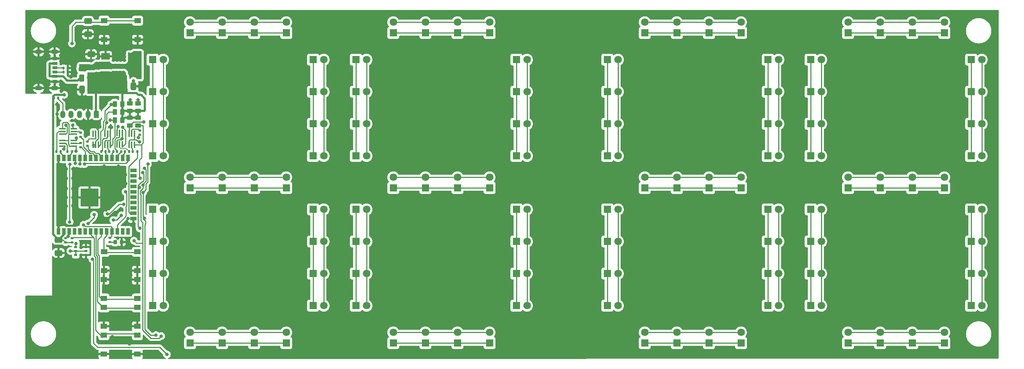
<source format=gbr>
%TF.GenerationSoftware,KiCad,Pcbnew,7.0.8*%
%TF.CreationDate,2024-09-21T08:52:27-04:00*%
%TF.ProjectId,clock,636c6f63-6b2e-46b6-9963-61645f706362,rev?*%
%TF.SameCoordinates,Original*%
%TF.FileFunction,Copper,L1,Top*%
%TF.FilePolarity,Positive*%
%FSLAX46Y46*%
G04 Gerber Fmt 4.6, Leading zero omitted, Abs format (unit mm)*
G04 Created by KiCad (PCBNEW 7.0.8) date 2024-09-21 08:52:27*
%MOMM*%
%LPD*%
G01*
G04 APERTURE LIST*
G04 Aperture macros list*
%AMRoundRect*
0 Rectangle with rounded corners*
0 $1 Rounding radius*
0 $2 $3 $4 $5 $6 $7 $8 $9 X,Y pos of 4 corners*
0 Add a 4 corners polygon primitive as box body*
4,1,4,$2,$3,$4,$5,$6,$7,$8,$9,$2,$3,0*
0 Add four circle primitives for the rounded corners*
1,1,$1+$1,$2,$3*
1,1,$1+$1,$4,$5*
1,1,$1+$1,$6,$7*
1,1,$1+$1,$8,$9*
0 Add four rect primitives between the rounded corners*
20,1,$1+$1,$2,$3,$4,$5,0*
20,1,$1+$1,$4,$5,$6,$7,0*
20,1,$1+$1,$6,$7,$8,$9,0*
20,1,$1+$1,$8,$9,$2,$3,0*%
G04 Aperture macros list end*
%TA.AperFunction,ComponentPad*%
%ADD10R,1.800000X1.800000*%
%TD*%
%TA.AperFunction,ComponentPad*%
%ADD11C,1.800000*%
%TD*%
%TA.AperFunction,SMDPad,CuDef*%
%ADD12RoundRect,0.135000X0.185000X-0.135000X0.185000X0.135000X-0.185000X0.135000X-0.185000X-0.135000X0*%
%TD*%
%TA.AperFunction,SMDPad,CuDef*%
%ADD13RoundRect,0.250000X0.450000X-0.262500X0.450000X0.262500X-0.450000X0.262500X-0.450000X-0.262500X0*%
%TD*%
%TA.AperFunction,SMDPad,CuDef*%
%ADD14R,1.550000X1.300000*%
%TD*%
%TA.AperFunction,SMDPad,CuDef*%
%ADD15RoundRect,0.135000X0.135000X0.185000X-0.135000X0.185000X-0.135000X-0.185000X0.135000X-0.185000X0*%
%TD*%
%TA.AperFunction,SMDPad,CuDef*%
%ADD16RoundRect,0.135000X-0.185000X0.135000X-0.185000X-0.135000X0.185000X-0.135000X0.185000X0.135000X0*%
%TD*%
%TA.AperFunction,SMDPad,CuDef*%
%ADD17R,0.400000X1.500000*%
%TD*%
%TA.AperFunction,SMDPad,CuDef*%
%ADD18RoundRect,0.250000X0.650000X-0.412500X0.650000X0.412500X-0.650000X0.412500X-0.650000X-0.412500X0*%
%TD*%
%TA.AperFunction,SMDPad,CuDef*%
%ADD19RoundRect,0.250000X-0.262500X-0.450000X0.262500X-0.450000X0.262500X0.450000X-0.262500X0.450000X0*%
%TD*%
%TA.AperFunction,SMDPad,CuDef*%
%ADD20R,0.800000X0.550000*%
%TD*%
%TA.AperFunction,SMDPad,CuDef*%
%ADD21RoundRect,0.135000X-0.135000X-0.185000X0.135000X-0.185000X0.135000X0.185000X-0.135000X0.185000X0*%
%TD*%
%TA.AperFunction,SMDPad,CuDef*%
%ADD22RoundRect,0.250000X-0.450000X0.262500X-0.450000X-0.262500X0.450000X-0.262500X0.450000X0.262500X0*%
%TD*%
%TA.AperFunction,SMDPad,CuDef*%
%ADD23RoundRect,0.250000X-0.650000X0.412500X-0.650000X-0.412500X0.650000X-0.412500X0.650000X0.412500X0*%
%TD*%
%TA.AperFunction,ComponentPad*%
%ADD24RoundRect,0.250000X0.350000X0.625000X-0.350000X0.625000X-0.350000X-0.625000X0.350000X-0.625000X0*%
%TD*%
%TA.AperFunction,ComponentPad*%
%ADD25O,1.200000X1.750000*%
%TD*%
%TA.AperFunction,SMDPad,CuDef*%
%ADD26RoundRect,0.250000X0.312500X0.625000X-0.312500X0.625000X-0.312500X-0.625000X0.312500X-0.625000X0*%
%TD*%
%TA.AperFunction,SMDPad,CuDef*%
%ADD27R,1.500000X0.400000*%
%TD*%
%TA.AperFunction,SMDPad,CuDef*%
%ADD28RoundRect,0.218750X0.218750X0.256250X-0.218750X0.256250X-0.218750X-0.256250X0.218750X-0.256250X0*%
%TD*%
%TA.AperFunction,SMDPad,CuDef*%
%ADD29RoundRect,0.250000X-0.412500X-0.650000X0.412500X-0.650000X0.412500X0.650000X-0.412500X0.650000X0*%
%TD*%
%TA.AperFunction,SMDPad,CuDef*%
%ADD30RoundRect,0.175000X-0.425000X0.175000X-0.425000X-0.175000X0.425000X-0.175000X0.425000X0.175000X0*%
%TD*%
%TA.AperFunction,SMDPad,CuDef*%
%ADD31RoundRect,0.190000X0.410000X-0.190000X0.410000X0.190000X-0.410000X0.190000X-0.410000X-0.190000X0*%
%TD*%
%TA.AperFunction,SMDPad,CuDef*%
%ADD32RoundRect,0.200000X0.400000X-0.200000X0.400000X0.200000X-0.400000X0.200000X-0.400000X-0.200000X0*%
%TD*%
%TA.AperFunction,SMDPad,CuDef*%
%ADD33RoundRect,0.175000X0.425000X-0.175000X0.425000X0.175000X-0.425000X0.175000X-0.425000X-0.175000X0*%
%TD*%
%TA.AperFunction,SMDPad,CuDef*%
%ADD34RoundRect,0.190000X-0.410000X0.190000X-0.410000X-0.190000X0.410000X-0.190000X0.410000X0.190000X0*%
%TD*%
%TA.AperFunction,SMDPad,CuDef*%
%ADD35RoundRect,0.200000X-0.400000X0.200000X-0.400000X-0.200000X0.400000X-0.200000X0.400000X0.200000X0*%
%TD*%
%TA.AperFunction,ComponentPad*%
%ADD36O,1.700000X1.100000*%
%TD*%
%TA.AperFunction,SMDPad,CuDef*%
%ADD37R,0.900000X1.500000*%
%TD*%
%TA.AperFunction,SMDPad,CuDef*%
%ADD38R,1.500000X0.900000*%
%TD*%
%TA.AperFunction,HeatsinkPad*%
%ADD39R,4.200000X4.200000*%
%TD*%
%TA.AperFunction,SMDPad,CuDef*%
%ADD40R,2.000000X1.500000*%
%TD*%
%TA.AperFunction,SMDPad,CuDef*%
%ADD41R,2.000000X3.800000*%
%TD*%
%TA.AperFunction,SMDPad,CuDef*%
%ADD42RoundRect,0.250000X0.412500X0.650000X-0.412500X0.650000X-0.412500X-0.650000X0.412500X-0.650000X0*%
%TD*%
%TA.AperFunction,ViaPad*%
%ADD43C,0.800000*%
%TD*%
%TA.AperFunction,Conductor*%
%ADD44C,0.250000*%
%TD*%
%TA.AperFunction,Conductor*%
%ADD45C,0.500000*%
%TD*%
%TA.AperFunction,Conductor*%
%ADD46C,0.200000*%
%TD*%
G04 APERTURE END LIST*
D10*
%TO.P,D105,1,K*%
%TO.N,DIG_1*%
X105151000Y-23870600D03*
D11*
%TO.P,D105,2,A*%
%TO.N,SEG_F*%
X107691000Y-23870600D03*
%TD*%
D10*
%TO.P,D73,1,K*%
%TO.N,DIG_1*%
X143251000Y-46730600D03*
D11*
%TO.P,D73,2,A*%
%TO.N,SEG_B*%
X145791000Y-46730600D03*
%TD*%
D10*
%TO.P,D2,1,K*%
%TO.N,DIG_2*%
X173731000Y-17520600D03*
D11*
%TO.P,D2,2,A*%
%TO.N,SEG_A*%
X173731000Y-14980600D03*
%TD*%
D10*
%TO.P,D92,1,K*%
%TO.N,DIG_3*%
X213101000Y-67050600D03*
D11*
%TO.P,D92,2,A*%
%TO.N,SEG_E*%
X215641000Y-67050600D03*
%TD*%
D12*
%TO.P,R19,1*%
%TO.N,SEG_G_SWITCH*%
X53848000Y-41710800D03*
%TO.P,R19,2*%
%TO.N,Net-(Q5B-B2)*%
X53848000Y-40690800D03*
%TD*%
D10*
%TO.P,D44,1,K*%
%TO.N,DIG_2*%
X164841000Y-31490600D03*
D11*
%TO.P,D44,2,A*%
%TO.N,SEG_F*%
X167381000Y-31490600D03*
%TD*%
D10*
%TO.P,D37,1,K*%
%TO.N,DIG_2*%
X164841000Y-59430600D03*
D11*
%TO.P,D37,2,A*%
%TO.N,SEG_E*%
X167381000Y-59430600D03*
%TD*%
D10*
%TO.P,D6,1,K*%
%TO.N,DIG_2*%
X202941000Y-23870600D03*
D11*
%TO.P,D6,2,A*%
%TO.N,SEG_B*%
X205481000Y-23870600D03*
%TD*%
D13*
%TO.P,R18,1*%
%TO.N,+5V*%
X51485800Y-36066100D03*
%TO.P,R18,2*%
%TO.N,SEG_A*%
X51485800Y-34241100D03*
%TD*%
D10*
%TO.P,D49,1,K*%
%TO.N,DIG_0*%
X56891000Y-23870600D03*
D11*
%TO.P,D49,2,A*%
%TO.N,SEG_F*%
X59431000Y-23870600D03*
%TD*%
D10*
%TO.P,D23,1,K*%
%TO.N,DIG_0*%
X94991000Y-67050600D03*
D11*
%TO.P,D23,2,A*%
%TO.N,SEG_C*%
X97531000Y-67050600D03*
%TD*%
D14*
%TO.P,SW3,1,1*%
%TO.N,SET*%
X45351800Y-82687600D03*
X53301800Y-82687600D03*
%TO.P,SW3,2,2*%
%TO.N,GND*%
X45351800Y-87187600D03*
X53301800Y-87187600D03*
%TD*%
D15*
%TO.P,R20,1*%
%TO.N,SEG_F_SWITCH*%
X53240400Y-45669200D03*
%TO.P,R20,2*%
%TO.N,Net-(Q5A-B1)*%
X52220400Y-45669200D03*
%TD*%
D10*
%TO.P,D28,1,K*%
%TO.N,DIG_2*%
X181351000Y-91180600D03*
D11*
%TO.P,D28,2,A*%
%TO.N,SEG_D*%
X181351000Y-88640600D03*
%TD*%
D10*
%TO.P,D54,1,K*%
%TO.N,DIG_0*%
X65781000Y-54350600D03*
D11*
%TO.P,D54,2,A*%
%TO.N,SEG_G*%
X65781000Y-51810600D03*
%TD*%
D16*
%TO.P,R2,1*%
%TO.N,Net-(Q1B-B2)*%
X39776400Y-41198800D03*
%TO.P,R2,2*%
%TO.N,DIG_1_SWITCH*%
X39776400Y-42218800D03*
%TD*%
D10*
%TO.P,D82,1,K*%
%TO.N,DIG_3*%
X244851000Y-91180600D03*
D11*
%TO.P,D82,2,A*%
%TO.N,SEG_D*%
X244851000Y-88640600D03*
%TD*%
D10*
%TO.P,D53,1,K*%
%TO.N,DIG_2*%
X196591000Y-54350600D03*
D11*
%TO.P,D53,2,A*%
%TO.N,SEG_G*%
X196591000Y-51810600D03*
%TD*%
D10*
%TO.P,D11,1,K*%
%TO.N,DIG_0*%
X73401000Y-17520600D03*
D11*
%TO.P,D11,2,A*%
%TO.N,SEG_A*%
X73401000Y-14980600D03*
%TD*%
D10*
%TO.P,D22,1,K*%
%TO.N,DIG_0*%
X94991000Y-59430600D03*
D11*
%TO.P,D22,2,A*%
%TO.N,SEG_C*%
X97531000Y-59430600D03*
%TD*%
D17*
%TO.P,Q3,1,E1*%
%TO.N,GND*%
X45578000Y-44112800D03*
%TO.P,Q3,2,B1*%
%TO.N,Net-(Q3A-B1)*%
X46228000Y-44112800D03*
%TO.P,Q3,3,C2*%
%TO.N,SEG_C*%
X46878000Y-44112800D03*
%TO.P,Q3,4,E2*%
%TO.N,GND*%
X46878000Y-41452800D03*
%TO.P,Q3,5,B2*%
%TO.N,Net-(Q3B-B2)*%
X46228000Y-41452800D03*
%TO.P,Q3,6,C1*%
%TO.N,SEG_D*%
X45578000Y-41452800D03*
%TD*%
D10*
%TO.P,D64,1,K*%
%TO.N,DIG_1*%
X129281000Y-17520600D03*
D11*
%TO.P,D64,2,A*%
%TO.N,SEG_A*%
X129281000Y-14980600D03*
%TD*%
D14*
%TO.P,SW5,1,1*%
%TO.N,DST*%
X45351800Y-89291600D03*
X53301800Y-89291600D03*
%TO.P,SW5,2,2*%
%TO.N,GND*%
X45351800Y-93791600D03*
X53301800Y-93791600D03*
%TD*%
D10*
%TO.P,D60,1,K*%
%TO.N,DIG_3*%
X237231000Y-17520600D03*
D11*
%TO.P,D60,2,A*%
%TO.N,SEG_A*%
X237231000Y-14980600D03*
%TD*%
D18*
%TO.P,C5,1*%
%TO.N,+3V3*%
X42316400Y-25692500D03*
%TO.P,C5,2*%
%TO.N,GND*%
X42316400Y-22567500D03*
%TD*%
D10*
%TO.P,D104,1,K*%
%TO.N,DIG_1*%
X105151000Y-31490600D03*
D11*
%TO.P,D104,2,A*%
%TO.N,SEG_F*%
X107691000Y-31490600D03*
%TD*%
D10*
%TO.P,D52,1,K*%
%TO.N,DIG_2*%
X188971000Y-54350600D03*
D11*
%TO.P,D52,2,A*%
%TO.N,SEG_G*%
X188971000Y-51810600D03*
%TD*%
D10*
%TO.P,D62,1,K*%
%TO.N,DIG_1*%
X114041000Y-17520600D03*
D11*
%TO.P,D62,2,A*%
%TO.N,SEG_A*%
X114041000Y-14980600D03*
%TD*%
D10*
%TO.P,D46,1,K*%
%TO.N,DIG_0*%
X56891000Y-46730600D03*
D11*
%TO.P,D46,2,A*%
%TO.N,SEG_F*%
X59431000Y-46730600D03*
%TD*%
D10*
%TO.P,D30,1,K*%
%TO.N,DIG_0*%
X88641000Y-91180600D03*
D11*
%TO.P,D30,2,A*%
%TO.N,SEG_D*%
X88641000Y-88640600D03*
%TD*%
D10*
%TO.P,D91,1,K*%
%TO.N,DIG_3*%
X213101000Y-74670600D03*
D11*
%TO.P,D91,2,A*%
%TO.N,SEG_E*%
X215641000Y-74670600D03*
%TD*%
D14*
%TO.P,SW4,1,1*%
%TO.N,RESET*%
X45402600Y-14615600D03*
X53352600Y-14615600D03*
%TO.P,SW4,2,2*%
%TO.N,GND*%
X45402600Y-19115600D03*
X53352600Y-19115600D03*
%TD*%
D10*
%TO.P,D97,1,K*%
%TO.N,DIG_1*%
X105151000Y-59430600D03*
D11*
%TO.P,D97,2,A*%
%TO.N,SEG_E*%
X107691000Y-59430600D03*
%TD*%
D14*
%TO.P,SW2,1,1*%
%TO.N,DOWN*%
X53305000Y-80583600D03*
X45355000Y-80583600D03*
%TO.P,SW2,2,2*%
%TO.N,GND*%
X53305000Y-76083600D03*
X45355000Y-76083600D03*
%TD*%
D10*
%TO.P,D41,1,K*%
%TO.N,DIG_0*%
X56891000Y-59430600D03*
D11*
%TO.P,D41,2,A*%
%TO.N,SEG_E*%
X59431000Y-59430600D03*
%TD*%
D19*
%TO.P,R15,1*%
%TO.N,SEG_D*%
X47908200Y-36322000D03*
%TO.P,R15,2*%
%TO.N,+5V*%
X49733200Y-36322000D03*
%TD*%
D17*
%TO.P,Q5,1,E1*%
%TO.N,GND*%
X51293000Y-44112800D03*
%TO.P,Q5,2,B1*%
%TO.N,Net-(Q5A-B1)*%
X51943000Y-44112800D03*
%TO.P,Q5,3,C2*%
%TO.N,SEG_G*%
X52593000Y-44112800D03*
%TO.P,Q5,4,E2*%
%TO.N,GND*%
X52593000Y-41452800D03*
%TO.P,Q5,5,B2*%
%TO.N,Net-(Q5B-B2)*%
X51943000Y-41452800D03*
%TO.P,Q5,6,C1*%
%TO.N,SEG_F*%
X51293000Y-41452800D03*
%TD*%
D10*
%TO.P,D84,1,K*%
%TO.N,DIG_3*%
X229611000Y-91180600D03*
D11*
%TO.P,D84,2,A*%
%TO.N,SEG_D*%
X229611000Y-88640600D03*
%TD*%
D10*
%TO.P,D20,1,K*%
%TO.N,DIG_2*%
X202941000Y-74670600D03*
D11*
%TO.P,D20,2,A*%
%TO.N,SEG_C*%
X205481000Y-74670600D03*
%TD*%
D20*
%TO.P,U1,1,EN*%
%TO.N,MATRIX_PWM*%
X38658800Y-68376800D03*
%TO.P,U1,2,OUT*%
%TO.N,/MATRIX_RETURN*%
X38658800Y-69326800D03*
%TO.P,U1,3,OUT*%
X38658800Y-70276800D03*
%TO.P,U1,4,GND*%
%TO.N,GND*%
X41058800Y-70276800D03*
%TO.P,U1,5,OUT*%
%TO.N,/MATRIX_RETURN*%
X41058800Y-69326800D03*
%TO.P,U1,6,REXT*%
%TO.N,GND*%
X41058800Y-68376800D03*
%TD*%
D21*
%TO.P,R14,1*%
%TO.N,SEG_A_SWITCH*%
X50338800Y-45669200D03*
%TO.P,R14,2*%
%TO.N,Net-(Q4B-B2)*%
X51358800Y-45669200D03*
%TD*%
D10*
%TO.P,D75,1,K*%
%TO.N,DIG_3*%
X251201000Y-67050600D03*
D11*
%TO.P,D75,2,A*%
%TO.N,SEG_C*%
X253741000Y-67050600D03*
%TD*%
D12*
%TO.P,R6,1*%
%TO.N,+3V3*%
X36271200Y-67312000D03*
%TO.P,R6,2*%
%TO.N,RESET*%
X36271200Y-66292000D03*
%TD*%
D10*
%TO.P,D27,1,K*%
%TO.N,DIG_2*%
X188971000Y-91180600D03*
D11*
%TO.P,D27,2,A*%
%TO.N,SEG_D*%
X188971000Y-88640600D03*
%TD*%
D10*
%TO.P,D68,1,K*%
%TO.N,DIG_3*%
X251201000Y-39110600D03*
D11*
%TO.P,D68,2,A*%
%TO.N,SEG_B*%
X253741000Y-39110600D03*
%TD*%
D10*
%TO.P,D71,1,K*%
%TO.N,DIG_1*%
X143251000Y-31490600D03*
D11*
%TO.P,D71,2,A*%
%TO.N,SEG_B*%
X145791000Y-31490600D03*
%TD*%
D15*
%TO.P,R11,1*%
%TO.N,SEG_C_SWITCH*%
X45724000Y-45669200D03*
%TO.P,R11,2*%
%TO.N,Net-(Q3B-B2)*%
X44704000Y-45669200D03*
%TD*%
D10*
%TO.P,D40,1,K*%
%TO.N,DIG_0*%
X56891000Y-67050600D03*
D11*
%TO.P,D40,2,A*%
%TO.N,SEG_E*%
X59431000Y-67050600D03*
%TD*%
D10*
%TO.P,D57,1,K*%
%TO.N,DIG_0*%
X88641000Y-54350600D03*
D11*
%TO.P,D57,2,A*%
%TO.N,SEG_G*%
X88641000Y-51810600D03*
%TD*%
D10*
%TO.P,D69,1,K*%
%TO.N,DIG_3*%
X251201000Y-46730600D03*
D11*
%TO.P,D69,2,A*%
%TO.N,SEG_B*%
X253741000Y-46730600D03*
%TD*%
D10*
%TO.P,D65,1,K*%
%TO.N,DIG_1*%
X136901000Y-17520600D03*
D11*
%TO.P,D65,2,A*%
%TO.N,SEG_A*%
X136901000Y-14980600D03*
%TD*%
D22*
%TO.P,R17,1*%
%TO.N,SEG_B*%
X53441600Y-34243000D03*
%TO.P,R17,2*%
%TO.N,+5V*%
X53441600Y-36068000D03*
%TD*%
D23*
%TO.P,C3,1*%
%TO.N,+3V3*%
X34594800Y-66649600D03*
%TO.P,C3,2*%
%TO.N,GND*%
X34594800Y-69774600D03*
%TD*%
D10*
%TO.P,D110,1,K*%
%TO.N,DIG_1*%
X114041000Y-54350600D03*
D11*
%TO.P,D110,2,A*%
%TO.N,SEG_G*%
X114041000Y-51810600D03*
%TD*%
D10*
%TO.P,D70,1,K*%
%TO.N,DIG_1*%
X143251000Y-23870600D03*
D11*
%TO.P,D70,2,A*%
%TO.N,SEG_B*%
X145791000Y-23870600D03*
%TD*%
D10*
%TO.P,D74,1,K*%
%TO.N,DIG_3*%
X251201000Y-59430600D03*
D11*
%TO.P,D74,2,A*%
%TO.N,SEG_C*%
X253741000Y-59430600D03*
%TD*%
D12*
%TO.P,R9,1*%
%TO.N,Net-(D1-A)*%
X46786800Y-67210400D03*
%TO.P,R9,2*%
%TO.N,MATRIX_PWM*%
X46786800Y-66190400D03*
%TD*%
D10*
%TO.P,D90,1,K*%
%TO.N,DIG_3*%
X213101000Y-82290600D03*
D11*
%TO.P,D90,2,A*%
%TO.N,SEG_E*%
X215641000Y-82290600D03*
%TD*%
D10*
%TO.P,D10,1,K*%
%TO.N,DIG_0*%
X65781000Y-17520600D03*
D11*
%TO.P,D10,2,A*%
%TO.N,SEG_A*%
X65781000Y-14980600D03*
%TD*%
D10*
%TO.P,D5,1,K*%
%TO.N,DIG_2*%
X196591000Y-17520600D03*
D11*
%TO.P,D5,2,A*%
%TO.N,SEG_A*%
X196591000Y-14980600D03*
%TD*%
D10*
%TO.P,D89,1,K*%
%TO.N,DIG_1*%
X114041000Y-91180600D03*
D11*
%TO.P,D89,2,A*%
%TO.N,SEG_D*%
X114041000Y-88640600D03*
%TD*%
D10*
%TO.P,D29,1,K*%
%TO.N,DIG_2*%
X173731000Y-91180600D03*
D11*
%TO.P,D29,2,A*%
%TO.N,SEG_D*%
X173731000Y-88640600D03*
%TD*%
D10*
%TO.P,D58,1,K*%
%TO.N,DIG_3*%
X221991000Y-17520600D03*
D11*
%TO.P,D58,2,A*%
%TO.N,SEG_A*%
X221991000Y-14980600D03*
%TD*%
D14*
%TO.P,SW1,1,1*%
%TO.N,UP*%
X45364400Y-69494400D03*
X53314400Y-69494400D03*
%TO.P,SW1,2,2*%
%TO.N,GND*%
X45364400Y-73994400D03*
X53314400Y-73994400D03*
%TD*%
D21*
%TO.P,R4,1*%
%TO.N,Net-(Q2B-B2)*%
X36724400Y-45669200D03*
%TO.P,R4,2*%
%TO.N,DIG_3_SWITCH*%
X37744400Y-45669200D03*
%TD*%
D10*
%TO.P,D66,1,K*%
%TO.N,DIG_3*%
X251201000Y-23870600D03*
D11*
%TO.P,D66,2,A*%
%TO.N,SEG_B*%
X253741000Y-23870600D03*
%TD*%
D10*
%TO.P,D25,1,K*%
%TO.N,DIG_0*%
X94991000Y-82290600D03*
D11*
%TO.P,D25,2,A*%
%TO.N,SEG_C*%
X97531000Y-82290600D03*
%TD*%
D10*
%TO.P,D21,1,K*%
%TO.N,DIG_2*%
X202941000Y-82290600D03*
D11*
%TO.P,D21,2,A*%
%TO.N,SEG_C*%
X205481000Y-82290600D03*
%TD*%
D24*
%TO.P,J1,1,Pin_1*%
%TO.N,+5V*%
X43573200Y-36872000D03*
D25*
%TO.P,J1,2,Pin_2*%
%TO.N,GND*%
X41573200Y-36872000D03*
%TO.P,J1,3,Pin_3*%
%TO.N,RXD*%
X39573200Y-36872000D03*
%TO.P,J1,4,Pin_4*%
%TO.N,TXD*%
X37573200Y-36872000D03*
%TO.P,J1,5,Pin_5*%
%TO.N,FLASH{slash}ROM*%
X35573200Y-36872000D03*
%TD*%
D10*
%TO.P,D38,1,K*%
%TO.N,DIG_0*%
X56891000Y-82290600D03*
D11*
%TO.P,D38,2,A*%
%TO.N,SEG_E*%
X59431000Y-82290600D03*
%TD*%
D26*
%TO.P,TH1,1*%
%TO.N,+5V*%
X42966100Y-28244800D03*
%TO.P,TH1,2*%
%TO.N,Net-(J2-VBUS-PadA9)*%
X40041100Y-28244800D03*
%TD*%
D10*
%TO.P,D55,1,K*%
%TO.N,DIG_0*%
X73401000Y-54350600D03*
D11*
%TO.P,D55,2,A*%
%TO.N,SEG_G*%
X73401000Y-51810600D03*
%TD*%
D10*
%TO.P,D81,1,K*%
%TO.N,DIG_1*%
X143251000Y-82290600D03*
D11*
%TO.P,D81,2,A*%
%TO.N,SEG_C*%
X145791000Y-82290600D03*
%TD*%
D10*
%TO.P,D48,1,K*%
%TO.N,DIG_0*%
X56891000Y-31490600D03*
D11*
%TO.P,D48,2,A*%
%TO.N,SEG_F*%
X59431000Y-31490600D03*
%TD*%
D10*
%TO.P,D35,1,K*%
%TO.N,DIG_2*%
X164841000Y-74670600D03*
D11*
%TO.P,D35,2,A*%
%TO.N,SEG_E*%
X167381000Y-74670600D03*
%TD*%
D10*
%TO.P,D103,1,K*%
%TO.N,DIG_1*%
X105151000Y-39110600D03*
D11*
%TO.P,D103,2,A*%
%TO.N,SEG_F*%
X107691000Y-39110600D03*
%TD*%
D15*
%TO.P,R12,1*%
%TO.N,SEG_B_SWITCH*%
X49479200Y-45669200D03*
%TO.P,R12,2*%
%TO.N,Net-(Q4A-B1)*%
X48459200Y-45669200D03*
%TD*%
D10*
%TO.P,D36,1,K*%
%TO.N,DIG_2*%
X164841000Y-67050600D03*
D11*
%TO.P,D36,2,A*%
%TO.N,SEG_E*%
X167381000Y-67050600D03*
%TD*%
D10*
%TO.P,D113,1,K*%
%TO.N,DIG_1*%
X136901000Y-54350600D03*
D11*
%TO.P,D113,2,A*%
%TO.N,SEG_G*%
X136901000Y-51810600D03*
%TD*%
D10*
%TO.P,D72,1,K*%
%TO.N,DIG_1*%
X143251000Y-39110600D03*
D11*
%TO.P,D72,2,A*%
%TO.N,SEG_B*%
X145791000Y-39110600D03*
%TD*%
D10*
%TO.P,D50,1,K*%
%TO.N,DIG_2*%
X173731000Y-54350600D03*
D11*
%TO.P,D50,2,A*%
%TO.N,SEG_G*%
X173731000Y-51810600D03*
%TD*%
D10*
%TO.P,D18,1,K*%
%TO.N,DIG_2*%
X202941000Y-59430600D03*
D11*
%TO.P,D18,2,A*%
%TO.N,SEG_C*%
X205481000Y-59430600D03*
%TD*%
D10*
%TO.P,D107,1,K*%
%TO.N,DIG_3*%
X229611000Y-54350600D03*
D11*
%TO.P,D107,2,A*%
%TO.N,SEG_G*%
X229611000Y-51810600D03*
%TD*%
D10*
%TO.P,D33,1,K*%
%TO.N,DIG_0*%
X65781000Y-91180600D03*
D11*
%TO.P,D33,2,A*%
%TO.N,SEG_D*%
X65781000Y-88640600D03*
%TD*%
D10*
%TO.P,D101,1,K*%
%TO.N,DIG_3*%
X213101000Y-23870600D03*
D11*
%TO.P,D101,2,A*%
%TO.N,SEG_F*%
X215641000Y-23870600D03*
%TD*%
D15*
%TO.P,R13,1*%
%TO.N,SEG_D_SWITCH*%
X47599600Y-45669200D03*
%TO.P,R13,2*%
%TO.N,Net-(Q3A-B1)*%
X46579600Y-45669200D03*
%TD*%
D10*
%TO.P,D56,1,K*%
%TO.N,DIG_0*%
X81021000Y-54350600D03*
D11*
%TO.P,D56,2,A*%
%TO.N,SEG_G*%
X81021000Y-51810600D03*
%TD*%
D21*
%TO.P,R1,1*%
%TO.N,Net-(Q1A-B1)*%
X34034000Y-45669200D03*
%TO.P,R1,2*%
%TO.N,DIG_0_SWITCH*%
X35054000Y-45669200D03*
%TD*%
D13*
%TO.P,R23,1*%
%TO.N,SEG_F*%
X51485800Y-39471600D03*
%TO.P,R23,2*%
%TO.N,+5V*%
X51485800Y-37646600D03*
%TD*%
D10*
%TO.P,D45,1,K*%
%TO.N,DIG_2*%
X164841000Y-23870600D03*
D11*
%TO.P,D45,2,A*%
%TO.N,SEG_F*%
X167381000Y-23870600D03*
%TD*%
D10*
%TO.P,D16,1,K*%
%TO.N,DIG_0*%
X94991000Y-39110600D03*
D11*
%TO.P,D16,2,A*%
%TO.N,SEG_B*%
X97531000Y-39110600D03*
%TD*%
D10*
%TO.P,D100,1,K*%
%TO.N,DIG_3*%
X213101000Y-31490600D03*
D11*
%TO.P,D100,2,A*%
%TO.N,SEG_F*%
X215641000Y-31490600D03*
%TD*%
D10*
%TO.P,D109,1,K*%
%TO.N,DIG_3*%
X244851000Y-54350600D03*
D11*
%TO.P,D109,2,A*%
%TO.N,SEG_G*%
X244851000Y-51810600D03*
%TD*%
D10*
%TO.P,D67,1,K*%
%TO.N,DIG_3*%
X251201000Y-31490600D03*
D11*
%TO.P,D67,2,A*%
%TO.N,SEG_B*%
X253741000Y-31490600D03*
%TD*%
D27*
%TO.P,Q2,1,E1*%
%TO.N,/MATRIX_RETURN*%
X38169200Y-44403800D03*
%TO.P,Q2,2,B1*%
%TO.N,Net-(Q2A-B1)*%
X38169200Y-43753800D03*
%TO.P,Q2,3,C2*%
%TO.N,DIG_3*%
X38169200Y-43103800D03*
%TO.P,Q2,4,E2*%
%TO.N,/MATRIX_RETURN*%
X35509200Y-43103800D03*
%TO.P,Q2,5,B2*%
%TO.N,Net-(Q2B-B2)*%
X35509200Y-43753800D03*
%TO.P,Q2,6,C1*%
%TO.N,DIG_2*%
X35509200Y-44403800D03*
%TD*%
D10*
%TO.P,D59,1,K*%
%TO.N,DIG_3*%
X229611000Y-17520600D03*
D11*
%TO.P,D59,2,A*%
%TO.N,SEG_A*%
X229611000Y-14980600D03*
%TD*%
D28*
%TO.P,D1,1,K*%
%TO.N,GND*%
X49581000Y-67208400D03*
%TO.P,D1,2,A*%
%TO.N,Net-(D1-A)*%
X48006000Y-67208400D03*
%TD*%
D10*
%TO.P,D111,1,K*%
%TO.N,DIG_1*%
X121661000Y-54350600D03*
D11*
%TO.P,D111,2,A*%
%TO.N,SEG_G*%
X121661000Y-51810600D03*
%TD*%
D10*
%TO.P,D24,1,K*%
%TO.N,DIG_0*%
X94991000Y-74670600D03*
D11*
%TO.P,D24,2,A*%
%TO.N,SEG_C*%
X97531000Y-74670600D03*
%TD*%
D10*
%TO.P,D34,1,K*%
%TO.N,DIG_2*%
X164841000Y-82290600D03*
D11*
%TO.P,D34,2,A*%
%TO.N,SEG_E*%
X167381000Y-82290600D03*
%TD*%
D10*
%TO.P,D93,1,K*%
%TO.N,DIG_3*%
X213101000Y-59430600D03*
D11*
%TO.P,D93,2,A*%
%TO.N,SEG_E*%
X215641000Y-59430600D03*
%TD*%
D16*
%TO.P,R10,1*%
%TO.N,DST*%
X37744400Y-66290000D03*
%TO.P,R10,2*%
%TO.N,+3V3*%
X37744400Y-67310000D03*
%TD*%
D29*
%TO.P,C1,1*%
%TO.N,+5V*%
X49249800Y-30175200D03*
%TO.P,C1,2*%
%TO.N,GND*%
X52374800Y-30175200D03*
%TD*%
D10*
%TO.P,D8,1,K*%
%TO.N,DIG_2*%
X202941000Y-39110600D03*
D11*
%TO.P,D8,2,A*%
%TO.N,SEG_B*%
X205481000Y-39110600D03*
%TD*%
D30*
%TO.P,J2,A5,CC1*%
%TO.N,Net-(J2-CC1)*%
X33727600Y-25831600D03*
D31*
%TO.P,J2,A9,VBUS*%
%TO.N,Net-(J2-VBUS-PadA9)*%
X33727600Y-27851600D03*
D32*
%TO.P,J2,A12,GND*%
%TO.N,GND*%
X33727600Y-29081600D03*
D33*
%TO.P,J2,B5,CC2*%
%TO.N,Net-(J2-CC2)*%
X33727600Y-26831600D03*
D34*
%TO.P,J2,B9,VBUS*%
%TO.N,Net-(J2-VBUS-PadA9)*%
X33727600Y-24811600D03*
D35*
%TO.P,J2,B12,GND*%
%TO.N,GND*%
X33727600Y-23581600D03*
D36*
%TO.P,J2,S1,SHIELD*%
X33647600Y-22011600D03*
X29847600Y-22011600D03*
X33647600Y-30651600D03*
X29847600Y-30651600D03*
%TD*%
D10*
%TO.P,D83,1,K*%
%TO.N,DIG_3*%
X237231000Y-91180600D03*
D11*
%TO.P,D83,2,A*%
%TO.N,SEG_D*%
X237231000Y-88640600D03*
%TD*%
D10*
%TO.P,D80,1,K*%
%TO.N,DIG_1*%
X143251000Y-74670600D03*
D11*
%TO.P,D80,2,A*%
%TO.N,SEG_C*%
X145791000Y-74670600D03*
%TD*%
D27*
%TO.P,Q1,1,E1*%
%TO.N,/MATRIX_RETURN*%
X35534600Y-40254400D03*
%TO.P,Q1,2,B1*%
%TO.N,Net-(Q1A-B1)*%
X35534600Y-40904400D03*
%TO.P,Q1,3,C2*%
%TO.N,DIG_1*%
X35534600Y-41554400D03*
%TO.P,Q1,4,E2*%
%TO.N,/MATRIX_RETURN*%
X38194600Y-41554400D03*
%TO.P,Q1,5,B2*%
%TO.N,Net-(Q1B-B2)*%
X38194600Y-40904400D03*
%TO.P,Q1,6,C1*%
%TO.N,DIG_0*%
X38194600Y-40254400D03*
%TD*%
D10*
%TO.P,D31,1,K*%
%TO.N,DIG_0*%
X81021000Y-91180600D03*
D11*
%TO.P,D31,2,A*%
%TO.N,SEG_D*%
X81021000Y-88640600D03*
%TD*%
D10*
%TO.P,D96,1,K*%
%TO.N,DIG_1*%
X105151000Y-67050600D03*
D11*
%TO.P,D96,2,A*%
%TO.N,SEG_E*%
X107691000Y-67050600D03*
%TD*%
D15*
%TO.P,R8,1*%
%TO.N,FLASH{slash}ROM*%
X34497200Y-33020000D03*
%TO.P,R8,2*%
%TO.N,+3V3*%
X33477200Y-33020000D03*
%TD*%
D10*
%TO.P,D17,1,K*%
%TO.N,DIG_0*%
X94991000Y-46730600D03*
D11*
%TO.P,D17,2,A*%
%TO.N,SEG_B*%
X97531000Y-46730600D03*
%TD*%
D10*
%TO.P,D14,1,K*%
%TO.N,DIG_0*%
X94991000Y-23870600D03*
D11*
%TO.P,D14,2,A*%
%TO.N,SEG_B*%
X97531000Y-23870600D03*
%TD*%
D10*
%TO.P,D61,1,K*%
%TO.N,DIG_3*%
X244851000Y-17520600D03*
D11*
%TO.P,D61,2,A*%
%TO.N,SEG_A*%
X244851000Y-14980600D03*
%TD*%
D10*
%TO.P,D3,1,K*%
%TO.N,DIG_2*%
X181351000Y-17520600D03*
D11*
%TO.P,D3,2,A*%
%TO.N,SEG_A*%
X181351000Y-14980600D03*
%TD*%
D19*
%TO.P,R24,1*%
%TO.N,SEG_E*%
X47908200Y-34391600D03*
%TO.P,R24,2*%
%TO.N,+5V*%
X49733200Y-34391600D03*
%TD*%
D10*
%TO.P,D12,1,K*%
%TO.N,DIG_0*%
X81021000Y-17520600D03*
D11*
%TO.P,D12,2,A*%
%TO.N,SEG_A*%
X81021000Y-14980600D03*
%TD*%
D10*
%TO.P,D102,1,K*%
%TO.N,DIG_1*%
X105151000Y-46730600D03*
D11*
%TO.P,D102,2,A*%
%TO.N,SEG_F*%
X107691000Y-46730600D03*
%TD*%
D23*
%TO.P,C2,1*%
%TO.N,RESET*%
X41554400Y-14705800D03*
%TO.P,C2,2*%
%TO.N,GND*%
X41554400Y-17830800D03*
%TD*%
D15*
%TO.P,R7,1*%
%TO.N,GND*%
X36781200Y-25857200D03*
%TO.P,R7,2*%
%TO.N,Net-(J2-CC1)*%
X35761200Y-25857200D03*
%TD*%
D10*
%TO.P,D51,1,K*%
%TO.N,DIG_2*%
X181351000Y-54350600D03*
D11*
%TO.P,D51,2,A*%
%TO.N,SEG_G*%
X181351000Y-51810600D03*
%TD*%
D10*
%TO.P,D87,1,K*%
%TO.N,DIG_1*%
X129281000Y-91180600D03*
D11*
%TO.P,D87,2,A*%
%TO.N,SEG_D*%
X129281000Y-88640600D03*
%TD*%
D10*
%TO.P,D4,1,K*%
%TO.N,DIG_2*%
X188971000Y-17520600D03*
D11*
%TO.P,D4,2,A*%
%TO.N,SEG_A*%
X188971000Y-14980600D03*
%TD*%
D10*
%TO.P,D77,1,K*%
%TO.N,DIG_3*%
X251201000Y-82290600D03*
D11*
%TO.P,D77,2,A*%
%TO.N,SEG_C*%
X253741000Y-82290600D03*
%TD*%
D10*
%TO.P,D15,1,K*%
%TO.N,DIG_0*%
X94991000Y-31490600D03*
D11*
%TO.P,D15,2,A*%
%TO.N,SEG_B*%
X97531000Y-31490600D03*
%TD*%
D10*
%TO.P,D79,1,K*%
%TO.N,DIG_1*%
X143251000Y-67050600D03*
D11*
%TO.P,D79,2,A*%
%TO.N,SEG_C*%
X145791000Y-67050600D03*
%TD*%
D19*
%TO.P,R16,1*%
%TO.N,SEG_C*%
X47908200Y-38252400D03*
%TO.P,R16,2*%
%TO.N,+5V*%
X49733200Y-38252400D03*
%TD*%
D37*
%TO.P,U2,1,GND*%
%TO.N,GND*%
X34574400Y-64680800D03*
%TO.P,U2,2,VDD*%
%TO.N,+3V3*%
X35844400Y-64680800D03*
%TO.P,U2,3,EN*%
%TO.N,RESET*%
X37114400Y-64680800D03*
%TO.P,U2,4,SENSOR_VP*%
%TO.N,unconnected-(U2-SENSOR_VP-Pad4)*%
X38384400Y-64680800D03*
%TO.P,U2,5,SENSOR_VN*%
%TO.N,unconnected-(U2-SENSOR_VN-Pad5)*%
X39654400Y-64680800D03*
%TO.P,U2,6,IO34*%
%TO.N,unconnected-(U2-IO34-Pad6)*%
X40924400Y-64680800D03*
%TO.P,U2,7,IO35*%
%TO.N,DST*%
X42194400Y-64680800D03*
%TO.P,U2,8,IO32*%
%TO.N,SET*%
X43464400Y-64680800D03*
%TO.P,U2,9,IO33*%
%TO.N,DOWN*%
X44734400Y-64680800D03*
%TO.P,U2,10,IO25*%
%TO.N,UP*%
X46004400Y-64680800D03*
%TO.P,U2,11,IO26*%
%TO.N,MATRIX_PWM*%
X47274400Y-64680800D03*
%TO.P,U2,12,IO27*%
%TO.N,SEG_G_SWITCH*%
X48544400Y-64680800D03*
%TO.P,U2,13,IO14*%
%TO.N,unconnected-(U2-IO14-Pad13)*%
X49814400Y-64680800D03*
%TO.P,U2,14,IO12*%
%TO.N,unconnected-(U2-IO12-Pad14)*%
X51084400Y-64680800D03*
D38*
%TO.P,U2,15,GND*%
%TO.N,GND*%
X52334400Y-61640800D03*
%TO.P,U2,16,IO13*%
%TO.N,SEG_F_SWITCH*%
X52334400Y-60370800D03*
%TO.P,U2,17,SHD/SD2*%
%TO.N,unconnected-(U2-SHD{slash}SD2-Pad17)*%
X52334400Y-59100800D03*
%TO.P,U2,18,SWP/SD3*%
%TO.N,unconnected-(U2-SWP{slash}SD3-Pad18)*%
X52334400Y-57830800D03*
%TO.P,U2,19,SCS/CMD*%
%TO.N,unconnected-(U2-SCS{slash}CMD-Pad19)*%
X52334400Y-56560800D03*
%TO.P,U2,20,SCK/CLK*%
%TO.N,unconnected-(U2-SCK{slash}CLK-Pad20)*%
X52334400Y-55290800D03*
%TO.P,U2,21,SDO/SD0*%
%TO.N,unconnected-(U2-SDO{slash}SD0-Pad21)*%
X52334400Y-54020800D03*
%TO.P,U2,22,SDI/SD1*%
%TO.N,unconnected-(U2-SDI{slash}SD1-Pad22)*%
X52334400Y-52750800D03*
%TO.P,U2,23,IO15*%
%TO.N,unconnected-(U2-IO15-Pad23)*%
X52334400Y-51480800D03*
%TO.P,U2,24,IO2*%
%TO.N,unconnected-(U2-IO2-Pad24)*%
X52334400Y-50210800D03*
D37*
%TO.P,U2,25,IO0*%
%TO.N,FLASH{slash}ROM*%
X51084400Y-47180800D03*
%TO.P,U2,26,IO4*%
%TO.N,SEG_A_SWITCH*%
X49814400Y-47180800D03*
%TO.P,U2,27,IO16*%
%TO.N,SEG_B_SWITCH*%
X48544400Y-47180800D03*
%TO.P,U2,28,IO17*%
%TO.N,SEG_D_SWITCH*%
X47274400Y-47180800D03*
%TO.P,U2,29,IO5*%
%TO.N,SEG_C_SWITCH*%
X46004400Y-47180800D03*
%TO.P,U2,30,IO18*%
%TO.N,SEG_E_SWITCH*%
X44734400Y-47180800D03*
%TO.P,U2,31,IO19*%
%TO.N,DIG_1_SWITCH*%
X43464400Y-47180800D03*
%TO.P,U2,32,NC*%
%TO.N,unconnected-(U2-NC-Pad32)*%
X42194400Y-47180800D03*
%TO.P,U2,33,IO21*%
%TO.N,DIG_2_SWITCH*%
X40924400Y-47180800D03*
%TO.P,U2,34,RXD0/IO3*%
%TO.N,RXD*%
X39654400Y-47180800D03*
%TO.P,U2,35,TXD0/IO1*%
%TO.N,TXD*%
X38384400Y-47180800D03*
%TO.P,U2,36,IO22*%
%TO.N,DIG_3_SWITCH*%
X37114400Y-47180800D03*
%TO.P,U2,37,IO23*%
%TO.N,DIG_0_SWITCH*%
X35844400Y-47180800D03*
%TO.P,U2,38,GND*%
%TO.N,GND*%
X34574400Y-47180800D03*
D39*
%TO.P,U2,39,GND*%
X41914400Y-56610800D03*
%TD*%
D10*
%TO.P,D43,1,K*%
%TO.N,DIG_2*%
X164841000Y-39110600D03*
D11*
%TO.P,D43,2,A*%
%TO.N,SEG_F*%
X167381000Y-39110600D03*
%TD*%
D10*
%TO.P,D98,1,K*%
%TO.N,DIG_3*%
X213101000Y-46730600D03*
D11*
%TO.P,D98,2,A*%
%TO.N,SEG_F*%
X215641000Y-46730600D03*
%TD*%
D40*
%TO.P,U3,1,GND*%
%TO.N,GND*%
X45770400Y-23049200D03*
%TO.P,U3,2,VO*%
%TO.N,+3V3*%
X45770400Y-25349200D03*
%TO.P,U3,3,VI*%
%TO.N,+5V*%
X45770400Y-27649200D03*
D41*
%TO.P,U3,4*%
%TO.N,+3V3*%
X52070400Y-25349200D03*
%TD*%
D42*
%TO.P,C4,1*%
%TO.N,+5V*%
X43257000Y-30988000D03*
%TO.P,C4,2*%
%TO.N,GND*%
X40132000Y-30988000D03*
%TD*%
D10*
%TO.P,D99,1,K*%
%TO.N,DIG_3*%
X213101000Y-39110600D03*
D11*
%TO.P,D99,2,A*%
%TO.N,SEG_F*%
X215641000Y-39110600D03*
%TD*%
D10*
%TO.P,D95,1,K*%
%TO.N,DIG_1*%
X105151000Y-74670600D03*
D11*
%TO.P,D95,2,A*%
%TO.N,SEG_E*%
X107691000Y-74670600D03*
%TD*%
D10*
%TO.P,D39,1,K*%
%TO.N,DIG_0*%
X56891000Y-74670600D03*
D11*
%TO.P,D39,2,A*%
%TO.N,SEG_E*%
X59431000Y-74670600D03*
%TD*%
D10*
%TO.P,D86,1,K*%
%TO.N,DIG_1*%
X136901000Y-91180600D03*
D11*
%TO.P,D86,2,A*%
%TO.N,SEG_D*%
X136901000Y-88640600D03*
%TD*%
D10*
%TO.P,D78,1,K*%
%TO.N,DIG_1*%
X143251000Y-59430600D03*
D11*
%TO.P,D78,2,A*%
%TO.N,SEG_C*%
X145791000Y-59430600D03*
%TD*%
D10*
%TO.P,D9,1,K*%
%TO.N,DIG_2*%
X202941000Y-46730600D03*
D11*
%TO.P,D9,2,A*%
%TO.N,SEG_B*%
X205481000Y-46730600D03*
%TD*%
D10*
%TO.P,D94,1,K*%
%TO.N,DIG_1*%
X105151000Y-82290600D03*
D11*
%TO.P,D94,2,A*%
%TO.N,SEG_E*%
X107691000Y-82290600D03*
%TD*%
D10*
%TO.P,D42,1,K*%
%TO.N,DIG_2*%
X164841000Y-46730600D03*
D11*
%TO.P,D42,2,A*%
%TO.N,SEG_F*%
X167381000Y-46730600D03*
%TD*%
D10*
%TO.P,D13,1,K*%
%TO.N,DIG_0*%
X88641000Y-17520600D03*
D11*
%TO.P,D13,2,A*%
%TO.N,SEG_A*%
X88641000Y-14980600D03*
%TD*%
D10*
%TO.P,D26,1,K*%
%TO.N,DIG_2*%
X196591000Y-91180600D03*
D11*
%TO.P,D26,2,A*%
%TO.N,SEG_D*%
X196591000Y-88640600D03*
%TD*%
D15*
%TO.P,R5,1*%
%TO.N,GND*%
X36783200Y-26822400D03*
%TO.P,R5,2*%
%TO.N,Net-(J2-CC2)*%
X35763200Y-26822400D03*
%TD*%
D10*
%TO.P,D106,1,K*%
%TO.N,DIG_3*%
X221991000Y-54350600D03*
D11*
%TO.P,D106,2,A*%
%TO.N,SEG_G*%
X221991000Y-51810600D03*
%TD*%
D10*
%TO.P,D32,1,K*%
%TO.N,DIG_0*%
X73401000Y-91180600D03*
D11*
%TO.P,D32,2,A*%
%TO.N,SEG_D*%
X73401000Y-88640600D03*
%TD*%
D10*
%TO.P,D19,1,K*%
%TO.N,DIG_2*%
X202941000Y-67050600D03*
D11*
%TO.P,D19,2,A*%
%TO.N,SEG_C*%
X205481000Y-67050600D03*
%TD*%
D17*
%TO.P,Q4,1,E1*%
%TO.N,GND*%
X49733200Y-41300400D03*
%TO.P,Q4,2,B1*%
%TO.N,Net-(Q4A-B1)*%
X49083200Y-41300400D03*
%TO.P,Q4,3,C2*%
%TO.N,SEG_A*%
X48433200Y-41300400D03*
%TO.P,Q4,4,E2*%
%TO.N,GND*%
X48433200Y-43960400D03*
%TO.P,Q4,5,B2*%
%TO.N,Net-(Q4B-B2)*%
X49083200Y-43960400D03*
%TO.P,Q4,6,C1*%
%TO.N,SEG_B*%
X49733200Y-43960400D03*
%TD*%
D10*
%TO.P,D108,1,K*%
%TO.N,DIG_3*%
X237231000Y-54350600D03*
D11*
%TO.P,D108,2,A*%
%TO.N,SEG_G*%
X237231000Y-51810600D03*
%TD*%
D10*
%TO.P,D76,1,K*%
%TO.N,DIG_3*%
X251201000Y-74670600D03*
D11*
%TO.P,D76,2,A*%
%TO.N,SEG_C*%
X253741000Y-74670600D03*
%TD*%
D10*
%TO.P,D88,1,K*%
%TO.N,DIG_1*%
X121661000Y-91180600D03*
D11*
%TO.P,D88,2,A*%
%TO.N,SEG_D*%
X121661000Y-88640600D03*
%TD*%
D13*
%TO.P,R22,1*%
%TO.N,SEG_G*%
X53441600Y-39471600D03*
%TO.P,R22,2*%
%TO.N,+5V*%
X53441600Y-37646600D03*
%TD*%
D17*
%TO.P,Q6,1,E1*%
%TO.N,GND*%
X42743600Y-44112800D03*
%TO.P,Q6,2,B1*%
X43393600Y-44112800D03*
%TO.P,Q6,3,C2*%
%TO.N,SEG_E*%
X44043600Y-44112800D03*
%TO.P,Q6,4,E2*%
%TO.N,GND*%
X44043600Y-41452800D03*
%TO.P,Q6,5,B2*%
%TO.N,Net-(Q6B-B2)*%
X43393600Y-41452800D03*
%TO.P,Q6,6,C1*%
%TO.N,unconnected-(Q6A-C1-Pad6)*%
X42743600Y-41452800D03*
%TD*%
D10*
%TO.P,D85,1,K*%
%TO.N,DIG_3*%
X221991000Y-91180600D03*
D11*
%TO.P,D85,2,A*%
%TO.N,SEG_D*%
X221991000Y-88640600D03*
%TD*%
D16*
%TO.P,R3,1*%
%TO.N,Net-(Q2A-B1)*%
X39776400Y-43688000D03*
%TO.P,R3,2*%
%TO.N,DIG_2_SWITCH*%
X39776400Y-44708000D03*
%TD*%
D10*
%TO.P,D47,1,K*%
%TO.N,DIG_0*%
X56891000Y-39110600D03*
D11*
%TO.P,D47,2,A*%
%TO.N,SEG_F*%
X59431000Y-39110600D03*
%TD*%
D10*
%TO.P,D112,1,K*%
%TO.N,DIG_1*%
X129281000Y-54350600D03*
D11*
%TO.P,D112,2,A*%
%TO.N,SEG_G*%
X129281000Y-51810600D03*
%TD*%
D10*
%TO.P,D7,1,K*%
%TO.N,DIG_2*%
X202941000Y-31490600D03*
D11*
%TO.P,D7,2,A*%
%TO.N,SEG_B*%
X205481000Y-31490600D03*
%TD*%
D10*
%TO.P,D63,1,K*%
%TO.N,DIG_1*%
X121661000Y-17520600D03*
D11*
%TO.P,D63,2,A*%
%TO.N,SEG_A*%
X121661000Y-14980600D03*
%TD*%
D12*
%TO.P,R21,1*%
%TO.N,SEG_E_SWITCH*%
X41452800Y-44352400D03*
%TO.P,R21,2*%
%TO.N,Net-(Q6B-B2)*%
X41452800Y-43332400D03*
%TD*%
D43*
%TO.N,DIG_2*%
X46137670Y-60485812D03*
X55778400Y-48691800D03*
X57708800Y-89306400D03*
X54660800Y-55422800D03*
X50053000Y-58216800D03*
X35864800Y-45059600D03*
X54965600Y-61518800D03*
%TO.N,SEG_A*%
X48698456Y-39775900D03*
X51562000Y-33375600D03*
%TO.N,SEG_B*%
X49820737Y-39950900D03*
X53489452Y-33422563D03*
%TO.N,DIG_0*%
X49488705Y-60835860D03*
X54545900Y-50672543D03*
X47599600Y-61962700D03*
X53813133Y-54220564D03*
X53844500Y-63931800D03*
X37922200Y-39420800D03*
%TO.N,SEG_C*%
X46823370Y-38263484D03*
%TO.N,SEG_D*%
X45987300Y-38811200D03*
%TO.N,SEG_E*%
X47091600Y-34493200D03*
%TO.N,SEG_F*%
X54787800Y-38684200D03*
%TO.N,SEG_G*%
X53975000Y-52070000D03*
%TO.N,DIG_3*%
X60299600Y-93878400D03*
X41569452Y-62780500D03*
X42621200Y-71221600D03*
X38760400Y-42443400D03*
X43027600Y-60706000D03*
%TO.N,DIG_1*%
X54624719Y-53625779D03*
X36318764Y-39455874D03*
X58928000Y-89509600D03*
X55003100Y-49674593D03*
X52476400Y-66852800D03*
%TO.N,GND*%
X48603500Y-57200800D03*
X39878000Y-68427600D03*
X41960800Y-56642000D03*
X29845000Y-24180800D03*
X41097200Y-59944000D03*
X49580800Y-68326000D03*
X42316400Y-21259800D03*
X37744400Y-25806400D03*
X49225200Y-72694800D03*
X45364400Y-49187700D03*
X36466600Y-49834800D03*
X40309800Y-55016400D03*
X41148000Y-55829200D03*
X49326800Y-23977600D03*
X48603500Y-53848000D03*
X37915600Y-54457600D03*
X41148000Y-56642000D03*
X39725600Y-33985200D03*
X43586400Y-55803800D03*
X47244000Y-76911200D03*
X41706800Y-41300400D03*
X41960800Y-55829200D03*
X48469725Y-23978672D03*
X43535600Y-39789700D03*
X40995600Y-71221600D03*
X29641800Y-28625800D03*
X51104800Y-61569600D03*
X47599600Y-22352000D03*
X40792400Y-76352400D03*
X48635883Y-66219865D03*
X46482000Y-56845200D03*
X46278800Y-32918400D03*
X41148000Y-58267600D03*
X42773600Y-57454800D03*
X41960800Y-58267600D03*
X44424475Y-39809236D03*
X36779200Y-24892000D03*
X41148000Y-57454800D03*
X42773600Y-55829200D03*
X39279084Y-62825546D03*
X37707700Y-26873200D03*
X50190400Y-23977600D03*
X36466100Y-58623200D03*
X50749200Y-67214500D03*
X35306000Y-22047200D03*
X53594000Y-30226000D03*
X40690800Y-22555200D03*
X51384200Y-91389200D03*
X43586400Y-58242200D03*
X43586400Y-56616600D03*
X34540501Y-71073500D03*
X46583600Y-50698400D03*
X37541200Y-27990800D03*
X37915600Y-52019200D03*
X44958000Y-21488400D03*
X41046400Y-50495200D03*
X36466600Y-56642000D03*
X35204400Y-31357700D03*
X48463200Y-23164800D03*
X41706800Y-40081200D03*
X50190400Y-22352000D03*
X47599600Y-23977600D03*
X41148000Y-55016400D03*
X36441802Y-63191614D03*
X48603500Y-55727600D03*
X41960800Y-55016400D03*
X34523537Y-61509728D03*
X44043600Y-21742400D03*
X52374800Y-28905200D03*
X47599600Y-23164800D03*
X37744400Y-38354000D03*
X35052000Y-29108400D03*
X43230800Y-50647600D03*
X44043600Y-23520400D03*
X37846000Y-34747200D03*
X50190400Y-23164800D03*
X35204400Y-23520400D03*
X48639762Y-59986360D03*
X51612800Y-21285200D03*
X52527200Y-62890400D03*
X43586400Y-54991000D03*
X49326800Y-22352000D03*
X34594800Y-63347600D03*
X37915600Y-49872956D03*
X37915600Y-56642000D03*
X41960800Y-57454800D03*
X42316400Y-24130000D03*
X50534900Y-53340000D03*
X43586400Y-57429400D03*
X44043600Y-22656800D03*
X40309800Y-56642000D03*
X46583600Y-53644800D03*
X40309800Y-58267600D03*
X45821600Y-59537600D03*
X38125400Y-71602600D03*
X39928800Y-70307200D03*
X34188400Y-36830000D03*
X38887400Y-85775800D03*
X44043600Y-59893200D03*
X42773600Y-56642000D03*
X48463200Y-22352000D03*
X36466600Y-52019200D03*
X36347400Y-85928200D03*
X36466600Y-54457600D03*
X39420800Y-49834800D03*
X37915600Y-58572400D03*
X53773551Y-43388300D03*
X32258000Y-29108400D03*
X40944800Y-67106800D03*
X47167257Y-39957621D03*
X50495200Y-51206400D03*
X42773600Y-55016400D03*
X44704000Y-61468000D03*
X40309800Y-57454800D03*
X49671691Y-42610900D03*
X38658800Y-59639200D03*
X49479200Y-87274400D03*
X41910000Y-86004400D03*
X32308800Y-23520400D03*
X34163500Y-34493200D03*
X47244000Y-21209000D03*
X42773600Y-58267600D03*
X46482000Y-58318400D03*
X49326800Y-23164800D03*
X48768000Y-49187700D03*
X34493200Y-39116000D03*
X40335200Y-32969200D03*
X40309800Y-55829200D03*
X47345600Y-89662000D03*
X50698400Y-85699600D03*
%TO.N,+5V*%
X49936400Y-27736800D03*
X49936400Y-26924000D03*
X49123600Y-26924000D03*
X47498000Y-26924000D03*
X49123600Y-27736800D03*
X44145200Y-29108400D03*
X47498000Y-27736800D03*
X41656000Y-28194000D03*
X41757600Y-30988000D03*
X47853600Y-30175200D03*
X47498000Y-28549600D03*
X48310800Y-28549600D03*
X48310800Y-27736800D03*
X45770800Y-28854400D03*
X49123600Y-28549600D03*
X44094400Y-27127200D03*
X48310800Y-26924000D03*
X50546000Y-31597600D03*
X49936400Y-28549600D03*
X46380400Y-31546800D03*
%TO.N,+3V3*%
X51475000Y-24942800D03*
X52070000Y-23418800D03*
X52679600Y-25755600D03*
X44094400Y-24790400D03*
X44043600Y-25908000D03*
X51475000Y-25755600D03*
X51475000Y-26568400D03*
X52070000Y-27279600D03*
X39725600Y-26009600D03*
X47701200Y-25400000D03*
X48514000Y-25400000D03*
X52679600Y-24130000D03*
X50139600Y-25400000D03*
X52679600Y-26568400D03*
X40741600Y-26288100D03*
X52679600Y-24942800D03*
X49326800Y-25400000D03*
X35915600Y-32207200D03*
X51475000Y-24130000D03*
%TO.N,FLASH{slash}ROM*%
X40716200Y-48691800D03*
%TO.N,TXD*%
X38557200Y-48463200D03*
%TO.N,RESET*%
X36872833Y-65809767D03*
X37744400Y-20040600D03*
%TO.N,/MATRIX_RETURN*%
X37388800Y-69291200D03*
X38726324Y-45579679D03*
X37221960Y-62424900D03*
X37236400Y-48768000D03*
%TO.N,SEG_G_SWITCH*%
X53549397Y-42401252D03*
X50495200Y-55219600D03*
%TO.N,MATRIX_PWM*%
X40487600Y-63093600D03*
X38709600Y-67513200D03*
%TO.N,RXD*%
X39674800Y-48666400D03*
%TD*%
D44*
%TO.N,DIG_2*%
X46517382Y-60485812D02*
X46517382Y-60619818D01*
X55727600Y-48742600D02*
X55727600Y-52947593D01*
X55349719Y-53325474D02*
X55349719Y-54733881D01*
X46137670Y-60485812D02*
X46517382Y-60485812D01*
X164841000Y-23870600D02*
X164841000Y-39110600D01*
X46517382Y-60619818D02*
X48920400Y-58216800D01*
X57671800Y-89320200D02*
X57658000Y-89320200D01*
X55233400Y-62234495D02*
X55233400Y-62835105D01*
X54965600Y-61518800D02*
X54674600Y-61809800D01*
X48920400Y-58216800D02*
X50053000Y-58216800D01*
X54596200Y-61149400D02*
X54596200Y-55487400D01*
X55727600Y-52947593D02*
X55349719Y-53325474D01*
X35864800Y-45059600D02*
X35973400Y-44951000D01*
X57708800Y-89306400D02*
X57671800Y-89320200D01*
X173731000Y-17520600D02*
X196591000Y-17520600D01*
X196591000Y-54350600D02*
X173731000Y-54350600D01*
X54596200Y-55487400D02*
X54660800Y-55422800D01*
X55778400Y-48691800D02*
X55727600Y-48742600D01*
X54808705Y-61809800D02*
X55233400Y-62234495D01*
X164841000Y-46730600D02*
X164841000Y-39110600D01*
X54674600Y-61809800D02*
X54808705Y-61809800D01*
X57644200Y-89320200D02*
X57708800Y-89306400D01*
X54965600Y-61518800D02*
X54596200Y-61149400D01*
X55019000Y-87895905D02*
X56443295Y-89320200D01*
X173731000Y-91180600D02*
X196591000Y-91180600D01*
X56443295Y-89320200D02*
X57644200Y-89320200D01*
X55233400Y-62835105D02*
X55019000Y-63049505D01*
X55019000Y-63049505D02*
X55019000Y-87895905D01*
X202941000Y-23870600D02*
X202941000Y-46730600D01*
X55349719Y-54733881D02*
X54660800Y-55422800D01*
X164841000Y-59430600D02*
X164841000Y-82290600D01*
X202941000Y-82290600D02*
X202941000Y-59430600D01*
X35973400Y-44951000D02*
X35973400Y-44399200D01*
%TO.N,SEG_A*%
X121661000Y-14980600D02*
X129281000Y-14980600D01*
X181351000Y-14980600D02*
X174156000Y-14980600D01*
X121661000Y-14980600D02*
X114041000Y-14980600D01*
X51562000Y-33375600D02*
X51562000Y-33886674D01*
X181351000Y-14980600D02*
X196591000Y-14980600D01*
X129281000Y-14980600D02*
X136901000Y-14980600D01*
X48456000Y-40018356D02*
X48456000Y-40444000D01*
X81021000Y-14980600D02*
X88216000Y-14980600D01*
X73401000Y-14980600D02*
X81021000Y-14980600D01*
X51562000Y-33886674D02*
X51485800Y-33962874D01*
X48433200Y-40466800D02*
X48433200Y-41850000D01*
X221991000Y-14980600D02*
X229611000Y-14980600D01*
X229611000Y-14980600D02*
X237231000Y-14980600D01*
X48456000Y-40444000D02*
X48433200Y-40466800D01*
X48698456Y-39775900D02*
X48456000Y-40018356D01*
X237231000Y-14980600D02*
X244851000Y-14980600D01*
X65781000Y-14980600D02*
X73401000Y-14980600D01*
X51485800Y-33962874D02*
X51485800Y-34241100D01*
%TO.N,SEG_B*%
X49820737Y-39950900D02*
X50088800Y-40218963D01*
X50088800Y-40246380D02*
X50458576Y-40616156D01*
X145791000Y-23870600D02*
X145791000Y-46730600D01*
X205481000Y-46730600D02*
X205481000Y-23870600D01*
X53489452Y-33422563D02*
X53441600Y-33470415D01*
X50088800Y-40218963D02*
X50088800Y-40246380D01*
X97531000Y-23870600D02*
X97531000Y-46730600D01*
X50458576Y-43784624D02*
X49733200Y-44510000D01*
X53441600Y-33470415D02*
X53441600Y-34243000D01*
X50458576Y-40616156D02*
X50458576Y-43784624D01*
X253741000Y-46730600D02*
X253741000Y-23870600D01*
%TO.N,DIG_0*%
X48361865Y-61962700D02*
X49488705Y-60835860D01*
X54545900Y-50672543D02*
X54820400Y-50947043D01*
X65781000Y-91180600D02*
X88641000Y-91180600D01*
X56891000Y-82290600D02*
X56891000Y-74670600D01*
X65781000Y-17520600D02*
X88641000Y-17520600D01*
X94991000Y-74670600D02*
X94991000Y-82290600D01*
X94991000Y-59430600D02*
X94991000Y-67050600D01*
X47599600Y-61962700D02*
X48361865Y-61962700D01*
X54827600Y-51603196D02*
X54827600Y-52574801D01*
X56891000Y-74670600D02*
X56891000Y-67050600D01*
X54827600Y-52574801D02*
X54501622Y-52900779D01*
X56891000Y-31490600D02*
X56891000Y-23870600D01*
X65781000Y-54350600D02*
X73401000Y-54350600D01*
X53485800Y-53739393D02*
X53485800Y-63573100D01*
X94991000Y-23870600D02*
X94991000Y-46730600D01*
X37922200Y-39982000D02*
X38194600Y-40254400D01*
X56891000Y-39110600D02*
X56891000Y-46730600D01*
X94991000Y-67050600D02*
X94991000Y-74670600D01*
X54324414Y-52900779D02*
X53485800Y-53739393D01*
X56891000Y-67050600D02*
X56891000Y-59430600D01*
X73401000Y-54350600D02*
X81021000Y-54350600D01*
X56891000Y-31490600D02*
X56891000Y-39110600D01*
X54820400Y-51595996D02*
X54827600Y-51603196D01*
X37922200Y-39420800D02*
X37922200Y-39982000D01*
X81021000Y-54350600D02*
X88641000Y-54350600D01*
X54820400Y-50947043D02*
X54820400Y-51595996D01*
X54501622Y-52900779D02*
X54324414Y-52900779D01*
X53485800Y-63573100D02*
X53844500Y-63931800D01*
%TO.N,SEG_C*%
X253741000Y-59430600D02*
X253741000Y-82290600D01*
X205481000Y-59430600D02*
X205481000Y-67050600D01*
X47458200Y-43913600D02*
X47458200Y-42661000D01*
X46834454Y-38252400D02*
X46823370Y-38263484D01*
X205481000Y-67050600D02*
X205481000Y-74670600D01*
X46878000Y-44493800D02*
X47458200Y-43913600D01*
X47908200Y-38252400D02*
X46834454Y-38252400D01*
X47908200Y-42184204D02*
X47908200Y-38252400D01*
X47548800Y-42543604D02*
X47908200Y-42184204D01*
X97531000Y-59430600D02*
X97531000Y-82290600D01*
X47458200Y-42661000D02*
X47548800Y-42570400D01*
X205481000Y-74670600D02*
X205481000Y-82290600D01*
X47548800Y-42570400D02*
X47548800Y-42543604D01*
X145791000Y-59430600D02*
X145791000Y-82290600D01*
%TO.N,SEG_D*%
X45578000Y-40168701D02*
X45578000Y-41833800D01*
X46431200Y-36322000D02*
X45987300Y-36765900D01*
X88641000Y-88640600D02*
X81021000Y-88640600D01*
X188971000Y-88640600D02*
X181351000Y-88640600D01*
X129281000Y-88640600D02*
X121661000Y-88640600D01*
X229611000Y-88640600D02*
X221991000Y-88640600D01*
X244851000Y-88640600D02*
X237231000Y-88640600D01*
X181351000Y-88640600D02*
X173731000Y-88640600D01*
X81021000Y-88640600D02*
X73401000Y-88640600D01*
X237231000Y-88640600D02*
X229611000Y-88640600D01*
X196591000Y-88640600D02*
X188971000Y-88640600D01*
X73401000Y-88640600D02*
X65781000Y-88640600D01*
X136901000Y-88640600D02*
X129281000Y-88640600D01*
X45712800Y-40033901D02*
X45578000Y-40168701D01*
X45987300Y-36765900D02*
X45987300Y-38811200D01*
X45987300Y-38811200D02*
X45712800Y-39085700D01*
X121661000Y-88640600D02*
X114041000Y-88640600D01*
X45712800Y-39085700D02*
X45712800Y-40033901D01*
X47908200Y-36322000D02*
X46431200Y-36322000D01*
%TO.N,SEG_E*%
X47193200Y-34391600D02*
X47908200Y-34391600D01*
X45262800Y-38510395D02*
X45537300Y-38235895D01*
X59431000Y-59430600D02*
X59431000Y-82290600D01*
X44543200Y-43968800D02*
X44543200Y-42362820D01*
X167381000Y-59430600D02*
X167381000Y-82290600D01*
X45537300Y-38235895D02*
X45537300Y-36047500D01*
X45537300Y-36047500D02*
X47193200Y-34391600D01*
X45128000Y-39982305D02*
X45262800Y-39847505D01*
X107691000Y-59430600D02*
X107691000Y-82290600D01*
X44543200Y-42362820D02*
X44568600Y-42337420D01*
X45262800Y-39847505D02*
X45262800Y-38510395D01*
X44568600Y-42337420D02*
X44568600Y-40978600D01*
X44018200Y-44493800D02*
X44543200Y-43968800D01*
X215641000Y-59430600D02*
X215641000Y-82290600D01*
X45128000Y-40419200D02*
X45128000Y-39982305D01*
X44568600Y-40978600D02*
X45128000Y-40419200D01*
%TO.N,SEG_F*%
X59431000Y-31490600D02*
X59431000Y-39110600D01*
X51293000Y-39664400D02*
X51485800Y-39471600D01*
X59431000Y-39110600D02*
X59431000Y-46730600D01*
X59431000Y-23870600D02*
X59431000Y-31490600D01*
X51293000Y-41840800D02*
X51293000Y-39664400D01*
X54787800Y-38684200D02*
X54762400Y-38633400D01*
X51485800Y-39471600D02*
X52324000Y-38633400D01*
X107691000Y-23870600D02*
X107691000Y-46730600D01*
X54660800Y-38633400D02*
X54787800Y-38684200D01*
X215641000Y-23870600D02*
X215641000Y-46730600D01*
X167381000Y-23870600D02*
X167381000Y-46730600D01*
X52324000Y-38633400D02*
X54660800Y-38633400D01*
X54762400Y-38633400D02*
X54711600Y-38633400D01*
%TO.N,SEG_G*%
X53820900Y-51865100D02*
X53820900Y-47632038D01*
X54635400Y-39522400D02*
X54635400Y-43611800D01*
X54584600Y-39471600D02*
X54635400Y-39522400D01*
X54635400Y-43611800D02*
X54254400Y-43992800D01*
X237231000Y-51810600D02*
X244851000Y-51810600D01*
X196591000Y-51810600D02*
X173731000Y-51810600D01*
X54254400Y-47198538D02*
X54254400Y-43992800D01*
X129281000Y-51810600D02*
X121661000Y-51810600D01*
X54254400Y-43992800D02*
X54134400Y-44112800D01*
X53441600Y-39471600D02*
X54584600Y-39471600D01*
X65781000Y-51810600D02*
X73401000Y-51810600D01*
X53820900Y-47632038D02*
X54254400Y-47198538D01*
X121661000Y-51810600D02*
X114041000Y-51810600D01*
X54076600Y-52120800D02*
X53820900Y-51865100D01*
X54134400Y-44112800D02*
X52593000Y-44112800D01*
X229611000Y-51810600D02*
X221991000Y-51810600D01*
X237231000Y-51810600D02*
X229611000Y-51810600D01*
X136901000Y-51810600D02*
X129281000Y-51810600D01*
X73401000Y-51810600D02*
X81021000Y-51810600D01*
X81021000Y-51810600D02*
X88641000Y-51810600D01*
%TO.N,DIG_3*%
X244851000Y-54350600D02*
X221991000Y-54350600D01*
X213101000Y-59430600D02*
X213101000Y-82290600D01*
X42621200Y-71221600D02*
X42901800Y-71502200D01*
X42901800Y-71502200D02*
X42901800Y-91212600D01*
X58572400Y-92151200D02*
X60299600Y-93878400D01*
X251201000Y-23870600D02*
X251201000Y-46730600D01*
X43840400Y-92151200D02*
X58572400Y-92151200D01*
X251201000Y-67050600D02*
X251201000Y-59430600D01*
X221991000Y-91180600D02*
X244851000Y-91180600D01*
X251201000Y-74670600D02*
X251201000Y-67050600D01*
X38862000Y-42870600D02*
X38760400Y-42443400D01*
X221991000Y-17520600D02*
X244851000Y-17520600D01*
X38633400Y-43099200D02*
X38862000Y-42870600D01*
X251201000Y-82290600D02*
X251201000Y-74670600D01*
X43027600Y-61322352D02*
X43027600Y-60706000D01*
X41569452Y-62780500D02*
X43027600Y-61322352D01*
X42901800Y-91212600D02*
X43840400Y-92151200D01*
X213101000Y-46730600D02*
X213101000Y-23870600D01*
%TO.N,DIG_1*%
X52476400Y-66852800D02*
X53035200Y-67411600D01*
X36609600Y-39746710D02*
X36609600Y-41239020D01*
X114041000Y-54350600D02*
X136901000Y-54350600D01*
X55277600Y-51416800D02*
X55277600Y-52761197D01*
X54668000Y-53669060D02*
X54668000Y-54390295D01*
X58978800Y-89509600D02*
X58928000Y-89560400D01*
X36609600Y-41239020D02*
X36294220Y-41554400D01*
X54668000Y-54390295D02*
X53935800Y-55122495D01*
X36294220Y-41554400D02*
X35534600Y-41554400D01*
X55003100Y-49674593D02*
X55270400Y-49941893D01*
X114041000Y-17520600D02*
X136901000Y-17520600D01*
X54569000Y-67411600D02*
X54569000Y-88082301D01*
X53035200Y-67411600D02*
X54569000Y-67411600D01*
X58457000Y-90031400D02*
X58928000Y-89560400D01*
X56518099Y-90031400D02*
X58457000Y-90031400D01*
X53935800Y-55122495D02*
X53935800Y-55723105D01*
X55270400Y-49941893D02*
X55270400Y-51409600D01*
X105151000Y-39110600D02*
X105151000Y-46730600D01*
X143251000Y-23870600D02*
X143251000Y-46730600D01*
X55277600Y-52761197D02*
X54624719Y-53414078D01*
X58928000Y-89509600D02*
X58978800Y-89509600D01*
X54624719Y-53414078D02*
X54624719Y-53625779D01*
X54146200Y-62172600D02*
X54508400Y-62534800D01*
X54146200Y-55933505D02*
X54146200Y-62172600D01*
X105151000Y-23870600D02*
X105151000Y-31490600D01*
X53935800Y-55723105D02*
X54146200Y-55933505D01*
X54569000Y-62595400D02*
X54569000Y-67411600D01*
X105151000Y-82290600D02*
X105151000Y-59430600D01*
X114041000Y-91180600D02*
X136901000Y-91180600D01*
X55270400Y-51409600D02*
X55277600Y-51416800D01*
X58928000Y-89560400D02*
X58928000Y-89509600D01*
X54569000Y-88082301D02*
X56518099Y-90031400D01*
X105151000Y-31490600D02*
X105151000Y-39110600D01*
X143251000Y-59430600D02*
X143251000Y-82290600D01*
X36318764Y-39455874D02*
X36609600Y-39746710D01*
X54508400Y-62534800D02*
X54569000Y-62595400D01*
X54624719Y-53625779D02*
X54668000Y-53669060D01*
%TO.N,GND*%
X43535600Y-39789700D02*
X43535600Y-40185180D01*
X51293000Y-43093400D02*
X51485800Y-42900600D01*
X49733200Y-42549391D02*
X49733200Y-41452800D01*
X44018200Y-41074180D02*
X44018200Y-41833800D01*
D45*
X36783200Y-26822400D02*
X37656900Y-26822400D01*
X34540501Y-69828899D02*
X34594800Y-69774600D01*
D44*
X43368200Y-43243420D02*
X44018200Y-42593420D01*
D45*
X39279084Y-62825546D02*
X38829730Y-63274900D01*
D44*
X48623196Y-42868000D02*
X49414591Y-42868000D01*
D45*
X38829730Y-63274900D02*
X36525088Y-63274900D01*
X47964012Y-59986360D02*
X46482372Y-61468000D01*
D44*
X45578000Y-43118800D02*
X45578000Y-44112800D01*
X52298600Y-42900600D02*
X52593000Y-42606200D01*
D45*
X37656900Y-26822400D02*
X37707700Y-26873200D01*
D44*
X49671691Y-42610900D02*
X49733200Y-42549391D01*
X46878000Y-41452800D02*
X46878000Y-42987200D01*
X49414591Y-42868000D02*
X49733200Y-42549391D01*
X44018200Y-42593420D02*
X44018200Y-41833800D01*
D45*
X36525088Y-63274900D02*
X36441802Y-63191614D01*
D44*
X43368200Y-44493800D02*
X43368200Y-43243420D01*
X46878000Y-40246878D02*
X46878000Y-41833800D01*
X44043600Y-40693180D02*
X44043600Y-41452800D01*
X46878000Y-42987200D02*
X46827400Y-43037800D01*
X43535600Y-40185180D02*
X44043600Y-40693180D01*
X49733200Y-42549391D02*
X49733200Y-41850000D01*
X51485800Y-42900600D02*
X52298600Y-42900600D01*
X48433200Y-43057996D02*
X48623196Y-42868000D01*
X52593000Y-42606200D02*
X52593000Y-41840800D01*
X45659000Y-43037800D02*
X45578000Y-43118800D01*
D45*
X34540501Y-71073500D02*
X34540501Y-69828899D01*
D44*
X53773551Y-43388300D02*
X53511503Y-43126252D01*
X51293000Y-44500800D02*
X51293000Y-43093400D01*
X53249092Y-43126252D02*
X53023440Y-42900600D01*
X46827400Y-43037800D02*
X45659000Y-43037800D01*
D45*
X48639762Y-59986360D02*
X47964012Y-59986360D01*
D44*
X53511503Y-43126252D02*
X53249092Y-43126252D01*
X42718200Y-44493800D02*
X43368200Y-44493800D01*
D45*
X46482372Y-61468000D02*
X44704000Y-61468000D01*
D44*
X48433200Y-44112800D02*
X48433200Y-43057996D01*
X47167257Y-39957621D02*
X46878000Y-40246878D01*
X53023440Y-42900600D02*
X52298600Y-42900600D01*
%TO.N,UP*%
X45288200Y-69565200D02*
X45288200Y-66370200D01*
X45288200Y-66370200D02*
X46004400Y-65654000D01*
X46004400Y-65654000D02*
X46004400Y-64680800D01*
X45355000Y-69632000D02*
X45288200Y-69565200D01*
X45351800Y-69632000D02*
X53301800Y-69632000D01*
%TO.N,DOWN*%
X44734400Y-64680800D02*
X44734400Y-65806400D01*
X43914400Y-66626400D02*
X43914400Y-70079220D01*
X44871200Y-80736000D02*
X53301800Y-80736000D01*
X43914400Y-70079220D02*
X44251800Y-70416620D01*
X44251800Y-80116600D02*
X44871200Y-80736000D01*
X44734400Y-65806400D02*
X43914400Y-66626400D01*
X44251800Y-70416620D02*
X44251800Y-80116600D01*
%TO.N,SET*%
X43464400Y-70265616D02*
X43464400Y-64680800D01*
X45351800Y-82854800D02*
X53301800Y-82854800D01*
X43801800Y-70603016D02*
X43801800Y-81304800D01*
X43801800Y-81304800D02*
X45351800Y-82854800D01*
X43801800Y-70603016D02*
X43464400Y-70265616D01*
D45*
%TO.N,+5V*%
X46329600Y-31445200D02*
X46316000Y-31458800D01*
X46316000Y-31458800D02*
X46316000Y-31482400D01*
X46316000Y-31482400D02*
X46380400Y-31546800D01*
X42966100Y-30697100D02*
X43257000Y-30988000D01*
X55067200Y-35915600D02*
X54914800Y-36068000D01*
X51485800Y-37646600D02*
X53441600Y-37646600D01*
X42915300Y-28295600D02*
X42966100Y-28244800D01*
X49733200Y-31800800D02*
X50342800Y-31800800D01*
X50339000Y-37646600D02*
X49733200Y-38252400D01*
X54914800Y-36068000D02*
X53441600Y-36068000D01*
X54179000Y-32233400D02*
X55067200Y-33121600D01*
X51485800Y-36066100D02*
X51485800Y-37646600D01*
X45096000Y-26974800D02*
X45770400Y-27649200D01*
X53059800Y-31800800D02*
X53492400Y-32233400D01*
X49733200Y-34391600D02*
X49733200Y-31800800D01*
X46380400Y-31546800D02*
X45872400Y-31038800D01*
X50342800Y-31800800D02*
X50546000Y-31597600D01*
X53441600Y-36068000D02*
X51487700Y-36068000D01*
X43471600Y-31038800D02*
X43471600Y-36770400D01*
X53441600Y-37646600D02*
X53441600Y-36068000D01*
X49989100Y-36066100D02*
X49733200Y-36322000D01*
X50546000Y-31597600D02*
X50749200Y-31800800D01*
X51487700Y-36068000D02*
X51485800Y-36066100D01*
X51485800Y-37646600D02*
X50339000Y-37646600D01*
X42966100Y-28244800D02*
X43220100Y-27990800D01*
X45858000Y-27736800D02*
X45770400Y-27649200D01*
X49733200Y-36322000D02*
X49733200Y-34391600D01*
X47498000Y-27736800D02*
X45858000Y-27736800D01*
X55067200Y-33121600D02*
X55067200Y-35915600D01*
X49733200Y-38252400D02*
X49733200Y-36322000D01*
X45872400Y-31038800D02*
X43471600Y-31038800D01*
X53492400Y-32233400D02*
X54179000Y-32233400D01*
X51485800Y-36066100D02*
X49989100Y-36066100D01*
X50749200Y-31800800D02*
X53059800Y-31800800D01*
X45428800Y-27990800D02*
X45770400Y-27649200D01*
%TO.N,+3V3*%
X35915600Y-32207200D02*
X33680400Y-32207200D01*
X35844400Y-65400000D02*
X35844400Y-64680800D01*
X40004100Y-26288100D02*
X40741600Y-26288100D01*
X44043600Y-25908000D02*
X44145200Y-25806400D01*
X44018200Y-25933400D02*
X44043600Y-25908000D01*
X41096300Y-25933400D02*
X44018200Y-25933400D01*
X46990000Y-25857200D02*
X46227200Y-25857200D01*
X40741600Y-26288100D02*
X41096300Y-25933400D01*
X33314000Y-32573600D02*
X33314000Y-65368800D01*
X47091600Y-25958800D02*
X46990000Y-25857200D01*
X39725600Y-26009600D02*
X40004100Y-26288100D01*
D44*
X36271200Y-67312000D02*
X35608800Y-66649600D01*
X36271200Y-67312000D02*
X37742400Y-67312000D01*
D45*
X45313200Y-25806400D02*
X45770400Y-25349200D01*
X47091600Y-25958800D02*
X46482000Y-25349200D01*
X34594800Y-66649600D02*
X35844400Y-65400000D01*
X46482000Y-25349200D02*
X45770400Y-25349200D01*
X33680400Y-32207200D02*
X33314000Y-32573600D01*
D44*
X35608800Y-66649600D02*
X34594800Y-66649600D01*
X37742400Y-67312000D02*
X37744400Y-67310000D01*
D45*
X33314000Y-65368800D02*
X34594800Y-66649600D01*
X44145200Y-25806400D02*
X45313200Y-25806400D01*
D44*
%TO.N,DIG_0_SWITCH*%
X35844400Y-47180800D02*
X35844400Y-46791180D01*
X35844400Y-46791180D02*
X34925620Y-45872400D01*
%TO.N,DIG_1_SWITCH*%
X42015004Y-46105800D02*
X40487600Y-44578396D01*
X40487600Y-44578396D02*
X40487600Y-42930000D01*
X40487600Y-42930000D02*
X39776400Y-42218800D01*
X42969400Y-46296180D02*
X42779020Y-46105800D01*
X42969400Y-46685800D02*
X42969400Y-46296180D01*
X42779020Y-46105800D02*
X42015004Y-46105800D01*
X43464400Y-47180800D02*
X42969400Y-46685800D01*
%TO.N,FLASH{slash}ROM*%
X35573200Y-34276800D02*
X35573200Y-36872000D01*
X34497200Y-33020000D02*
X34497200Y-33200800D01*
X51084400Y-47930800D02*
X50552000Y-48463200D01*
X34497200Y-33200800D02*
X35573200Y-34276800D01*
X50552000Y-48463200D02*
X40944800Y-48463200D01*
X51084400Y-47180800D02*
X51084400Y-47930800D01*
X40944800Y-48463200D02*
X40716200Y-48691800D01*
%TO.N,TXD*%
X38557200Y-47353600D02*
X38384400Y-47180800D01*
X38557200Y-48463200D02*
X38557200Y-47353600D01*
%TO.N,RESET*%
X37744400Y-15951200D02*
X38737000Y-14958600D01*
X53352600Y-14615600D02*
X45402600Y-14615600D01*
X36872833Y-65692367D02*
X37114400Y-65450800D01*
X38737000Y-14958600D02*
X45059600Y-14958600D01*
X36872833Y-65809767D02*
X36872833Y-65692367D01*
X37744400Y-20040600D02*
X37744400Y-15951200D01*
X45059600Y-14958600D02*
X45402600Y-14615600D01*
X37114400Y-65450800D02*
X37114400Y-64680800D01*
X36802967Y-65809767D02*
X36779200Y-65786000D01*
X36872833Y-65809767D02*
X36802967Y-65809767D01*
X36777200Y-65786000D02*
X36271200Y-66292000D01*
X36779200Y-65786000D02*
X36777200Y-65786000D01*
%TO.N,DIG_2_SWITCH*%
X40924400Y-45651592D02*
X40037600Y-44764792D01*
X40037600Y-44708000D02*
X39776400Y-44708000D01*
X40037600Y-44764792D02*
X40037600Y-44708000D01*
X40924400Y-47180800D02*
X40924400Y-45651592D01*
%TO.N,DIG_3_SWITCH*%
X37114400Y-46705600D02*
X37114400Y-47180800D01*
X37644800Y-46175200D02*
X37114400Y-46705600D01*
X37644800Y-45669200D02*
X37644800Y-46175200D01*
%TO.N,/MATRIX_RETURN*%
X38668000Y-41569400D02*
X37196000Y-41569400D01*
X36931600Y-43780184D02*
X37034200Y-43882784D01*
X38658800Y-69326800D02*
X38658800Y-70276800D01*
X36931600Y-43150000D02*
X36885400Y-43103800D01*
X37388800Y-69291200D02*
X38623200Y-69291200D01*
X37059600Y-39171405D02*
X36619069Y-38730874D01*
X37221960Y-62424900D02*
X37221960Y-62113960D01*
X37196000Y-41569400D02*
X37059600Y-41433000D01*
X37059600Y-41433000D02*
X37059600Y-39171405D01*
X38658800Y-69326800D02*
X41058800Y-69326800D01*
X37034200Y-44247800D02*
X37190200Y-44403800D01*
X36885400Y-43103800D02*
X35509200Y-43103800D01*
X35534600Y-38964653D02*
X35534600Y-40254400D01*
X38623200Y-69291200D02*
X38658800Y-69326800D01*
X38726324Y-44492124D02*
X38633400Y-44399200D01*
X35768379Y-38730874D02*
X35534600Y-38964653D01*
X37190200Y-44403800D02*
X38169200Y-44403800D01*
X37069000Y-41569400D02*
X37196000Y-41569400D01*
X37199400Y-62091400D02*
X37199400Y-61732248D01*
X37191100Y-48813300D02*
X37236400Y-48768000D01*
X36619069Y-38730874D02*
X35768379Y-38730874D01*
X37034200Y-43882784D02*
X37034200Y-44247800D01*
X36931600Y-43150000D02*
X36931600Y-43780184D01*
X36931600Y-43150000D02*
X36931600Y-41706800D01*
X37199400Y-61732248D02*
X37191100Y-61723948D01*
X36931600Y-41706800D02*
X37069000Y-41569400D01*
X38633400Y-44399200D02*
X37744400Y-44399200D01*
X37191100Y-61723948D02*
X37191100Y-48813300D01*
X37221960Y-62113960D02*
X37199400Y-62091400D01*
X38726324Y-45579679D02*
X38726324Y-44492124D01*
%TO.N,DST*%
X45858800Y-88937000D02*
X52794800Y-88937000D01*
X43014400Y-66255400D02*
X43014400Y-70452012D01*
X37943600Y-66090800D02*
X42849800Y-66090800D01*
X42240200Y-65481200D02*
X43014400Y-66255400D01*
X52794800Y-88937000D02*
X53301800Y-89444000D01*
X43351800Y-88132000D02*
X45007800Y-89788000D01*
X42849800Y-66090800D02*
X43014400Y-66255400D01*
X43351800Y-70789412D02*
X43351800Y-88132000D01*
X42240200Y-64726600D02*
X42240200Y-65481200D01*
X37744400Y-66290000D02*
X37943600Y-66090800D01*
X42194400Y-64680800D02*
X42240200Y-64726600D01*
X43014400Y-70452012D02*
X43351800Y-70789412D01*
X45007800Y-89788000D02*
X45858800Y-88937000D01*
%TO.N,SEG_C_SWITCH*%
X45821600Y-46998000D02*
X45821600Y-46137820D01*
X46004400Y-47180800D02*
X45821600Y-46998000D01*
X45821600Y-46137820D02*
X45683180Y-45999400D01*
%TO.N,SEG_D_SWITCH*%
X47274400Y-45994400D02*
X47599600Y-45669200D01*
X47274400Y-47180800D02*
X47274400Y-45994400D01*
%TO.N,SEG_A_SWITCH*%
X49814400Y-46513600D02*
X49814400Y-47180800D01*
X50338800Y-45669200D02*
X50338800Y-45989200D01*
X50338800Y-45989200D02*
X49814400Y-46513600D01*
%TO.N,SEG_B_SWITCH*%
X48544400Y-47180800D02*
X48544400Y-46604000D01*
X48544400Y-46604000D02*
X49479200Y-45669200D01*
%TO.N,SEG_E_SWITCH*%
X41605200Y-45059600D02*
X41605200Y-44352400D01*
X42201400Y-45655800D02*
X41605200Y-45059600D01*
X43415416Y-46105800D02*
X42965416Y-45655800D01*
X44734400Y-47180800D02*
X44734400Y-46791180D01*
X42965416Y-45655800D02*
X42201400Y-45655800D01*
X44734400Y-46791180D02*
X44049020Y-46105800D01*
X44049020Y-46105800D02*
X43415416Y-46105800D01*
%TO.N,SEG_F_SWITCH*%
X51259400Y-60038495D02*
X51591705Y-60370800D01*
X51259400Y-49223000D02*
X51259400Y-60038495D01*
X53240400Y-47242000D02*
X51259400Y-49223000D01*
X53240400Y-45669200D02*
X53240400Y-47242000D01*
X51591705Y-60370800D02*
X52334400Y-60370800D01*
%TO.N,SEG_G_SWITCH*%
X50778000Y-55502400D02*
X50778000Y-58517105D01*
X50495200Y-55219600D02*
X50778000Y-55502400D01*
X53750400Y-41710800D02*
X53848000Y-41710800D01*
X50778000Y-58517105D02*
X50596800Y-58698305D01*
X50596800Y-58698305D02*
X50596800Y-61052295D01*
X53549397Y-42401252D02*
X53549397Y-41911803D01*
X53549397Y-41911803D02*
X53750400Y-41710800D01*
X48544400Y-63104695D02*
X48544400Y-64680800D01*
X50596800Y-61052295D02*
X48544400Y-63104695D01*
%TO.N,Net-(D1-A)*%
X48004000Y-67210400D02*
X48006000Y-67208400D01*
X46786800Y-67210400D02*
X48004000Y-67210400D01*
%TO.N,MATRIX_PWM*%
X47274400Y-64680800D02*
X47274400Y-63733600D01*
X47142400Y-64812800D02*
X47142400Y-65834800D01*
X47274400Y-63733600D02*
X47046300Y-63505500D01*
X47274400Y-64680800D02*
X47142400Y-64812800D01*
X47142400Y-65834800D02*
X46786800Y-66190400D01*
X40899500Y-63505500D02*
X40487600Y-63093600D01*
X38658800Y-68376800D02*
X38658800Y-67564000D01*
X47046300Y-63505500D02*
X40899500Y-63505500D01*
X38658800Y-67564000D02*
X38709600Y-67513200D01*
%TO.N,Net-(Q3A-B1)*%
X46228000Y-45008800D02*
X46228000Y-44484600D01*
X46543380Y-45568800D02*
X46543380Y-45324180D01*
X46543380Y-45324180D02*
X46228000Y-45008800D01*
%TO.N,Net-(Q3B-B2)*%
X44750800Y-45669200D02*
X44993200Y-45426800D01*
X44993200Y-42890800D02*
X45356200Y-42527800D01*
X46228000Y-42212420D02*
X46228000Y-41833800D01*
X45356200Y-42527800D02*
X45912620Y-42527800D01*
X45912620Y-42527800D02*
X46228000Y-42212420D01*
X44993200Y-45426800D02*
X44993200Y-42890800D01*
D46*
%TO.N,Net-(Q4B-B2)*%
X51309338Y-45669200D02*
X50689338Y-45049200D01*
X49083200Y-44710400D02*
X49083200Y-43960400D01*
X49422000Y-45049200D02*
X49083200Y-44710400D01*
X50689338Y-45049200D02*
X49422000Y-45049200D01*
D44*
X51358800Y-45669200D02*
X51309338Y-45669200D01*
%TO.N,Net-(Q4A-B1)*%
X49083200Y-42102800D02*
X49083200Y-41850000D01*
X47908200Y-42946600D02*
X48100400Y-42754400D01*
X48100400Y-42628400D02*
X48310800Y-42418000D01*
X48100400Y-42754400D02*
X48100400Y-42628400D01*
X48768000Y-42418000D02*
X49083200Y-42102800D01*
X48459200Y-45548420D02*
X47908200Y-44997420D01*
X47908200Y-44997420D02*
X47908200Y-42946600D01*
X48459200Y-45669200D02*
X48459200Y-45548420D01*
X48310800Y-42418000D02*
X48768000Y-42418000D01*
%TO.N,Net-(Q5A-B1)*%
X52070000Y-45518800D02*
X52070000Y-44999420D01*
X52070000Y-44999420D02*
X51943000Y-44872420D01*
X51943000Y-44872420D02*
X51943000Y-44112800D01*
X52220400Y-45669200D02*
X52070000Y-45518800D01*
%TO.N,Net-(Q5B-B2)*%
X53848000Y-40690800D02*
X53492400Y-40335200D01*
X53492400Y-40335200D02*
X52171600Y-40335200D01*
X52171600Y-40335200D02*
X51943000Y-40563800D01*
X51943000Y-40563800D02*
X51943000Y-41452800D01*
%TO.N,Net-(Q6B-B2)*%
X41808400Y-42621200D02*
X43340420Y-42621200D01*
X41605200Y-42824400D02*
X41808400Y-42621200D01*
X43340420Y-42621200D02*
X43368200Y-42593420D01*
X43368200Y-42593420D02*
X43368200Y-41833800D01*
X41605200Y-43332400D02*
X41605200Y-42824400D01*
%TO.N,Net-(Q1A-B1)*%
X34543800Y-40904400D02*
X35534600Y-40904400D01*
X34137600Y-45516800D02*
X34137600Y-41310600D01*
X33985200Y-45669200D02*
X34137600Y-45516800D01*
X34137600Y-41310600D02*
X34543800Y-40904400D01*
%TO.N,Net-(Q1B-B2)*%
X39497000Y-40919400D02*
X38668000Y-40919400D01*
X39776400Y-41198800D02*
X39497000Y-40919400D01*
%TO.N,Net-(Q2A-B1)*%
X39776400Y-43688000D02*
X39715200Y-43749200D01*
X39715200Y-43749200D02*
X38296200Y-43749200D01*
%TO.N,Net-(Q2B-B2)*%
X36584200Y-44753695D02*
X36589800Y-44759295D01*
X36589800Y-45634200D02*
X36624800Y-45669200D01*
X36584200Y-44069180D02*
X36584200Y-44753695D01*
X36589800Y-44759295D02*
X36589800Y-45634200D01*
X36264220Y-43749200D02*
X36584200Y-44069180D01*
X35973400Y-43749200D02*
X36264220Y-43749200D01*
%TO.N,RXD*%
X39654400Y-48442800D02*
X39674800Y-48666400D01*
X39654400Y-47180800D02*
X39654400Y-48442800D01*
X39674800Y-48666400D02*
X39674800Y-48463200D01*
%TO.N,Net-(J2-CC1)*%
X33727600Y-25831600D02*
X35735600Y-25831600D01*
X35735600Y-25831600D02*
X35761200Y-25857200D01*
%TO.N,Net-(J2-CC2)*%
X35715000Y-26847800D02*
X35704800Y-26837600D01*
X35704800Y-26837600D02*
X34134000Y-26837600D01*
D45*
%TO.N,Net-(J2-VBUS-PadA9)*%
X32473400Y-27851600D02*
X33727600Y-27851600D01*
X32449000Y-27851600D02*
X32435800Y-27851600D01*
X32461200Y-27863800D02*
X32473400Y-27851600D01*
X35645086Y-27851600D02*
X36634286Y-28840800D01*
X33727600Y-27851600D02*
X35645086Y-27851600D01*
X39129600Y-28840800D02*
X39725600Y-28244800D01*
X36634286Y-28840800D02*
X39129600Y-28840800D01*
X32435800Y-27851600D02*
X32435800Y-24811600D01*
X32461200Y-27863800D02*
X32449000Y-27851600D01*
X32435800Y-24811600D02*
X33727600Y-24811600D01*
X39725600Y-28244800D02*
X40041100Y-28244800D01*
%TD*%
%TA.AperFunction,Conductor*%
%TO.N,+3V3*%
G36*
X54149076Y-21850546D02*
G01*
X54216076Y-21870364D01*
X54261726Y-21923259D01*
X54272830Y-21974707D01*
X54264505Y-28402470D01*
X54244734Y-28469484D01*
X54191870Y-28515170D01*
X54140505Y-28526309D01*
X53276683Y-28526309D01*
X53209644Y-28506624D01*
X53169296Y-28464309D01*
X53167703Y-28461550D01*
X53113840Y-28368256D01*
X52986053Y-28226334D01*
X52831552Y-28114082D01*
X52657088Y-28036406D01*
X52657086Y-28036405D01*
X52470287Y-27996700D01*
X52279313Y-27996700D01*
X52092514Y-28036405D01*
X51918046Y-28114083D01*
X51763545Y-28226335D01*
X51635758Y-28368257D01*
X51635756Y-28368260D01*
X51617366Y-28400113D01*
X51566799Y-28448328D01*
X51498192Y-28461550D01*
X51433327Y-28435582D01*
X51392799Y-28378667D01*
X51386024Y-28341417D01*
X51377890Y-28036405D01*
X51370789Y-27770106D01*
X51361552Y-27685893D01*
X51361553Y-27685894D01*
X51353778Y-27645868D01*
X51353778Y-27645867D01*
X51330821Y-27564319D01*
X51330819Y-27564315D01*
X51260778Y-27436044D01*
X51260773Y-27436036D01*
X51218913Y-27380117D01*
X51218908Y-27380112D01*
X51218904Y-27380106D01*
X51115557Y-27276758D01*
X51115552Y-27276754D01*
X51112425Y-27273627D01*
X51113812Y-27272239D01*
X51080412Y-27220231D01*
X51075400Y-27185333D01*
X51075400Y-26926713D01*
X51073927Y-26899232D01*
X51069623Y-26859211D01*
X51069624Y-26859212D01*
X51060832Y-26804955D01*
X51060831Y-26804951D01*
X51048706Y-26772442D01*
X51009754Y-26668009D01*
X50976269Y-26606686D01*
X50968202Y-26595909D01*
X50888681Y-26489683D01*
X50888670Y-26489671D01*
X50630895Y-26231895D01*
X50630895Y-26231896D01*
X50630893Y-26231894D01*
X50610429Y-26213513D01*
X50610422Y-26213507D01*
X50610421Y-26213506D01*
X50579081Y-26188251D01*
X50579082Y-26188251D01*
X50534500Y-26156103D01*
X50401554Y-26095387D01*
X50396299Y-26093844D01*
X50387959Y-26091395D01*
X50334517Y-26075702D01*
X50334512Y-26075700D01*
X50248482Y-26063331D01*
X50225078Y-26056580D01*
X50224872Y-26057215D01*
X50218687Y-26055205D01*
X50031887Y-26015500D01*
X49840913Y-26015500D01*
X49668301Y-26052190D01*
X49642520Y-26054900D01*
X49417480Y-26054900D01*
X49391699Y-26052190D01*
X49219087Y-26015500D01*
X49028113Y-26015500D01*
X48855501Y-26052190D01*
X48829720Y-26054900D01*
X48604680Y-26054900D01*
X48578899Y-26052190D01*
X48406287Y-26015500D01*
X48215313Y-26015500D01*
X48042701Y-26052190D01*
X48016920Y-26054900D01*
X47791880Y-26054900D01*
X47766099Y-26052190D01*
X47593487Y-26015500D01*
X47402513Y-26015500D01*
X47215714Y-26055205D01*
X47041248Y-26132881D01*
X47041245Y-26132883D01*
X47036081Y-26136635D01*
X46970273Y-26160110D01*
X46923346Y-26153732D01*
X46841607Y-26125986D01*
X46841606Y-26125985D01*
X46841604Y-26125985D01*
X46789208Y-26114370D01*
X46789202Y-26114369D01*
X46699727Y-26104571D01*
X46678073Y-26102200D01*
X46678072Y-26102200D01*
X46192268Y-26102200D01*
X46185067Y-26101781D01*
X46135065Y-26095937D01*
X46105235Y-26094200D01*
X46105232Y-26094200D01*
X44752607Y-26094200D01*
X44745972Y-26093844D01*
X44730400Y-26092169D01*
X44709376Y-26090779D01*
X44678507Y-26090007D01*
X44636344Y-26090682D01*
X44493105Y-26119706D01*
X44493095Y-26119709D01*
X44427594Y-26143080D01*
X44427285Y-26143189D01*
X44296822Y-26212029D01*
X44228344Y-26225905D01*
X44213178Y-26223650D01*
X44189887Y-26218700D01*
X43998913Y-26218700D01*
X43936840Y-26231894D01*
X43883583Y-26243214D01*
X43813916Y-26237898D01*
X43807362Y-26235201D01*
X43803578Y-26233516D01*
X43803570Y-26233513D01*
X43701491Y-26200346D01*
X43701475Y-26200341D01*
X43701473Y-26200341D01*
X43701470Y-26200340D01*
X43701465Y-26200339D01*
X43651053Y-26189624D01*
X43651049Y-26189623D01*
X43651038Y-26189621D01*
X43544278Y-26178400D01*
X43494884Y-26178400D01*
X43494879Y-26178400D01*
X43354789Y-26197879D01*
X43289695Y-26216339D01*
X43267955Y-26225905D01*
X43160211Y-26273313D01*
X43160209Y-26273313D01*
X43160207Y-26273315D01*
X43160204Y-26273317D01*
X43082980Y-26320948D01*
X43056885Y-26333116D01*
X43025579Y-26343489D01*
X42999246Y-26349133D01*
X42995621Y-26349505D01*
X42993960Y-26349674D01*
X42987638Y-26349999D01*
X41642810Y-26349999D01*
X41641601Y-26349956D01*
X41640245Y-26349997D01*
X41640202Y-26349999D01*
X41640195Y-26349999D01*
X41584510Y-26350001D01*
X41565961Y-26352282D01*
X41505914Y-26354128D01*
X41441813Y-26364691D01*
X41441805Y-26364692D01*
X41311972Y-26404265D01*
X41189018Y-26483283D01*
X41189011Y-26483289D01*
X41136220Y-26529032D01*
X41136214Y-26529039D01*
X41115352Y-26553113D01*
X41056576Y-26590886D01*
X41021642Y-26595909D01*
X39555265Y-26595909D01*
X39488226Y-26576224D01*
X39442471Y-26523420D01*
X39431266Y-26471390D01*
X39431774Y-26349999D01*
X39437034Y-25093432D01*
X39456999Y-25026477D01*
X39509994Y-24980944D01*
X39560674Y-24969954D01*
X41927313Y-24963137D01*
X41978098Y-24973855D01*
X42034112Y-24998794D01*
X42220913Y-25038500D01*
X42411887Y-25038500D01*
X42598688Y-24998794D01*
X42659763Y-24971601D01*
X42709836Y-24960882D01*
X42732745Y-24960817D01*
X42850664Y-24864911D01*
X42853224Y-24862941D01*
X42927653Y-24808866D01*
X42943322Y-24791463D01*
X42957207Y-24778258D01*
X43436417Y-24388509D01*
X43500847Y-24361480D01*
X43514658Y-24360709D01*
X43670976Y-24360709D01*
X43721410Y-24371428D01*
X43761312Y-24389194D01*
X43948113Y-24428900D01*
X44139087Y-24428900D01*
X44325888Y-24389194D01*
X44365789Y-24371428D01*
X44416224Y-24360709D01*
X46700152Y-24360709D01*
X46767191Y-24380394D01*
X46807538Y-24422708D01*
X46860560Y-24514544D01*
X46988347Y-24656466D01*
X47142848Y-24768718D01*
X47317312Y-24846394D01*
X47504113Y-24886100D01*
X47695087Y-24886100D01*
X47881888Y-24846394D01*
X47983022Y-24801365D01*
X48052270Y-24792080D01*
X48083892Y-24801365D01*
X48100740Y-24808866D01*
X48187437Y-24847466D01*
X48374238Y-24887172D01*
X48565212Y-24887172D01*
X48752013Y-24847466D01*
X48849030Y-24804270D01*
X48918278Y-24794985D01*
X48949900Y-24804270D01*
X48960223Y-24808866D01*
X49044512Y-24846394D01*
X49231313Y-24886100D01*
X49422287Y-24886100D01*
X49609088Y-24846394D01*
X49708165Y-24802281D01*
X49777414Y-24792998D01*
X49809032Y-24802280D01*
X49908112Y-24846394D01*
X50094913Y-24886100D01*
X50285887Y-24886100D01*
X50472688Y-24846394D01*
X50647152Y-24768718D01*
X50801653Y-24656466D01*
X50929440Y-24514544D01*
X51024927Y-24349156D01*
X51083942Y-24167528D01*
X51103904Y-23977600D01*
X51083942Y-23787672D01*
X51026056Y-23609518D01*
X51024061Y-23539677D01*
X51026056Y-23532882D01*
X51036270Y-23501443D01*
X51083942Y-23354728D01*
X51103904Y-23164800D01*
X51083942Y-22974872D01*
X51026056Y-22796718D01*
X51024061Y-22726877D01*
X51026056Y-22720082D01*
X51036270Y-22688643D01*
X51083942Y-22541928D01*
X51103904Y-22352000D01*
X51093395Y-22252020D01*
X51105964Y-22183296D01*
X51153696Y-22132271D01*
X51221436Y-22115153D01*
X51267149Y-22125783D01*
X51330512Y-22153994D01*
X51517313Y-22193700D01*
X51708287Y-22193700D01*
X51895088Y-22153994D01*
X52069552Y-22076318D01*
X52224053Y-21964066D01*
X52292481Y-21888068D01*
X52351962Y-21851423D01*
X52384860Y-21847044D01*
X54149076Y-21850546D01*
G37*
%TD.AperFunction*%
%TD*%
%TA.AperFunction,Conductor*%
%TO.N,GND*%
G36*
X42323939Y-66743985D02*
G01*
X42369694Y-66796789D01*
X42380900Y-66848300D01*
X42380900Y-70253584D01*
X42361215Y-70320623D01*
X42308411Y-70366378D01*
X42307336Y-70366863D01*
X42164448Y-70430481D01*
X42064474Y-70503118D01*
X41998667Y-70526598D01*
X41991588Y-70526800D01*
X41308800Y-70526800D01*
X41308800Y-71051800D01*
X41506628Y-71051800D01*
X41506644Y-71051799D01*
X41573887Y-71044569D01*
X41574209Y-71047566D01*
X41629948Y-71050551D01*
X41686622Y-71091415D01*
X41712206Y-71156432D01*
X41712021Y-71180449D01*
X41707696Y-71221600D01*
X41727658Y-71411528D01*
X41727659Y-71411531D01*
X41786670Y-71593149D01*
X41786673Y-71593156D01*
X41882160Y-71758544D01*
X42009947Y-71900466D01*
X42164448Y-72012718D01*
X42194734Y-72026202D01*
X42247971Y-72071450D01*
X42268294Y-72138299D01*
X42268300Y-72139482D01*
X42268300Y-91128966D01*
X42266561Y-91144713D01*
X42266832Y-91144739D01*
X42266098Y-91152505D01*
X42266098Y-91152508D01*
X42266098Y-91152509D01*
X42267157Y-91186183D01*
X42268300Y-91222557D01*
X42268300Y-91252459D01*
X42269184Y-91259456D01*
X42269642Y-91265279D01*
X42271126Y-91312489D01*
X42271127Y-91312491D01*
X42276822Y-91332095D01*
X42280767Y-91351142D01*
X42283326Y-91371397D01*
X42283327Y-91371400D01*
X42283328Y-91371403D01*
X42300714Y-91415316D01*
X42302606Y-91420844D01*
X42315781Y-91466192D01*
X42326172Y-91483762D01*
X42334732Y-91501235D01*
X42342247Y-91520217D01*
X42370009Y-91558427D01*
X42373218Y-91563312D01*
X42396637Y-91602913D01*
X42397258Y-91603962D01*
X42397262Y-91603966D01*
X42411689Y-91618393D01*
X42424326Y-91633188D01*
X42436328Y-91649707D01*
X42472731Y-91679822D01*
X42477031Y-91683735D01*
X42922533Y-92129237D01*
X43333309Y-92540013D01*
X43343218Y-92552381D01*
X43343428Y-92552208D01*
X43348398Y-92558217D01*
X43399479Y-92606184D01*
X43420624Y-92627330D01*
X43426213Y-92631666D01*
X43430645Y-92635452D01*
X43462559Y-92665420D01*
X43465080Y-92667787D01*
X43482962Y-92677617D01*
X43499229Y-92688302D01*
X43515360Y-92700815D01*
X43537238Y-92710281D01*
X43558707Y-92719571D01*
X43563933Y-92722131D01*
X43605340Y-92744895D01*
X43625116Y-92749972D01*
X43643524Y-92756275D01*
X43662250Y-92764379D01*
X43662252Y-92764380D01*
X43662253Y-92764380D01*
X43662255Y-92764381D01*
X43703184Y-92770863D01*
X43708903Y-92771769D01*
X43714612Y-92772951D01*
X43760370Y-92784700D01*
X43780784Y-92784700D01*
X43800183Y-92786227D01*
X43820343Y-92789420D01*
X43867366Y-92784975D01*
X43873204Y-92784700D01*
X43997676Y-92784700D01*
X44064715Y-92804385D01*
X44110470Y-92857189D01*
X44120414Y-92926347D01*
X44113858Y-92952034D01*
X44083202Y-93034223D01*
X44083201Y-93034227D01*
X44076800Y-93093755D01*
X44076800Y-93541600D01*
X46626800Y-93541600D01*
X46626800Y-93093772D01*
X46626799Y-93093755D01*
X46620398Y-93034227D01*
X46620397Y-93034223D01*
X46589742Y-92952034D01*
X46584758Y-92882343D01*
X46618242Y-92821019D01*
X46679565Y-92787534D01*
X46705924Y-92784700D01*
X51947676Y-92784700D01*
X52014715Y-92804385D01*
X52060470Y-92857189D01*
X52070414Y-92926347D01*
X52063858Y-92952034D01*
X52033202Y-93034223D01*
X52033201Y-93034227D01*
X52026800Y-93093755D01*
X52026800Y-93541600D01*
X54576800Y-93541600D01*
X54576800Y-93093772D01*
X54576799Y-93093755D01*
X54570398Y-93034227D01*
X54570397Y-93034223D01*
X54539742Y-92952034D01*
X54534758Y-92882343D01*
X54568242Y-92821019D01*
X54629565Y-92787534D01*
X54655924Y-92784700D01*
X58258634Y-92784700D01*
X58325673Y-92804385D01*
X58346315Y-92821019D01*
X59352978Y-93827682D01*
X59386463Y-93889005D01*
X59388618Y-93902401D01*
X59396592Y-93978268D01*
X59406058Y-94068328D01*
X59406059Y-94068331D01*
X59465070Y-94249949D01*
X59465073Y-94249956D01*
X59560560Y-94415344D01*
X59688347Y-94557266D01*
X59842848Y-94669518D01*
X59993980Y-94736806D01*
X60047216Y-94782056D01*
X60067537Y-94848905D01*
X60048492Y-94916129D01*
X59996126Y-94962384D01*
X59943625Y-94974085D01*
X54547902Y-94977644D01*
X54480849Y-94958004D01*
X54435060Y-94905230D01*
X54425071Y-94836078D01*
X54448554Y-94779332D01*
X54520152Y-94683689D01*
X54520154Y-94683686D01*
X54570396Y-94548979D01*
X54570398Y-94548972D01*
X54576799Y-94489444D01*
X54576800Y-94489427D01*
X54576800Y-94041600D01*
X52026800Y-94041600D01*
X52026800Y-94489444D01*
X52033201Y-94548972D01*
X52033203Y-94548979D01*
X52083445Y-94683686D01*
X52083447Y-94683688D01*
X52156276Y-94780976D01*
X52180693Y-94846440D01*
X52165842Y-94914713D01*
X52116436Y-94964119D01*
X52057091Y-94979287D01*
X46593974Y-94982890D01*
X46526921Y-94963250D01*
X46481132Y-94910476D01*
X46471143Y-94841324D01*
X46494626Y-94784578D01*
X46570152Y-94683689D01*
X46570154Y-94683686D01*
X46620396Y-94548979D01*
X46620398Y-94548972D01*
X46626799Y-94489444D01*
X46626800Y-94489427D01*
X46626800Y-94041600D01*
X44076800Y-94041600D01*
X44076800Y-94489444D01*
X44083201Y-94548972D01*
X44083203Y-94548979D01*
X44133445Y-94683686D01*
X44133449Y-94683693D01*
X44210199Y-94786217D01*
X44234617Y-94851681D01*
X44219766Y-94919954D01*
X44170361Y-94969360D01*
X44111015Y-94984528D01*
X26844882Y-94995918D01*
X26777829Y-94976278D01*
X26732040Y-94923504D01*
X26720800Y-94871918D01*
X26720800Y-89000003D01*
X27994415Y-89000003D01*
X28002433Y-89137658D01*
X28002538Y-89141264D01*
X28002538Y-89174583D01*
X28006406Y-89207683D01*
X28006720Y-89211274D01*
X28014738Y-89348928D01*
X28014739Y-89348938D01*
X28038679Y-89484708D01*
X28039202Y-89488276D01*
X28043070Y-89521371D01*
X28043074Y-89521394D01*
X28050756Y-89553812D01*
X28051485Y-89557341D01*
X28075427Y-89693120D01*
X28075430Y-89693132D01*
X28075431Y-89693136D01*
X28086053Y-89728617D01*
X28114978Y-89825234D01*
X28115912Y-89828718D01*
X28123595Y-89861137D01*
X28123596Y-89861140D01*
X28134988Y-89892439D01*
X28136122Y-89895862D01*
X28175672Y-90027968D01*
X28230293Y-90154594D01*
X28231624Y-90157945D01*
X28243016Y-90189243D01*
X28243020Y-90189251D01*
X28257960Y-90219000D01*
X28259484Y-90222268D01*
X28314106Y-90348894D01*
X28314108Y-90348897D01*
X28314111Y-90348904D01*
X28339275Y-90392489D01*
X28383056Y-90468322D01*
X28384767Y-90471496D01*
X28399724Y-90501275D01*
X28418027Y-90529104D01*
X28419921Y-90532174D01*
X28488870Y-90651597D01*
X28502288Y-90669620D01*
X28571236Y-90762233D01*
X28573270Y-90765139D01*
X28581169Y-90777149D01*
X28591585Y-90792987D01*
X28591588Y-90792990D01*
X28613004Y-90818514D01*
X28615241Y-90821343D01*
X28697584Y-90931949D01*
X28697589Y-90931955D01*
X28792219Y-91032256D01*
X28794617Y-91034950D01*
X28816025Y-91060464D01*
X28816028Y-91060467D01*
X28816030Y-91060469D01*
X28840275Y-91083343D01*
X28842808Y-91085877D01*
X28937442Y-91186183D01*
X28937448Y-91186188D01*
X28937450Y-91186190D01*
X29043070Y-91274816D01*
X29045765Y-91277214D01*
X29053628Y-91284632D01*
X29070003Y-91300081D01*
X29086670Y-91312489D01*
X29096725Y-91319975D01*
X29099555Y-91322212D01*
X29205195Y-91410854D01*
X29320404Y-91486628D01*
X29323359Y-91488697D01*
X29350076Y-91508587D01*
X29370220Y-91520217D01*
X29378927Y-91525244D01*
X29381984Y-91527129D01*
X29497207Y-91602913D01*
X29620460Y-91664813D01*
X29623600Y-91666506D01*
X29652462Y-91683170D01*
X29683078Y-91696376D01*
X29686300Y-91697879D01*
X29809549Y-91759777D01*
X29939132Y-91806941D01*
X29942463Y-91808264D01*
X29960945Y-91816237D01*
X29973067Y-91821466D01*
X29973079Y-91821470D01*
X29985658Y-91825235D01*
X30005005Y-91831027D01*
X30008382Y-91832146D01*
X30137989Y-91879319D01*
X30272218Y-91911131D01*
X30275606Y-91912039D01*
X30307566Y-91921608D01*
X30307573Y-91921609D01*
X30307576Y-91921610D01*
X30311933Y-91922378D01*
X30340417Y-91927400D01*
X30343876Y-91928114D01*
X30451702Y-91953670D01*
X30478081Y-91959922D01*
X30478085Y-91959922D01*
X30478086Y-91959923D01*
X30615067Y-91975933D01*
X30618578Y-91976448D01*
X30651420Y-91982239D01*
X30651421Y-91982239D01*
X30651426Y-91982240D01*
X30684692Y-91984177D01*
X30688262Y-91984489D01*
X30825241Y-92000500D01*
X30825248Y-92000500D01*
X30963139Y-92000500D01*
X30966740Y-92000604D01*
X30984193Y-92001621D01*
X30999998Y-92002542D01*
X31000000Y-92002542D01*
X31000002Y-92002542D01*
X31015806Y-92001621D01*
X31033259Y-92000604D01*
X31036861Y-92000500D01*
X31174752Y-92000500D01*
X31174759Y-92000500D01*
X31311760Y-91984486D01*
X31315284Y-91984178D01*
X31348574Y-91982240D01*
X31348578Y-91982239D01*
X31348582Y-91982239D01*
X31359110Y-91980382D01*
X31381412Y-91976449D01*
X31384937Y-91975933D01*
X31521914Y-91959923D01*
X31521924Y-91959920D01*
X31521928Y-91959920D01*
X31576274Y-91947039D01*
X31656111Y-91928117D01*
X31659631Y-91927392D01*
X31659643Y-91927390D01*
X31692434Y-91921608D01*
X31724406Y-91912036D01*
X31727777Y-91911132D01*
X31862011Y-91879319D01*
X31991628Y-91832142D01*
X31994962Y-91831037D01*
X32026930Y-91821467D01*
X32057565Y-91808252D01*
X32060831Y-91806954D01*
X32190451Y-91759777D01*
X32313731Y-91697863D01*
X32316900Y-91696385D01*
X32347538Y-91683170D01*
X32376404Y-91666503D01*
X32379533Y-91664816D01*
X32502793Y-91602913D01*
X32618064Y-91527097D01*
X32621023Y-91525272D01*
X32649924Y-91508587D01*
X32676685Y-91488663D01*
X32679555Y-91486653D01*
X32794811Y-91410849D01*
X32900487Y-91322176D01*
X32903216Y-91320018D01*
X32929997Y-91300081D01*
X32954286Y-91277164D01*
X32956874Y-91274862D01*
X33062558Y-91186183D01*
X33157208Y-91085859D01*
X33159706Y-91083360D01*
X33183970Y-91060469D01*
X33205400Y-91034929D01*
X33207754Y-91032284D01*
X33302412Y-90931953D01*
X33384774Y-90821320D01*
X33386970Y-90818543D01*
X33408409Y-90792994D01*
X33426743Y-90765118D01*
X33428764Y-90762231D01*
X33511130Y-90651596D01*
X33580088Y-90532155D01*
X33581960Y-90529122D01*
X33600278Y-90501271D01*
X33615253Y-90471452D01*
X33616929Y-90468345D01*
X33685889Y-90348904D01*
X33740511Y-90222276D01*
X33742028Y-90219020D01*
X33756982Y-90189246D01*
X33756983Y-90189242D01*
X33756984Y-90189242D01*
X33760607Y-90179284D01*
X33768388Y-90157906D01*
X33769689Y-90154633D01*
X33824326Y-90027971D01*
X33863878Y-89895856D01*
X33865000Y-89892469D01*
X33876404Y-89861139D01*
X33884104Y-89828649D01*
X33885004Y-89825289D01*
X33924569Y-89693136D01*
X33924572Y-89693120D01*
X33924573Y-89693117D01*
X33933411Y-89642989D01*
X33948521Y-89557294D01*
X33949229Y-89553862D01*
X33956927Y-89521386D01*
X33960801Y-89488236D01*
X33961313Y-89484745D01*
X33985262Y-89348927D01*
X33993283Y-89211204D01*
X33993588Y-89207725D01*
X33997462Y-89174582D01*
X33998141Y-89127794D01*
X34005585Y-89000000D01*
X34003992Y-88972657D01*
X33998142Y-88872217D01*
X33997462Y-88825418D01*
X33993588Y-88792281D01*
X33993281Y-88788761D01*
X33985262Y-88651073D01*
X33961315Y-88515264D01*
X33960795Y-88511711D01*
X33956927Y-88478614D01*
X33949240Y-88446180D01*
X33948516Y-88442675D01*
X33924817Y-88308268D01*
X33924573Y-88306882D01*
X33924567Y-88306858D01*
X33919021Y-88288332D01*
X33885009Y-88174725D01*
X33884095Y-88171311D01*
X33876404Y-88138861D01*
X33876401Y-88138854D01*
X33865012Y-88107563D01*
X33865004Y-88107540D01*
X33863878Y-88104142D01*
X33824326Y-87972029D01*
X33769701Y-87845394D01*
X33768369Y-87842040D01*
X33756984Y-87810759D01*
X33756983Y-87810757D01*
X33756982Y-87810754D01*
X33742031Y-87780983D01*
X33740519Y-87777744D01*
X33685889Y-87651096D01*
X33616939Y-87531671D01*
X33615233Y-87528508D01*
X33600281Y-87498735D01*
X33600278Y-87498729D01*
X33581959Y-87470876D01*
X33580072Y-87467816D01*
X33574064Y-87457410D01*
X33511130Y-87348404D01*
X33511126Y-87348399D01*
X33428789Y-87237801D01*
X33426720Y-87234846D01*
X33421809Y-87227380D01*
X33408409Y-87207006D01*
X33386989Y-87181479D01*
X33384757Y-87178655D01*
X33302413Y-87068048D01*
X33302410Y-87068044D01*
X33207779Y-86967742D01*
X33205381Y-86965047D01*
X33183969Y-86939529D01*
X33183968Y-86939528D01*
X33159732Y-86916663D01*
X33157191Y-86914122D01*
X33062558Y-86813817D01*
X32997326Y-86759081D01*
X32956937Y-86725190D01*
X32954243Y-86722793D01*
X32940990Y-86710290D01*
X32929997Y-86699919D01*
X32903267Y-86680019D01*
X32900445Y-86677788D01*
X32794804Y-86589145D01*
X32679604Y-86513378D01*
X32676650Y-86511309D01*
X32649924Y-86491413D01*
X32621067Y-86474752D01*
X32617998Y-86472859D01*
X32502793Y-86397087D01*
X32379568Y-86335201D01*
X32376393Y-86333489D01*
X32347544Y-86316833D01*
X32347540Y-86316831D01*
X32347538Y-86316830D01*
X32316951Y-86303636D01*
X32313683Y-86302112D01*
X32257740Y-86274017D01*
X32190451Y-86240223D01*
X32157613Y-86228271D01*
X32060877Y-86193061D01*
X32057525Y-86191730D01*
X32026932Y-86178534D01*
X32026921Y-86178529D01*
X31995005Y-86168975D01*
X31991597Y-86167846D01*
X31862011Y-86120681D01*
X31862010Y-86120680D01*
X31862008Y-86120680D01*
X31727836Y-86088881D01*
X31724353Y-86087947D01*
X31692446Y-86078395D01*
X31692437Y-86078393D01*
X31692434Y-86078392D01*
X31692428Y-86078391D01*
X31692424Y-86078390D01*
X31659618Y-86072604D01*
X31656089Y-86071875D01*
X31521911Y-86040076D01*
X31521905Y-86040075D01*
X31384959Y-86024068D01*
X31381392Y-86023546D01*
X31348575Y-86017760D01*
X31315315Y-86015822D01*
X31311724Y-86015508D01*
X31216396Y-86004366D01*
X31174759Y-85999500D01*
X31036861Y-85999500D01*
X31033259Y-85999395D01*
X31015806Y-85998378D01*
X31000002Y-85997458D01*
X30999998Y-85997458D01*
X30984193Y-85998378D01*
X30966740Y-85999395D01*
X30963139Y-85999500D01*
X30825241Y-85999500D01*
X30796218Y-86002892D01*
X30688274Y-86015508D01*
X30684683Y-86015822D01*
X30651420Y-86017760D01*
X30618591Y-86023548D01*
X30615025Y-86024070D01*
X30478094Y-86040075D01*
X30478088Y-86040076D01*
X30343915Y-86071874D01*
X30340386Y-86072603D01*
X30307574Y-86078390D01*
X30307566Y-86078392D01*
X30275647Y-86087946D01*
X30272166Y-86088879D01*
X30138002Y-86120676D01*
X30137987Y-86120681D01*
X30008421Y-86167839D01*
X30004999Y-86168972D01*
X29973083Y-86178528D01*
X29973059Y-86178536D01*
X29942484Y-86191725D01*
X29939134Y-86193056D01*
X29809556Y-86240219D01*
X29809551Y-86240221D01*
X29686328Y-86302106D01*
X29683061Y-86303629D01*
X29652469Y-86316826D01*
X29652461Y-86316830D01*
X29623597Y-86333493D01*
X29620425Y-86335203D01*
X29497207Y-86397086D01*
X29497204Y-86397088D01*
X29381989Y-86472866D01*
X29378921Y-86474758D01*
X29350085Y-86491407D01*
X29350080Y-86491410D01*
X29350076Y-86491413D01*
X29343063Y-86496633D01*
X29323351Y-86511307D01*
X29320400Y-86513374D01*
X29205195Y-86589147D01*
X29205173Y-86589163D01*
X29099558Y-86677783D01*
X29096732Y-86680019D01*
X29070004Y-86699918D01*
X29045762Y-86722788D01*
X29043070Y-86725184D01*
X28937444Y-86813814D01*
X28842798Y-86914131D01*
X28840249Y-86916681D01*
X28816031Y-86939528D01*
X28794626Y-86965037D01*
X28792230Y-86967729D01*
X28697586Y-87068048D01*
X28615236Y-87178662D01*
X28613001Y-87181488D01*
X28591595Y-87207001D01*
X28591588Y-87207010D01*
X28573284Y-87234838D01*
X28571217Y-87237790D01*
X28488873Y-87348399D01*
X28488863Y-87348414D01*
X28419914Y-87467835D01*
X28418022Y-87470903D01*
X28399723Y-87498726D01*
X28399718Y-87498735D01*
X28384769Y-87528498D01*
X28383059Y-87531670D01*
X28314115Y-87651088D01*
X28314107Y-87651104D01*
X28259492Y-87777716D01*
X28257968Y-87780983D01*
X28243019Y-87810750D01*
X28243017Y-87810754D01*
X28231628Y-87842044D01*
X28230297Y-87845395D01*
X28175673Y-87972029D01*
X28136120Y-88104142D01*
X28134987Y-88107563D01*
X28123598Y-88138854D01*
X28115913Y-88171275D01*
X28114980Y-88174757D01*
X28075431Y-88306862D01*
X28075427Y-88306879D01*
X28051485Y-88442661D01*
X28050756Y-88446191D01*
X28043073Y-88478613D01*
X28043070Y-88478628D01*
X28039202Y-88511724D01*
X28038679Y-88515292D01*
X28014739Y-88651061D01*
X28014738Y-88651071D01*
X28006720Y-88788724D01*
X28006406Y-88792315D01*
X28002538Y-88825414D01*
X28002538Y-88858734D01*
X28002433Y-88862340D01*
X27994415Y-88999996D01*
X27994415Y-89000003D01*
X26720800Y-89000003D01*
X26720800Y-80054800D01*
X26740485Y-79987761D01*
X26793289Y-79942006D01*
X26844800Y-79930800D01*
X33024400Y-79930800D01*
X33024400Y-70559355D01*
X33044085Y-70492316D01*
X33096889Y-70446561D01*
X33166047Y-70436617D01*
X33229603Y-70465642D01*
X33255927Y-70500521D01*
X33256651Y-70500075D01*
X33352484Y-70655445D01*
X33476454Y-70779415D01*
X33625675Y-70871456D01*
X33625680Y-70871458D01*
X33792102Y-70926605D01*
X33792109Y-70926606D01*
X33894819Y-70937099D01*
X34344799Y-70937099D01*
X34344800Y-70937098D01*
X34344800Y-70024600D01*
X34844800Y-70024600D01*
X34844800Y-70937099D01*
X35294772Y-70937099D01*
X35294786Y-70937098D01*
X35397497Y-70926605D01*
X35563919Y-70871458D01*
X35563924Y-70871456D01*
X35713145Y-70779415D01*
X35837115Y-70655445D01*
X35929156Y-70506224D01*
X35929158Y-70506219D01*
X35984305Y-70339797D01*
X35984306Y-70339790D01*
X35994799Y-70237086D01*
X35994800Y-70237073D01*
X35994800Y-70024600D01*
X34844800Y-70024600D01*
X34344800Y-70024600D01*
X34344800Y-68612100D01*
X34844800Y-68612100D01*
X34844800Y-69524600D01*
X35994799Y-69524600D01*
X35994799Y-69312128D01*
X35994798Y-69312113D01*
X35984305Y-69209402D01*
X35929158Y-69042980D01*
X35929156Y-69042975D01*
X35837115Y-68893754D01*
X35713145Y-68769784D01*
X35563924Y-68677743D01*
X35563919Y-68677741D01*
X35397497Y-68622594D01*
X35397490Y-68622593D01*
X35294786Y-68612100D01*
X34844800Y-68612100D01*
X34344800Y-68612100D01*
X33894828Y-68612100D01*
X33894812Y-68612101D01*
X33792102Y-68622594D01*
X33625680Y-68677741D01*
X33625675Y-68677743D01*
X33476454Y-68769784D01*
X33352484Y-68893754D01*
X33256651Y-69049125D01*
X33255404Y-69048356D01*
X33214610Y-69094688D01*
X33147417Y-69113840D01*
X33080536Y-69093625D01*
X33035201Y-69040460D01*
X33024400Y-68989844D01*
X33024400Y-67451967D01*
X33044085Y-67384928D01*
X33096889Y-67339173D01*
X33166047Y-67329229D01*
X33229603Y-67358254D01*
X33253936Y-67386867D01*
X33345770Y-67535752D01*
X33471148Y-67661130D01*
X33622062Y-67754215D01*
X33790374Y-67809987D01*
X33894255Y-67820600D01*
X35295344Y-67820599D01*
X35399226Y-67809987D01*
X35433456Y-67798643D01*
X35503284Y-67796241D01*
X35563327Y-67831971D01*
X35570440Y-67840347D01*
X35573694Y-67844542D01*
X35688653Y-67959501D01*
X35688657Y-67959504D01*
X35688659Y-67959506D01*
X35828604Y-68042269D01*
X35868886Y-68053972D01*
X35984726Y-68087627D01*
X35984728Y-68087627D01*
X35984734Y-68087629D01*
X36007532Y-68089423D01*
X36021208Y-68090500D01*
X36021210Y-68090499D01*
X36021211Y-68090500D01*
X36396193Y-68090499D01*
X36521189Y-68090499D01*
X36523849Y-68090289D01*
X36557666Y-68087629D01*
X36713796Y-68042269D01*
X36831648Y-67972572D01*
X36848226Y-67962768D01*
X36911347Y-67945500D01*
X37107635Y-67945500D01*
X37170756Y-67962768D01*
X37218974Y-67991283D01*
X37301804Y-68040269D01*
X37348970Y-68053972D01*
X37457926Y-68085627D01*
X37457928Y-68085627D01*
X37457934Y-68085629D01*
X37478606Y-68087256D01*
X37494408Y-68088500D01*
X37494410Y-68088499D01*
X37494411Y-68088500D01*
X37626300Y-68088499D01*
X37693339Y-68108183D01*
X37739094Y-68160987D01*
X37750300Y-68212499D01*
X37750300Y-68286115D01*
X37730615Y-68353154D01*
X37677811Y-68398909D01*
X37608653Y-68408853D01*
X37600520Y-68407405D01*
X37484288Y-68382700D01*
X37484287Y-68382700D01*
X37293313Y-68382700D01*
X37106514Y-68422405D01*
X36932046Y-68500083D01*
X36777545Y-68612335D01*
X36649759Y-68754257D01*
X36554273Y-68919643D01*
X36554270Y-68919650D01*
X36497397Y-69094688D01*
X36495258Y-69101272D01*
X36475296Y-69291200D01*
X36495258Y-69481128D01*
X36495259Y-69481131D01*
X36554270Y-69662749D01*
X36554273Y-69662756D01*
X36649760Y-69828144D01*
X36777547Y-69970066D01*
X36932048Y-70082318D01*
X37106512Y-70159994D01*
X37293313Y-70199700D01*
X37484287Y-70199700D01*
X37600519Y-70174994D01*
X37670186Y-70180310D01*
X37725920Y-70222447D01*
X37750025Y-70288027D01*
X37750300Y-70296284D01*
X37750300Y-70600454D01*
X37756811Y-70661002D01*
X37756811Y-70661004D01*
X37806375Y-70793886D01*
X37807911Y-70798004D01*
X37895539Y-70915061D01*
X38012596Y-71002689D01*
X38127097Y-71045396D01*
X38144263Y-71051799D01*
X38149599Y-71053789D01*
X38176850Y-71056718D01*
X38210145Y-71060299D01*
X38210162Y-71060300D01*
X39107438Y-71060300D01*
X39107454Y-71060299D01*
X39134492Y-71057391D01*
X39168001Y-71053789D01*
X39173337Y-71051799D01*
X39190503Y-71045396D01*
X39305004Y-71002689D01*
X39422061Y-70915061D01*
X39509689Y-70798004D01*
X39560789Y-70661001D01*
X39564391Y-70627492D01*
X39567299Y-70600454D01*
X39567300Y-70600437D01*
X39567300Y-70526800D01*
X40158800Y-70526800D01*
X40158800Y-70599644D01*
X40165201Y-70659172D01*
X40165203Y-70659179D01*
X40215445Y-70793886D01*
X40215449Y-70793893D01*
X40301609Y-70908987D01*
X40301612Y-70908990D01*
X40416706Y-70995150D01*
X40416713Y-70995154D01*
X40551420Y-71045396D01*
X40551427Y-71045398D01*
X40610955Y-71051799D01*
X40610972Y-71051800D01*
X40808800Y-71051800D01*
X40808800Y-70526800D01*
X40158800Y-70526800D01*
X39567300Y-70526800D01*
X39567300Y-70084300D01*
X39586985Y-70017261D01*
X39639789Y-69971506D01*
X39691300Y-69960300D01*
X40040938Y-69960300D01*
X40107977Y-69979985D01*
X40128619Y-69996619D01*
X40158800Y-70026800D01*
X40336742Y-70026800D01*
X40403781Y-70046485D01*
X40411041Y-70051525D01*
X40412596Y-70052689D01*
X40549599Y-70103789D01*
X40576850Y-70106718D01*
X40610145Y-70110299D01*
X40610162Y-70110300D01*
X41507438Y-70110300D01*
X41507454Y-70110299D01*
X41534492Y-70107391D01*
X41568001Y-70103789D01*
X41705004Y-70052689D01*
X41706547Y-70051533D01*
X41708350Y-70050860D01*
X41712788Y-70048438D01*
X41713136Y-70049075D01*
X41772010Y-70027116D01*
X41780858Y-70026800D01*
X41958800Y-70026800D01*
X41958800Y-69953972D01*
X41958799Y-69953955D01*
X41952398Y-69894427D01*
X41952397Y-69894421D01*
X41938549Y-69857294D01*
X41933564Y-69787603D01*
X41938543Y-69770643D01*
X41960789Y-69711001D01*
X41965976Y-69662756D01*
X41967299Y-69650454D01*
X41967300Y-69650437D01*
X41967300Y-69003162D01*
X41967299Y-69003145D01*
X41960789Y-68942600D01*
X41960789Y-68942599D01*
X41938548Y-68882971D01*
X41933564Y-68813282D01*
X41938549Y-68796304D01*
X41952397Y-68759175D01*
X41952398Y-68759172D01*
X41958799Y-68699644D01*
X41958800Y-68699627D01*
X41958800Y-68626800D01*
X41780858Y-68626800D01*
X41713819Y-68607115D01*
X41706558Y-68602074D01*
X41705004Y-68600911D01*
X41650558Y-68580603D01*
X41568003Y-68549811D01*
X41507454Y-68543300D01*
X41507438Y-68543300D01*
X40610162Y-68543300D01*
X40610145Y-68543300D01*
X40549597Y-68549811D01*
X40549595Y-68549811D01*
X40412599Y-68600910D01*
X40412595Y-68600911D01*
X40411781Y-68601520D01*
X40411052Y-68602066D01*
X40409249Y-68602739D01*
X40404812Y-68605162D01*
X40404463Y-68604524D01*
X40345590Y-68626484D01*
X40336742Y-68626800D01*
X40158800Y-68626800D01*
X40128619Y-68656981D01*
X40067296Y-68690466D01*
X40040938Y-68693300D01*
X39691300Y-68693300D01*
X39624261Y-68673615D01*
X39578506Y-68620811D01*
X39567300Y-68569300D01*
X39567300Y-68126800D01*
X40158800Y-68126800D01*
X40808800Y-68126800D01*
X40808800Y-67601800D01*
X41308800Y-67601800D01*
X41308800Y-68126800D01*
X41958800Y-68126800D01*
X41958800Y-68053972D01*
X41958799Y-68053955D01*
X41952398Y-67994427D01*
X41952396Y-67994420D01*
X41902154Y-67859713D01*
X41902150Y-67859706D01*
X41815990Y-67744612D01*
X41815987Y-67744609D01*
X41700893Y-67658449D01*
X41700886Y-67658445D01*
X41566179Y-67608203D01*
X41566172Y-67608201D01*
X41506644Y-67601800D01*
X41308800Y-67601800D01*
X40808800Y-67601800D01*
X40610955Y-67601800D01*
X40551427Y-67608201D01*
X40551420Y-67608203D01*
X40416713Y-67658445D01*
X40416706Y-67658449D01*
X40301612Y-67744609D01*
X40301609Y-67744612D01*
X40215449Y-67859706D01*
X40215445Y-67859713D01*
X40165203Y-67994420D01*
X40165201Y-67994427D01*
X40158800Y-68053955D01*
X40158800Y-68126800D01*
X39567300Y-68126800D01*
X39567300Y-68053162D01*
X39567299Y-68053145D01*
X39561503Y-67999238D01*
X39560789Y-67992599D01*
X39548270Y-67959037D01*
X39543285Y-67889349D01*
X39546517Y-67877398D01*
X39603142Y-67703128D01*
X39623104Y-67513200D01*
X39603142Y-67323272D01*
X39544127Y-67141644D01*
X39448640Y-66976256D01*
X39408135Y-66931271D01*
X39377906Y-66868281D01*
X39386531Y-66798946D01*
X39431272Y-66745280D01*
X39497925Y-66724322D01*
X39500286Y-66724300D01*
X42256900Y-66724300D01*
X42323939Y-66743985D01*
G37*
%TD.AperFunction*%
%TA.AperFunction,Conductor*%
G36*
X257678139Y-12059285D02*
G01*
X257723894Y-12112089D01*
X257735100Y-12163600D01*
X257735099Y-94719696D01*
X257715414Y-94786735D01*
X257662610Y-94832490D01*
X257611181Y-94843696D01*
X60656794Y-94973614D01*
X60589741Y-94953974D01*
X60543952Y-94901200D01*
X60533963Y-94832048D01*
X60562946Y-94768473D01*
X60606272Y-94736337D01*
X60756352Y-94669518D01*
X60910853Y-94557266D01*
X61038640Y-94415344D01*
X61134127Y-94249956D01*
X61193142Y-94068328D01*
X61213104Y-93878400D01*
X61193142Y-93688472D01*
X61134127Y-93506844D01*
X61038640Y-93341456D01*
X60910853Y-93199534D01*
X60756352Y-93087282D01*
X60581888Y-93009606D01*
X60581886Y-93009605D01*
X60395087Y-92969900D01*
X60338366Y-92969900D01*
X60271327Y-92950215D01*
X60250685Y-92933581D01*
X59079488Y-91762383D01*
X59069587Y-91750023D01*
X59069377Y-91750198D01*
X59064402Y-91744186D01*
X59064400Y-91744182D01*
X59038057Y-91719445D01*
X59013321Y-91696215D01*
X58992168Y-91675063D01*
X58990192Y-91673531D01*
X58986583Y-91670731D01*
X58982150Y-91666944D01*
X58981680Y-91666503D01*
X58947721Y-91634614D01*
X58947719Y-91634612D01*
X58929831Y-91624778D01*
X58913570Y-91614097D01*
X58897439Y-91601584D01*
X58854093Y-91582827D01*
X58848845Y-91580256D01*
X58813437Y-91560791D01*
X58807460Y-91557505D01*
X58804060Y-91556632D01*
X58787687Y-91552428D01*
X58769281Y-91546126D01*
X58750544Y-91538018D01*
X58750546Y-91538018D01*
X58703896Y-91530630D01*
X58698181Y-91529446D01*
X58678012Y-91524268D01*
X58652432Y-91517700D01*
X58652430Y-91517700D01*
X58632016Y-91517700D01*
X58612617Y-91516173D01*
X58592458Y-91512980D01*
X58592457Y-91512980D01*
X58545434Y-91517425D01*
X58539596Y-91517700D01*
X44154166Y-91517700D01*
X44087127Y-91498015D01*
X44066485Y-91481381D01*
X43571619Y-90986514D01*
X43538134Y-90925191D01*
X43535300Y-90898833D01*
X43535300Y-89510766D01*
X43554985Y-89443727D01*
X43607789Y-89397972D01*
X43676947Y-89388028D01*
X43740503Y-89417053D01*
X43746981Y-89423085D01*
X44031981Y-89708085D01*
X44065466Y-89769408D01*
X44068300Y-89795766D01*
X44068300Y-89990254D01*
X44074811Y-90050802D01*
X44074811Y-90050804D01*
X44114774Y-90157945D01*
X44125911Y-90187804D01*
X44213539Y-90304861D01*
X44330596Y-90392489D01*
X44467599Y-90443589D01*
X44494850Y-90446518D01*
X44528145Y-90450099D01*
X44528162Y-90450100D01*
X46175438Y-90450100D01*
X46175454Y-90450099D01*
X46202492Y-90447191D01*
X46236001Y-90443589D01*
X46373004Y-90392489D01*
X46490061Y-90304861D01*
X46577689Y-90187804D01*
X46628789Y-90050801D01*
X46632391Y-90017292D01*
X46635299Y-89990254D01*
X46635300Y-89990237D01*
X46635300Y-89694500D01*
X46654985Y-89627461D01*
X46707789Y-89581706D01*
X46759300Y-89570500D01*
X51894300Y-89570500D01*
X51961339Y-89590185D01*
X52007094Y-89642989D01*
X52018300Y-89694500D01*
X52018300Y-89990254D01*
X52024811Y-90050802D01*
X52024811Y-90050804D01*
X52064774Y-90157945D01*
X52075911Y-90187804D01*
X52163539Y-90304861D01*
X52280596Y-90392489D01*
X52417599Y-90443589D01*
X52444850Y-90446518D01*
X52478145Y-90450099D01*
X52478162Y-90450100D01*
X54125438Y-90450100D01*
X54125454Y-90450099D01*
X54152492Y-90447191D01*
X54186001Y-90443589D01*
X54323004Y-90392489D01*
X54440061Y-90304861D01*
X54527689Y-90187804D01*
X54578789Y-90050801D01*
X54582391Y-90017292D01*
X54585299Y-89990254D01*
X54585300Y-89990237D01*
X54585300Y-89293867D01*
X54604985Y-89226828D01*
X54657789Y-89181073D01*
X54726947Y-89171129D01*
X54790503Y-89200154D01*
X54796981Y-89206186D01*
X56011009Y-90420214D01*
X56020915Y-90432578D01*
X56021125Y-90432405D01*
X56026100Y-90438419D01*
X56077193Y-90486399D01*
X56092066Y-90501271D01*
X56098329Y-90507534D01*
X56103901Y-90511856D01*
X56108341Y-90515649D01*
X56142777Y-90547986D01*
X56160666Y-90557820D01*
X56176932Y-90568504D01*
X56193058Y-90581013D01*
X56236397Y-90599767D01*
X56241644Y-90602337D01*
X56283039Y-90625095D01*
X56302817Y-90630173D01*
X56321218Y-90636473D01*
X56339954Y-90644581D01*
X56384247Y-90651596D01*
X56386602Y-90651969D01*
X56392311Y-90653151D01*
X56438069Y-90664900D01*
X56458483Y-90664900D01*
X56477882Y-90666427D01*
X56498042Y-90669620D01*
X56545065Y-90665175D01*
X56550903Y-90664900D01*
X58373366Y-90664900D01*
X58389113Y-90666638D01*
X58389139Y-90666368D01*
X58396905Y-90667101D01*
X58396909Y-90667102D01*
X58466958Y-90664900D01*
X58496856Y-90664900D01*
X58496857Y-90664900D01*
X58498222Y-90664727D01*
X58503862Y-90664014D01*
X58509685Y-90663556D01*
X58535708Y-90662738D01*
X58556890Y-90662073D01*
X58566681Y-90659227D01*
X58576481Y-90656380D01*
X58595538Y-90652432D01*
X58615797Y-90649874D01*
X58659721Y-90632482D01*
X58665221Y-90630599D01*
X58710593Y-90617418D01*
X58728165Y-90607025D01*
X58745632Y-90598468D01*
X58764617Y-90590952D01*
X58802826Y-90563190D01*
X58807704Y-90559985D01*
X58848362Y-90535942D01*
X58862802Y-90521500D01*
X58877592Y-90508870D01*
X58894107Y-90496872D01*
X58922078Y-90463060D01*
X58979977Y-90423952D01*
X59017622Y-90418100D01*
X59023487Y-90418100D01*
X59210288Y-90378394D01*
X59384752Y-90300718D01*
X59539253Y-90188466D01*
X59667040Y-90046544D01*
X59762527Y-89881156D01*
X59821542Y-89699528D01*
X59841504Y-89509600D01*
X59821542Y-89319672D01*
X59762527Y-89138044D01*
X59667040Y-88972656D01*
X59539253Y-88830734D01*
X59384752Y-88718482D01*
X59210288Y-88640806D01*
X59210286Y-88640805D01*
X59209345Y-88640605D01*
X64367673Y-88640605D01*
X64386948Y-88873222D01*
X64444251Y-89099507D01*
X64538015Y-89313268D01*
X64665686Y-89508684D01*
X64752856Y-89603375D01*
X64783779Y-89666029D01*
X64775919Y-89735455D01*
X64731772Y-89789611D01*
X64704963Y-89803539D01*
X64634794Y-89829711D01*
X64517739Y-89917339D01*
X64430111Y-90034395D01*
X64379011Y-90171395D01*
X64379011Y-90171397D01*
X64372500Y-90231945D01*
X64372500Y-92129254D01*
X64379011Y-92189802D01*
X64379011Y-92189804D01*
X64430111Y-92326804D01*
X64517739Y-92443861D01*
X64634796Y-92531489D01*
X64771799Y-92582589D01*
X64799050Y-92585518D01*
X64832345Y-92589099D01*
X64832362Y-92589100D01*
X66729638Y-92589100D01*
X66729654Y-92589099D01*
X66756692Y-92586191D01*
X66790201Y-92582589D01*
X66927204Y-92531489D01*
X67044261Y-92443861D01*
X67131889Y-92326804D01*
X67182989Y-92189801D01*
X67186591Y-92156292D01*
X67189499Y-92129254D01*
X67189500Y-92129237D01*
X67189500Y-91938100D01*
X67209185Y-91871061D01*
X67261989Y-91825306D01*
X67313500Y-91814100D01*
X71868500Y-91814100D01*
X71935539Y-91833785D01*
X71981294Y-91886589D01*
X71992500Y-91938100D01*
X71992500Y-92129254D01*
X71999011Y-92189802D01*
X71999011Y-92189804D01*
X72050111Y-92326804D01*
X72137739Y-92443861D01*
X72254796Y-92531489D01*
X72391799Y-92582589D01*
X72419050Y-92585518D01*
X72452345Y-92589099D01*
X72452362Y-92589100D01*
X74349638Y-92589100D01*
X74349654Y-92589099D01*
X74376692Y-92586191D01*
X74410201Y-92582589D01*
X74547204Y-92531489D01*
X74664261Y-92443861D01*
X74751889Y-92326804D01*
X74802989Y-92189801D01*
X74806591Y-92156292D01*
X74809499Y-92129254D01*
X74809500Y-92129237D01*
X74809500Y-91938100D01*
X74829185Y-91871061D01*
X74881989Y-91825306D01*
X74933500Y-91814100D01*
X79488500Y-91814100D01*
X79555539Y-91833785D01*
X79601294Y-91886589D01*
X79612500Y-91938100D01*
X79612500Y-92129254D01*
X79619011Y-92189802D01*
X79619011Y-92189804D01*
X79670111Y-92326804D01*
X79757739Y-92443861D01*
X79874796Y-92531489D01*
X80011799Y-92582589D01*
X80039050Y-92585518D01*
X80072345Y-92589099D01*
X80072362Y-92589100D01*
X81969638Y-92589100D01*
X81969654Y-92589099D01*
X81996692Y-92586191D01*
X82030201Y-92582589D01*
X82167204Y-92531489D01*
X82284261Y-92443861D01*
X82371889Y-92326804D01*
X82422989Y-92189801D01*
X82426591Y-92156292D01*
X82429499Y-92129254D01*
X82429500Y-92129237D01*
X82429500Y-91938100D01*
X82449185Y-91871061D01*
X82501989Y-91825306D01*
X82553500Y-91814100D01*
X87108500Y-91814100D01*
X87175539Y-91833785D01*
X87221294Y-91886589D01*
X87232500Y-91938100D01*
X87232500Y-92129254D01*
X87239011Y-92189802D01*
X87239011Y-92189804D01*
X87290111Y-92326804D01*
X87377739Y-92443861D01*
X87494796Y-92531489D01*
X87631799Y-92582589D01*
X87659050Y-92585518D01*
X87692345Y-92589099D01*
X87692362Y-92589100D01*
X89589638Y-92589100D01*
X89589654Y-92589099D01*
X89616692Y-92586191D01*
X89650201Y-92582589D01*
X89787204Y-92531489D01*
X89904261Y-92443861D01*
X89991889Y-92326804D01*
X90042989Y-92189801D01*
X90046591Y-92156292D01*
X90049499Y-92129254D01*
X90049500Y-92129237D01*
X90049500Y-90231962D01*
X90049499Y-90231945D01*
X90044908Y-90189251D01*
X90042989Y-90171399D01*
X90037956Y-90157906D01*
X90020522Y-90111164D01*
X89991889Y-90034396D01*
X89904261Y-89917339D01*
X89787204Y-89829711D01*
X89775201Y-89825234D01*
X89717037Y-89803539D01*
X89661104Y-89761667D01*
X89636688Y-89696202D01*
X89651541Y-89627929D01*
X89669138Y-89603380D01*
X89756314Y-89508683D01*
X89883984Y-89313269D01*
X89977749Y-89099507D01*
X90035051Y-88873226D01*
X90045351Y-88748921D01*
X90054327Y-88640605D01*
X112627673Y-88640605D01*
X112646948Y-88873222D01*
X112704251Y-89099507D01*
X112798015Y-89313268D01*
X112925686Y-89508684D01*
X113012856Y-89603375D01*
X113043779Y-89666029D01*
X113035919Y-89735455D01*
X112991772Y-89789611D01*
X112964963Y-89803539D01*
X112894794Y-89829711D01*
X112777739Y-89917339D01*
X112690111Y-90034395D01*
X112639011Y-90171395D01*
X112639011Y-90171397D01*
X112632500Y-90231945D01*
X112632500Y-92129254D01*
X112639011Y-92189802D01*
X112639011Y-92189804D01*
X112690111Y-92326804D01*
X112777739Y-92443861D01*
X112894796Y-92531489D01*
X113031799Y-92582589D01*
X113059050Y-92585518D01*
X113092345Y-92589099D01*
X113092362Y-92589100D01*
X114989638Y-92589100D01*
X114989654Y-92589099D01*
X115016692Y-92586191D01*
X115050201Y-92582589D01*
X115187204Y-92531489D01*
X115304261Y-92443861D01*
X115391889Y-92326804D01*
X115442989Y-92189801D01*
X115446591Y-92156292D01*
X115449499Y-92129254D01*
X115449500Y-92129237D01*
X115449500Y-91938100D01*
X115469185Y-91871061D01*
X115521989Y-91825306D01*
X115573500Y-91814100D01*
X120128500Y-91814100D01*
X120195539Y-91833785D01*
X120241294Y-91886589D01*
X120252500Y-91938100D01*
X120252500Y-92129254D01*
X120259011Y-92189802D01*
X120259011Y-92189804D01*
X120310111Y-92326804D01*
X120397739Y-92443861D01*
X120514796Y-92531489D01*
X120651799Y-92582589D01*
X120679050Y-92585518D01*
X120712345Y-92589099D01*
X120712362Y-92589100D01*
X122609638Y-92589100D01*
X122609654Y-92589099D01*
X122636692Y-92586191D01*
X122670201Y-92582589D01*
X122807204Y-92531489D01*
X122924261Y-92443861D01*
X123011889Y-92326804D01*
X123062989Y-92189801D01*
X123066591Y-92156292D01*
X123069499Y-92129254D01*
X123069500Y-92129237D01*
X123069500Y-91938100D01*
X123089185Y-91871061D01*
X123141989Y-91825306D01*
X123193500Y-91814100D01*
X127748500Y-91814100D01*
X127815539Y-91833785D01*
X127861294Y-91886589D01*
X127872500Y-91938100D01*
X127872500Y-92129254D01*
X127879011Y-92189802D01*
X127879011Y-92189804D01*
X127930111Y-92326804D01*
X128017739Y-92443861D01*
X128134796Y-92531489D01*
X128271799Y-92582589D01*
X128299050Y-92585518D01*
X128332345Y-92589099D01*
X128332362Y-92589100D01*
X130229638Y-92589100D01*
X130229654Y-92589099D01*
X130256692Y-92586191D01*
X130290201Y-92582589D01*
X130427204Y-92531489D01*
X130544261Y-92443861D01*
X130631889Y-92326804D01*
X130682989Y-92189801D01*
X130686591Y-92156292D01*
X130689499Y-92129254D01*
X130689500Y-92129237D01*
X130689500Y-91938100D01*
X130709185Y-91871061D01*
X130761989Y-91825306D01*
X130813500Y-91814100D01*
X135368500Y-91814100D01*
X135435539Y-91833785D01*
X135481294Y-91886589D01*
X135492500Y-91938100D01*
X135492500Y-92129254D01*
X135499011Y-92189802D01*
X135499011Y-92189804D01*
X135550111Y-92326804D01*
X135637739Y-92443861D01*
X135754796Y-92531489D01*
X135891799Y-92582589D01*
X135919050Y-92585518D01*
X135952345Y-92589099D01*
X135952362Y-92589100D01*
X137849638Y-92589100D01*
X137849654Y-92589099D01*
X137876692Y-92586191D01*
X137910201Y-92582589D01*
X138047204Y-92531489D01*
X138164261Y-92443861D01*
X138251889Y-92326804D01*
X138302989Y-92189801D01*
X138306591Y-92156292D01*
X138309499Y-92129254D01*
X138309500Y-92129237D01*
X138309500Y-90231962D01*
X138309499Y-90231945D01*
X138304908Y-90189251D01*
X138302989Y-90171399D01*
X138297956Y-90157906D01*
X138280522Y-90111164D01*
X138251889Y-90034396D01*
X138164261Y-89917339D01*
X138047204Y-89829711D01*
X138035201Y-89825234D01*
X137977037Y-89803539D01*
X137921104Y-89761667D01*
X137896688Y-89696202D01*
X137911541Y-89627929D01*
X137929138Y-89603380D01*
X138016314Y-89508683D01*
X138143984Y-89313269D01*
X138237749Y-89099507D01*
X138295051Y-88873226D01*
X138305351Y-88748921D01*
X138314327Y-88640605D01*
X172317673Y-88640605D01*
X172336948Y-88873222D01*
X172394251Y-89099507D01*
X172488015Y-89313268D01*
X172615686Y-89508684D01*
X172702856Y-89603375D01*
X172733779Y-89666029D01*
X172725919Y-89735455D01*
X172681772Y-89789611D01*
X172654963Y-89803539D01*
X172584794Y-89829711D01*
X172467739Y-89917339D01*
X172380111Y-90034395D01*
X172329011Y-90171395D01*
X172329011Y-90171397D01*
X172322500Y-90231945D01*
X172322500Y-92129254D01*
X172329011Y-92189802D01*
X172329011Y-92189804D01*
X172380111Y-92326804D01*
X172467739Y-92443861D01*
X172584796Y-92531489D01*
X172721799Y-92582589D01*
X172749050Y-92585518D01*
X172782345Y-92589099D01*
X172782362Y-92589100D01*
X174679638Y-92589100D01*
X174679654Y-92589099D01*
X174706692Y-92586191D01*
X174740201Y-92582589D01*
X174877204Y-92531489D01*
X174994261Y-92443861D01*
X175081889Y-92326804D01*
X175132989Y-92189801D01*
X175136591Y-92156292D01*
X175139499Y-92129254D01*
X175139500Y-92129237D01*
X175139500Y-91938100D01*
X175159185Y-91871061D01*
X175211989Y-91825306D01*
X175263500Y-91814100D01*
X179818500Y-91814100D01*
X179885539Y-91833785D01*
X179931294Y-91886589D01*
X179942500Y-91938100D01*
X179942500Y-92129254D01*
X179949011Y-92189802D01*
X179949011Y-92189804D01*
X180000111Y-92326804D01*
X180087739Y-92443861D01*
X180204796Y-92531489D01*
X180341799Y-92582589D01*
X180369050Y-92585518D01*
X180402345Y-92589099D01*
X180402362Y-92589100D01*
X182299638Y-92589100D01*
X182299654Y-92589099D01*
X182326692Y-92586191D01*
X182360201Y-92582589D01*
X182497204Y-92531489D01*
X182614261Y-92443861D01*
X182701889Y-92326804D01*
X182752989Y-92189801D01*
X182756591Y-92156292D01*
X182759499Y-92129254D01*
X182759500Y-92129237D01*
X182759500Y-91938100D01*
X182779185Y-91871061D01*
X182831989Y-91825306D01*
X182883500Y-91814100D01*
X187438500Y-91814100D01*
X187505539Y-91833785D01*
X187551294Y-91886589D01*
X187562500Y-91938100D01*
X187562500Y-92129254D01*
X187569011Y-92189802D01*
X187569011Y-92189804D01*
X187620111Y-92326804D01*
X187707739Y-92443861D01*
X187824796Y-92531489D01*
X187961799Y-92582589D01*
X187989050Y-92585518D01*
X188022345Y-92589099D01*
X188022362Y-92589100D01*
X189919638Y-92589100D01*
X189919654Y-92589099D01*
X189946692Y-92586191D01*
X189980201Y-92582589D01*
X190117204Y-92531489D01*
X190234261Y-92443861D01*
X190321889Y-92326804D01*
X190372989Y-92189801D01*
X190376591Y-92156292D01*
X190379499Y-92129254D01*
X190379500Y-92129237D01*
X190379500Y-91938100D01*
X190399185Y-91871061D01*
X190451989Y-91825306D01*
X190503500Y-91814100D01*
X195058500Y-91814100D01*
X195125539Y-91833785D01*
X195171294Y-91886589D01*
X195182500Y-91938100D01*
X195182500Y-92129254D01*
X195189011Y-92189802D01*
X195189011Y-92189804D01*
X195240111Y-92326804D01*
X195327739Y-92443861D01*
X195444796Y-92531489D01*
X195581799Y-92582589D01*
X195609050Y-92585518D01*
X195642345Y-92589099D01*
X195642362Y-92589100D01*
X197539638Y-92589100D01*
X197539654Y-92589099D01*
X197566692Y-92586191D01*
X197600201Y-92582589D01*
X197737204Y-92531489D01*
X197854261Y-92443861D01*
X197941889Y-92326804D01*
X197992989Y-92189801D01*
X197996591Y-92156292D01*
X197999499Y-92129254D01*
X197999500Y-92129237D01*
X197999500Y-90231962D01*
X197999499Y-90231945D01*
X197994908Y-90189251D01*
X197992989Y-90171399D01*
X197987956Y-90157906D01*
X197970522Y-90111164D01*
X197941889Y-90034396D01*
X197854261Y-89917339D01*
X197737204Y-89829711D01*
X197725201Y-89825234D01*
X197667037Y-89803539D01*
X197611104Y-89761667D01*
X197586688Y-89696202D01*
X197601541Y-89627929D01*
X197619138Y-89603380D01*
X197706314Y-89508683D01*
X197833984Y-89313269D01*
X197927749Y-89099507D01*
X197985051Y-88873226D01*
X197995351Y-88748921D01*
X198004327Y-88640605D01*
X220577673Y-88640605D01*
X220596948Y-88873222D01*
X220654251Y-89099507D01*
X220748015Y-89313268D01*
X220875686Y-89508684D01*
X220962856Y-89603375D01*
X220993779Y-89666029D01*
X220985919Y-89735455D01*
X220941772Y-89789611D01*
X220914963Y-89803539D01*
X220844794Y-89829711D01*
X220727739Y-89917339D01*
X220640111Y-90034395D01*
X220589011Y-90171395D01*
X220589011Y-90171397D01*
X220582500Y-90231945D01*
X220582500Y-92129254D01*
X220589011Y-92189802D01*
X220589011Y-92189804D01*
X220640111Y-92326804D01*
X220727739Y-92443861D01*
X220844796Y-92531489D01*
X220981799Y-92582589D01*
X221009050Y-92585518D01*
X221042345Y-92589099D01*
X221042362Y-92589100D01*
X222939638Y-92589100D01*
X222939654Y-92589099D01*
X222966692Y-92586191D01*
X223000201Y-92582589D01*
X223137204Y-92531489D01*
X223254261Y-92443861D01*
X223341889Y-92326804D01*
X223392989Y-92189801D01*
X223396591Y-92156292D01*
X223399499Y-92129254D01*
X223399500Y-92129237D01*
X223399500Y-91938100D01*
X223419185Y-91871061D01*
X223471989Y-91825306D01*
X223523500Y-91814100D01*
X228078500Y-91814100D01*
X228145539Y-91833785D01*
X228191294Y-91886589D01*
X228202500Y-91938100D01*
X228202500Y-92129254D01*
X228209011Y-92189802D01*
X228209011Y-92189804D01*
X228260111Y-92326804D01*
X228347739Y-92443861D01*
X228464796Y-92531489D01*
X228601799Y-92582589D01*
X228629050Y-92585518D01*
X228662345Y-92589099D01*
X228662362Y-92589100D01*
X230559638Y-92589100D01*
X230559654Y-92589099D01*
X230586692Y-92586191D01*
X230620201Y-92582589D01*
X230757204Y-92531489D01*
X230874261Y-92443861D01*
X230961889Y-92326804D01*
X231012989Y-92189801D01*
X231016591Y-92156292D01*
X231019499Y-92129254D01*
X231019500Y-92129237D01*
X231019500Y-91938100D01*
X231039185Y-91871061D01*
X231091989Y-91825306D01*
X231143500Y-91814100D01*
X235698500Y-91814100D01*
X235765539Y-91833785D01*
X235811294Y-91886589D01*
X235822500Y-91938100D01*
X235822500Y-92129254D01*
X235829011Y-92189802D01*
X235829011Y-92189804D01*
X235880111Y-92326804D01*
X235967739Y-92443861D01*
X236084796Y-92531489D01*
X236221799Y-92582589D01*
X236249050Y-92585518D01*
X236282345Y-92589099D01*
X236282362Y-92589100D01*
X238179638Y-92589100D01*
X238179654Y-92589099D01*
X238206692Y-92586191D01*
X238240201Y-92582589D01*
X238377204Y-92531489D01*
X238494261Y-92443861D01*
X238581889Y-92326804D01*
X238632989Y-92189801D01*
X238636591Y-92156292D01*
X238639499Y-92129254D01*
X238639500Y-92129237D01*
X238639500Y-91938100D01*
X238659185Y-91871061D01*
X238711989Y-91825306D01*
X238763500Y-91814100D01*
X243318500Y-91814100D01*
X243385539Y-91833785D01*
X243431294Y-91886589D01*
X243442500Y-91938100D01*
X243442500Y-92129254D01*
X243449011Y-92189802D01*
X243449011Y-92189804D01*
X243500111Y-92326804D01*
X243587739Y-92443861D01*
X243704796Y-92531489D01*
X243841799Y-92582589D01*
X243869050Y-92585518D01*
X243902345Y-92589099D01*
X243902362Y-92589100D01*
X245799638Y-92589100D01*
X245799654Y-92589099D01*
X245826692Y-92586191D01*
X245860201Y-92582589D01*
X245997204Y-92531489D01*
X246114261Y-92443861D01*
X246201889Y-92326804D01*
X246252989Y-92189801D01*
X246256591Y-92156292D01*
X246259499Y-92129254D01*
X246259500Y-92129237D01*
X246259500Y-90231962D01*
X246259499Y-90231945D01*
X246254908Y-90189251D01*
X246252989Y-90171399D01*
X246247956Y-90157906D01*
X246230522Y-90111164D01*
X246201889Y-90034396D01*
X246114261Y-89917339D01*
X245997204Y-89829711D01*
X245985201Y-89825234D01*
X245927037Y-89803539D01*
X245871104Y-89761667D01*
X245846688Y-89696202D01*
X245861541Y-89627929D01*
X245879138Y-89603380D01*
X245966314Y-89508683D01*
X246093984Y-89313269D01*
X246187749Y-89099507D01*
X246212947Y-89000003D01*
X249994415Y-89000003D01*
X250002433Y-89137658D01*
X250002538Y-89141264D01*
X250002538Y-89174583D01*
X250006406Y-89207683D01*
X250006720Y-89211274D01*
X250014738Y-89348928D01*
X250014739Y-89348938D01*
X250038679Y-89484708D01*
X250039202Y-89488276D01*
X250043070Y-89521371D01*
X250043074Y-89521394D01*
X250050756Y-89553812D01*
X250051485Y-89557341D01*
X250075427Y-89693120D01*
X250075430Y-89693132D01*
X250075431Y-89693136D01*
X250086053Y-89728617D01*
X250114978Y-89825234D01*
X250115912Y-89828718D01*
X250123595Y-89861137D01*
X250123596Y-89861140D01*
X250134988Y-89892439D01*
X250136122Y-89895862D01*
X250175672Y-90027968D01*
X250230293Y-90154594D01*
X250231624Y-90157945D01*
X250243016Y-90189243D01*
X250243020Y-90189251D01*
X250257960Y-90219000D01*
X250259484Y-90222268D01*
X250314106Y-90348894D01*
X250314108Y-90348897D01*
X250314111Y-90348904D01*
X250339275Y-90392489D01*
X250383056Y-90468322D01*
X250384767Y-90471496D01*
X250399724Y-90501275D01*
X250418027Y-90529104D01*
X250419921Y-90532174D01*
X250488870Y-90651597D01*
X250502288Y-90669620D01*
X250571236Y-90762233D01*
X250573270Y-90765139D01*
X250581169Y-90777149D01*
X250591585Y-90792987D01*
X250591588Y-90792990D01*
X250613004Y-90818514D01*
X250615241Y-90821343D01*
X250697584Y-90931949D01*
X250697589Y-90931955D01*
X250792219Y-91032256D01*
X250794617Y-91034950D01*
X250816025Y-91060464D01*
X250816028Y-91060467D01*
X250816030Y-91060469D01*
X250840275Y-91083343D01*
X250842808Y-91085877D01*
X250937442Y-91186183D01*
X250937448Y-91186188D01*
X250937450Y-91186190D01*
X251043070Y-91274816D01*
X251045765Y-91277214D01*
X251053628Y-91284632D01*
X251070003Y-91300081D01*
X251086670Y-91312489D01*
X251096725Y-91319975D01*
X251099555Y-91322212D01*
X251205195Y-91410854D01*
X251320404Y-91486628D01*
X251323359Y-91488697D01*
X251350076Y-91508587D01*
X251370220Y-91520217D01*
X251378927Y-91525244D01*
X251381984Y-91527129D01*
X251497207Y-91602913D01*
X251620460Y-91664813D01*
X251623600Y-91666506D01*
X251652462Y-91683170D01*
X251683078Y-91696376D01*
X251686300Y-91697879D01*
X251809549Y-91759777D01*
X251939132Y-91806941D01*
X251942463Y-91808264D01*
X251960945Y-91816237D01*
X251973067Y-91821466D01*
X251973079Y-91821470D01*
X251985658Y-91825235D01*
X252005005Y-91831027D01*
X252008382Y-91832146D01*
X252137989Y-91879319D01*
X252272218Y-91911131D01*
X252275606Y-91912039D01*
X252307566Y-91921608D01*
X252307573Y-91921609D01*
X252307576Y-91921610D01*
X252311933Y-91922378D01*
X252340417Y-91927400D01*
X252343876Y-91928114D01*
X252451702Y-91953670D01*
X252478081Y-91959922D01*
X252478085Y-91959922D01*
X252478086Y-91959923D01*
X252615067Y-91975933D01*
X252618578Y-91976448D01*
X252651420Y-91982239D01*
X252651421Y-91982239D01*
X252651426Y-91982240D01*
X252684692Y-91984177D01*
X252688262Y-91984489D01*
X252825241Y-92000500D01*
X252825248Y-92000500D01*
X252963139Y-92000500D01*
X252966740Y-92000604D01*
X252984193Y-92001621D01*
X252999998Y-92002542D01*
X253000000Y-92002542D01*
X253000002Y-92002542D01*
X253015806Y-92001621D01*
X253033259Y-92000604D01*
X253036861Y-92000500D01*
X253174752Y-92000500D01*
X253174759Y-92000500D01*
X253311760Y-91984486D01*
X253315284Y-91984178D01*
X253348574Y-91982240D01*
X253348578Y-91982239D01*
X253348582Y-91982239D01*
X253359110Y-91980382D01*
X253381412Y-91976449D01*
X253384937Y-91975933D01*
X253521914Y-91959923D01*
X253521924Y-91959920D01*
X253521928Y-91959920D01*
X253576274Y-91947039D01*
X253656111Y-91928117D01*
X253659631Y-91927392D01*
X253659643Y-91927390D01*
X253692434Y-91921608D01*
X253724406Y-91912036D01*
X253727777Y-91911132D01*
X253862011Y-91879319D01*
X253991628Y-91832142D01*
X253994962Y-91831037D01*
X254026930Y-91821467D01*
X254057565Y-91808252D01*
X254060831Y-91806954D01*
X254190451Y-91759777D01*
X254313731Y-91697863D01*
X254316900Y-91696385D01*
X254347538Y-91683170D01*
X254376404Y-91666503D01*
X254379533Y-91664816D01*
X254502793Y-91602913D01*
X254618064Y-91527097D01*
X254621023Y-91525272D01*
X254649924Y-91508587D01*
X254676685Y-91488663D01*
X254679555Y-91486653D01*
X254794811Y-91410849D01*
X254900487Y-91322176D01*
X254903216Y-91320018D01*
X254929997Y-91300081D01*
X254954286Y-91277164D01*
X254956874Y-91274862D01*
X255062558Y-91186183D01*
X255157208Y-91085859D01*
X255159706Y-91083360D01*
X255183970Y-91060469D01*
X255205400Y-91034929D01*
X255207754Y-91032284D01*
X255302412Y-90931953D01*
X255384774Y-90821320D01*
X255386970Y-90818543D01*
X255408409Y-90792994D01*
X255426743Y-90765118D01*
X255428764Y-90762231D01*
X255511130Y-90651596D01*
X255580088Y-90532155D01*
X255581960Y-90529122D01*
X255600278Y-90501271D01*
X255615253Y-90471452D01*
X255616929Y-90468345D01*
X255685889Y-90348904D01*
X255740511Y-90222276D01*
X255742028Y-90219020D01*
X255756982Y-90189246D01*
X255756983Y-90189242D01*
X255756984Y-90189242D01*
X255760607Y-90179284D01*
X255768388Y-90157906D01*
X255769689Y-90154633D01*
X255824326Y-90027971D01*
X255863878Y-89895856D01*
X255865000Y-89892469D01*
X255876404Y-89861139D01*
X255884104Y-89828649D01*
X255885004Y-89825289D01*
X255924569Y-89693136D01*
X255924572Y-89693120D01*
X255924573Y-89693117D01*
X255933411Y-89642989D01*
X255948521Y-89557294D01*
X255949229Y-89553862D01*
X255956927Y-89521386D01*
X255960801Y-89488236D01*
X255961313Y-89484745D01*
X255985262Y-89348927D01*
X255993283Y-89211204D01*
X255993588Y-89207725D01*
X255997462Y-89174582D01*
X255998141Y-89127794D01*
X256005585Y-89000000D01*
X256003992Y-88972657D01*
X255998142Y-88872217D01*
X255997462Y-88825418D01*
X255993588Y-88792281D01*
X255993281Y-88788761D01*
X255985262Y-88651073D01*
X255961315Y-88515264D01*
X255960795Y-88511711D01*
X255956927Y-88478614D01*
X255949240Y-88446180D01*
X255948516Y-88442675D01*
X255924817Y-88308268D01*
X255924573Y-88306882D01*
X255924567Y-88306858D01*
X255919021Y-88288332D01*
X255885009Y-88174725D01*
X255884095Y-88171311D01*
X255876404Y-88138861D01*
X255876401Y-88138854D01*
X255865012Y-88107563D01*
X255865004Y-88107540D01*
X255863878Y-88104142D01*
X255824326Y-87972029D01*
X255769701Y-87845394D01*
X255768369Y-87842040D01*
X255756984Y-87810759D01*
X255756983Y-87810757D01*
X255756982Y-87810754D01*
X255742031Y-87780983D01*
X255740519Y-87777744D01*
X255685889Y-87651096D01*
X255616939Y-87531671D01*
X255615233Y-87528508D01*
X255600281Y-87498735D01*
X255600278Y-87498729D01*
X255581959Y-87470876D01*
X255580072Y-87467816D01*
X255574064Y-87457410D01*
X255511130Y-87348404D01*
X255511126Y-87348399D01*
X255428789Y-87237801D01*
X255426720Y-87234846D01*
X255421809Y-87227380D01*
X255408409Y-87207006D01*
X255386989Y-87181479D01*
X255384757Y-87178655D01*
X255302413Y-87068048D01*
X255302410Y-87068044D01*
X255207779Y-86967742D01*
X255205381Y-86965047D01*
X255183969Y-86939529D01*
X255183968Y-86939528D01*
X255159732Y-86916663D01*
X255157191Y-86914122D01*
X255062558Y-86813817D01*
X254997326Y-86759081D01*
X254956937Y-86725190D01*
X254954243Y-86722793D01*
X254940990Y-86710290D01*
X254929997Y-86699919D01*
X254903267Y-86680019D01*
X254900445Y-86677788D01*
X254794804Y-86589145D01*
X254679604Y-86513378D01*
X254676650Y-86511309D01*
X254649924Y-86491413D01*
X254621067Y-86474752D01*
X254617998Y-86472859D01*
X254502793Y-86397087D01*
X254379568Y-86335201D01*
X254376393Y-86333489D01*
X254347544Y-86316833D01*
X254347540Y-86316831D01*
X254347538Y-86316830D01*
X254316951Y-86303636D01*
X254313683Y-86302112D01*
X254257740Y-86274017D01*
X254190451Y-86240223D01*
X254157613Y-86228271D01*
X254060877Y-86193061D01*
X254057525Y-86191730D01*
X254026932Y-86178534D01*
X254026921Y-86178529D01*
X253995005Y-86168975D01*
X253991597Y-86167846D01*
X253862011Y-86120681D01*
X253862010Y-86120680D01*
X253862008Y-86120680D01*
X253727836Y-86088881D01*
X253724353Y-86087947D01*
X253692446Y-86078395D01*
X253692437Y-86078393D01*
X253692434Y-86078392D01*
X253692428Y-86078391D01*
X253692424Y-86078390D01*
X253659618Y-86072604D01*
X253656089Y-86071875D01*
X253521911Y-86040076D01*
X253521905Y-86040075D01*
X253384959Y-86024068D01*
X253381392Y-86023546D01*
X253348575Y-86017760D01*
X253315315Y-86015822D01*
X253311724Y-86015508D01*
X253216396Y-86004366D01*
X253174759Y-85999500D01*
X253036861Y-85999500D01*
X253033259Y-85999395D01*
X253015806Y-85998378D01*
X253000002Y-85997458D01*
X252999998Y-85997458D01*
X252984193Y-85998378D01*
X252966740Y-85999395D01*
X252963139Y-85999500D01*
X252825241Y-85999500D01*
X252796218Y-86002892D01*
X252688274Y-86015508D01*
X252684683Y-86015822D01*
X252651420Y-86017760D01*
X252618591Y-86023548D01*
X252615025Y-86024070D01*
X252478094Y-86040075D01*
X252478088Y-86040076D01*
X252343915Y-86071874D01*
X252340386Y-86072603D01*
X252307574Y-86078390D01*
X252307566Y-86078392D01*
X252275647Y-86087946D01*
X252272166Y-86088879D01*
X252138002Y-86120676D01*
X252137987Y-86120681D01*
X252008421Y-86167839D01*
X252004999Y-86168972D01*
X251973083Y-86178528D01*
X251973059Y-86178536D01*
X251942484Y-86191725D01*
X251939134Y-86193056D01*
X251809556Y-86240219D01*
X251809551Y-86240221D01*
X251686328Y-86302106D01*
X251683061Y-86303629D01*
X251652469Y-86316826D01*
X251652461Y-86316830D01*
X251623597Y-86333493D01*
X251620425Y-86335203D01*
X251497207Y-86397086D01*
X251497204Y-86397088D01*
X251381989Y-86472866D01*
X251378921Y-86474758D01*
X251350085Y-86491407D01*
X251350080Y-86491410D01*
X251350076Y-86491413D01*
X251343063Y-86496633D01*
X251323351Y-86511307D01*
X251320400Y-86513374D01*
X251205195Y-86589147D01*
X251205173Y-86589163D01*
X251099558Y-86677783D01*
X251096732Y-86680019D01*
X251070004Y-86699918D01*
X251045762Y-86722788D01*
X251043070Y-86725184D01*
X250937444Y-86813814D01*
X250842798Y-86914131D01*
X250840249Y-86916681D01*
X250816031Y-86939528D01*
X250794626Y-86965037D01*
X250792230Y-86967729D01*
X250697586Y-87068048D01*
X250615236Y-87178662D01*
X250613001Y-87181488D01*
X250591595Y-87207001D01*
X250591588Y-87207010D01*
X250573284Y-87234838D01*
X250571217Y-87237790D01*
X250488873Y-87348399D01*
X250488863Y-87348414D01*
X250419914Y-87467835D01*
X250418022Y-87470903D01*
X250399723Y-87498726D01*
X250399718Y-87498735D01*
X250384769Y-87528498D01*
X250383059Y-87531670D01*
X250314115Y-87651088D01*
X250314107Y-87651104D01*
X250259492Y-87777716D01*
X250257968Y-87780983D01*
X250243019Y-87810750D01*
X250243017Y-87810754D01*
X250231628Y-87842044D01*
X250230297Y-87845395D01*
X250175673Y-87972029D01*
X250136120Y-88104142D01*
X250134987Y-88107563D01*
X250123598Y-88138854D01*
X250115913Y-88171275D01*
X250114980Y-88174757D01*
X250075431Y-88306862D01*
X250075427Y-88306879D01*
X250051485Y-88442661D01*
X250050756Y-88446191D01*
X250043073Y-88478613D01*
X250043070Y-88478628D01*
X250039202Y-88511724D01*
X250038679Y-88515292D01*
X250014739Y-88651061D01*
X250014738Y-88651071D01*
X250006720Y-88788724D01*
X250006406Y-88792315D01*
X250002538Y-88825414D01*
X250002538Y-88858734D01*
X250002433Y-88862340D01*
X249994415Y-88999996D01*
X249994415Y-89000003D01*
X246212947Y-89000003D01*
X246245051Y-88873226D01*
X246255351Y-88748921D01*
X246264327Y-88640605D01*
X246264327Y-88640594D01*
X246245051Y-88407977D01*
X246245051Y-88407974D01*
X246187749Y-88181693D01*
X246093984Y-87967931D01*
X246029738Y-87869595D01*
X245966313Y-87772515D01*
X245808223Y-87600785D01*
X245808222Y-87600784D01*
X245808220Y-87600782D01*
X245624017Y-87457410D01*
X245624015Y-87457409D01*
X245624014Y-87457408D01*
X245624011Y-87457406D01*
X245418733Y-87346316D01*
X245418730Y-87346315D01*
X245418727Y-87346313D01*
X245418721Y-87346311D01*
X245418719Y-87346310D01*
X245197954Y-87270520D01*
X245001810Y-87237790D01*
X244967712Y-87232100D01*
X244734288Y-87232100D01*
X244700190Y-87237790D01*
X244504045Y-87270520D01*
X244283280Y-87346310D01*
X244283266Y-87346316D01*
X244077988Y-87457406D01*
X244077985Y-87457408D01*
X243893781Y-87600781D01*
X243893776Y-87600785D01*
X243735686Y-87772515D01*
X243619129Y-87950921D01*
X243565983Y-87996278D01*
X243515320Y-88007100D01*
X238566680Y-88007100D01*
X238499641Y-87987415D01*
X238462871Y-87950921D01*
X238346313Y-87772515D01*
X238188223Y-87600785D01*
X238188222Y-87600784D01*
X238188220Y-87600782D01*
X238004017Y-87457410D01*
X238004015Y-87457409D01*
X238004014Y-87457408D01*
X238004011Y-87457406D01*
X237798733Y-87346316D01*
X237798730Y-87346315D01*
X237798727Y-87346313D01*
X237798721Y-87346311D01*
X237798719Y-87346310D01*
X237577954Y-87270520D01*
X237381810Y-87237790D01*
X237347712Y-87232100D01*
X237114288Y-87232100D01*
X237080190Y-87237790D01*
X236884045Y-87270520D01*
X236663280Y-87346310D01*
X236663266Y-87346316D01*
X236457988Y-87457406D01*
X236457985Y-87457408D01*
X236273781Y-87600781D01*
X236273776Y-87600785D01*
X236115686Y-87772515D01*
X235999129Y-87950921D01*
X235945983Y-87996278D01*
X235895320Y-88007100D01*
X230946680Y-88007100D01*
X230879641Y-87987415D01*
X230842871Y-87950921D01*
X230726313Y-87772515D01*
X230568223Y-87600785D01*
X230568222Y-87600784D01*
X230568220Y-87600782D01*
X230384017Y-87457410D01*
X230384015Y-87457409D01*
X230384014Y-87457408D01*
X230384011Y-87457406D01*
X230178733Y-87346316D01*
X230178730Y-87346315D01*
X230178727Y-87346313D01*
X230178721Y-87346311D01*
X230178719Y-87346310D01*
X229957954Y-87270520D01*
X229761810Y-87237790D01*
X229727712Y-87232100D01*
X229494288Y-87232100D01*
X229460190Y-87237790D01*
X229264045Y-87270520D01*
X229043280Y-87346310D01*
X229043266Y-87346316D01*
X228837988Y-87457406D01*
X228837985Y-87457408D01*
X228653781Y-87600781D01*
X228653776Y-87600785D01*
X228495686Y-87772515D01*
X228379129Y-87950921D01*
X228325983Y-87996278D01*
X228275320Y-88007100D01*
X223326680Y-88007100D01*
X223259641Y-87987415D01*
X223222871Y-87950921D01*
X223106313Y-87772515D01*
X222948223Y-87600785D01*
X222948222Y-87600784D01*
X222948220Y-87600782D01*
X222764017Y-87457410D01*
X222764015Y-87457409D01*
X222764014Y-87457408D01*
X222764011Y-87457406D01*
X222558733Y-87346316D01*
X222558730Y-87346315D01*
X222558727Y-87346313D01*
X222558721Y-87346311D01*
X222558719Y-87346310D01*
X222337954Y-87270520D01*
X222141810Y-87237790D01*
X222107712Y-87232100D01*
X221874288Y-87232100D01*
X221840190Y-87237790D01*
X221644045Y-87270520D01*
X221423280Y-87346310D01*
X221423266Y-87346316D01*
X221217988Y-87457406D01*
X221217985Y-87457408D01*
X221033781Y-87600781D01*
X221033776Y-87600785D01*
X220875686Y-87772515D01*
X220748015Y-87967931D01*
X220654251Y-88181692D01*
X220596948Y-88407977D01*
X220577673Y-88640594D01*
X220577673Y-88640605D01*
X198004327Y-88640605D01*
X198004327Y-88640594D01*
X197985051Y-88407977D01*
X197985051Y-88407974D01*
X197927749Y-88181693D01*
X197833984Y-87967931D01*
X197769738Y-87869595D01*
X197706313Y-87772515D01*
X197548223Y-87600785D01*
X197548222Y-87600784D01*
X197548220Y-87600782D01*
X197364017Y-87457410D01*
X197364015Y-87457409D01*
X197364014Y-87457408D01*
X197364011Y-87457406D01*
X197158733Y-87346316D01*
X197158730Y-87346315D01*
X197158727Y-87346313D01*
X197158721Y-87346311D01*
X197158719Y-87346310D01*
X196937954Y-87270520D01*
X196741810Y-87237790D01*
X196707712Y-87232100D01*
X196474288Y-87232100D01*
X196440190Y-87237790D01*
X196244045Y-87270520D01*
X196023280Y-87346310D01*
X196023266Y-87346316D01*
X195817988Y-87457406D01*
X195817985Y-87457408D01*
X195633781Y-87600781D01*
X195633776Y-87600785D01*
X195475686Y-87772515D01*
X195359129Y-87950921D01*
X195305983Y-87996278D01*
X195255320Y-88007100D01*
X190306680Y-88007100D01*
X190239641Y-87987415D01*
X190202871Y-87950921D01*
X190086313Y-87772515D01*
X189928223Y-87600785D01*
X189928222Y-87600784D01*
X189928220Y-87600782D01*
X189744017Y-87457410D01*
X189744015Y-87457409D01*
X189744014Y-87457408D01*
X189744011Y-87457406D01*
X189538733Y-87346316D01*
X189538730Y-87346315D01*
X189538727Y-87346313D01*
X189538721Y-87346311D01*
X189538719Y-87346310D01*
X189317954Y-87270520D01*
X189121810Y-87237790D01*
X189087712Y-87232100D01*
X188854288Y-87232100D01*
X188820190Y-87237790D01*
X188624045Y-87270520D01*
X188403280Y-87346310D01*
X188403266Y-87346316D01*
X188197988Y-87457406D01*
X188197985Y-87457408D01*
X188013781Y-87600781D01*
X188013776Y-87600785D01*
X187855686Y-87772515D01*
X187739129Y-87950921D01*
X187685983Y-87996278D01*
X187635320Y-88007100D01*
X182686680Y-88007100D01*
X182619641Y-87987415D01*
X182582871Y-87950921D01*
X182466313Y-87772515D01*
X182308223Y-87600785D01*
X182308222Y-87600784D01*
X182308220Y-87600782D01*
X182124017Y-87457410D01*
X182124015Y-87457409D01*
X182124014Y-87457408D01*
X182124011Y-87457406D01*
X181918733Y-87346316D01*
X181918730Y-87346315D01*
X181918727Y-87346313D01*
X181918721Y-87346311D01*
X181918719Y-87346310D01*
X181697954Y-87270520D01*
X181501810Y-87237790D01*
X181467712Y-87232100D01*
X181234288Y-87232100D01*
X181200190Y-87237790D01*
X181004045Y-87270520D01*
X180783280Y-87346310D01*
X180783266Y-87346316D01*
X180577988Y-87457406D01*
X180577985Y-87457408D01*
X180393781Y-87600781D01*
X180393776Y-87600785D01*
X180235686Y-87772515D01*
X180119129Y-87950921D01*
X180065983Y-87996278D01*
X180015320Y-88007100D01*
X175066680Y-88007100D01*
X174999641Y-87987415D01*
X174962871Y-87950921D01*
X174846313Y-87772515D01*
X174688223Y-87600785D01*
X174688222Y-87600784D01*
X174688220Y-87600782D01*
X174504017Y-87457410D01*
X174504015Y-87457409D01*
X174504014Y-87457408D01*
X174504011Y-87457406D01*
X174298733Y-87346316D01*
X174298730Y-87346315D01*
X174298727Y-87346313D01*
X174298721Y-87346311D01*
X174298719Y-87346310D01*
X174077954Y-87270520D01*
X173881810Y-87237790D01*
X173847712Y-87232100D01*
X173614288Y-87232100D01*
X173580190Y-87237790D01*
X173384045Y-87270520D01*
X173163280Y-87346310D01*
X173163266Y-87346316D01*
X172957988Y-87457406D01*
X172957985Y-87457408D01*
X172773781Y-87600781D01*
X172773776Y-87600785D01*
X172615686Y-87772515D01*
X172488015Y-87967931D01*
X172394251Y-88181692D01*
X172336948Y-88407977D01*
X172317673Y-88640594D01*
X172317673Y-88640605D01*
X138314327Y-88640605D01*
X138314327Y-88640594D01*
X138295051Y-88407977D01*
X138295051Y-88407974D01*
X138237749Y-88181693D01*
X138143984Y-87967931D01*
X138079738Y-87869595D01*
X138016313Y-87772515D01*
X137858223Y-87600785D01*
X137858222Y-87600784D01*
X137858220Y-87600782D01*
X137674017Y-87457410D01*
X137674015Y-87457409D01*
X137674014Y-87457408D01*
X137674011Y-87457406D01*
X137468733Y-87346316D01*
X137468730Y-87346315D01*
X137468727Y-87346313D01*
X137468721Y-87346311D01*
X137468719Y-87346310D01*
X137247954Y-87270520D01*
X137051810Y-87237790D01*
X137017712Y-87232100D01*
X136784288Y-87232100D01*
X136750190Y-87237790D01*
X136554045Y-87270520D01*
X136333280Y-87346310D01*
X136333266Y-87346316D01*
X136127988Y-87457406D01*
X136127985Y-87457408D01*
X135943781Y-87600781D01*
X135943776Y-87600785D01*
X135785686Y-87772515D01*
X135669129Y-87950921D01*
X135615983Y-87996278D01*
X135565320Y-88007100D01*
X130616680Y-88007100D01*
X130549641Y-87987415D01*
X130512871Y-87950921D01*
X130396313Y-87772515D01*
X130238223Y-87600785D01*
X130238222Y-87600784D01*
X130238220Y-87600782D01*
X130054017Y-87457410D01*
X130054015Y-87457409D01*
X130054014Y-87457408D01*
X130054011Y-87457406D01*
X129848733Y-87346316D01*
X129848730Y-87346315D01*
X129848727Y-87346313D01*
X129848721Y-87346311D01*
X129848719Y-87346310D01*
X129627954Y-87270520D01*
X129431810Y-87237790D01*
X129397712Y-87232100D01*
X129164288Y-87232100D01*
X129130190Y-87237790D01*
X128934045Y-87270520D01*
X128713280Y-87346310D01*
X128713266Y-87346316D01*
X128507988Y-87457406D01*
X128507985Y-87457408D01*
X128323781Y-87600781D01*
X128323776Y-87600785D01*
X128165686Y-87772515D01*
X128049129Y-87950921D01*
X127995983Y-87996278D01*
X127945320Y-88007100D01*
X122996680Y-88007100D01*
X122929641Y-87987415D01*
X122892871Y-87950921D01*
X122776313Y-87772515D01*
X122618223Y-87600785D01*
X122618222Y-87600784D01*
X122618220Y-87600782D01*
X122434017Y-87457410D01*
X122434015Y-87457409D01*
X122434014Y-87457408D01*
X122434011Y-87457406D01*
X122228733Y-87346316D01*
X122228730Y-87346315D01*
X122228727Y-87346313D01*
X122228721Y-87346311D01*
X122228719Y-87346310D01*
X122007954Y-87270520D01*
X121811810Y-87237790D01*
X121777712Y-87232100D01*
X121544288Y-87232100D01*
X121510190Y-87237790D01*
X121314045Y-87270520D01*
X121093280Y-87346310D01*
X121093266Y-87346316D01*
X120887988Y-87457406D01*
X120887985Y-87457408D01*
X120703781Y-87600781D01*
X120703776Y-87600785D01*
X120545686Y-87772515D01*
X120429129Y-87950921D01*
X120375983Y-87996278D01*
X120325320Y-88007100D01*
X115376680Y-88007100D01*
X115309641Y-87987415D01*
X115272871Y-87950921D01*
X115156313Y-87772515D01*
X114998223Y-87600785D01*
X114998222Y-87600784D01*
X114998220Y-87600782D01*
X114814017Y-87457410D01*
X114814015Y-87457409D01*
X114814014Y-87457408D01*
X114814011Y-87457406D01*
X114608733Y-87346316D01*
X114608730Y-87346315D01*
X114608727Y-87346313D01*
X114608721Y-87346311D01*
X114608719Y-87346310D01*
X114387954Y-87270520D01*
X114191810Y-87237790D01*
X114157712Y-87232100D01*
X113924288Y-87232100D01*
X113890190Y-87237790D01*
X113694045Y-87270520D01*
X113473280Y-87346310D01*
X113473266Y-87346316D01*
X113267988Y-87457406D01*
X113267985Y-87457408D01*
X113083781Y-87600781D01*
X113083776Y-87600785D01*
X112925686Y-87772515D01*
X112798015Y-87967931D01*
X112704251Y-88181692D01*
X112646948Y-88407977D01*
X112627673Y-88640594D01*
X112627673Y-88640605D01*
X90054327Y-88640605D01*
X90054327Y-88640594D01*
X90035051Y-88407977D01*
X90035051Y-88407974D01*
X89977749Y-88181693D01*
X89883984Y-87967931D01*
X89819738Y-87869595D01*
X89756313Y-87772515D01*
X89598223Y-87600785D01*
X89598222Y-87600784D01*
X89598220Y-87600782D01*
X89414017Y-87457410D01*
X89414015Y-87457409D01*
X89414014Y-87457408D01*
X89414011Y-87457406D01*
X89208733Y-87346316D01*
X89208730Y-87346315D01*
X89208727Y-87346313D01*
X89208721Y-87346311D01*
X89208719Y-87346310D01*
X88987954Y-87270520D01*
X88791810Y-87237790D01*
X88757712Y-87232100D01*
X88524288Y-87232100D01*
X88490190Y-87237790D01*
X88294045Y-87270520D01*
X88073280Y-87346310D01*
X88073266Y-87346316D01*
X87867988Y-87457406D01*
X87867985Y-87457408D01*
X87683781Y-87600781D01*
X87683776Y-87600785D01*
X87525686Y-87772515D01*
X87409129Y-87950921D01*
X87355983Y-87996278D01*
X87305320Y-88007100D01*
X82356680Y-88007100D01*
X82289641Y-87987415D01*
X82252871Y-87950921D01*
X82136313Y-87772515D01*
X81978223Y-87600785D01*
X81978222Y-87600784D01*
X81978220Y-87600782D01*
X81794017Y-87457410D01*
X81794015Y-87457409D01*
X81794014Y-87457408D01*
X81794011Y-87457406D01*
X81588733Y-87346316D01*
X81588730Y-87346315D01*
X81588727Y-87346313D01*
X81588721Y-87346311D01*
X81588719Y-87346310D01*
X81367954Y-87270520D01*
X81171810Y-87237790D01*
X81137712Y-87232100D01*
X80904288Y-87232100D01*
X80870190Y-87237790D01*
X80674045Y-87270520D01*
X80453280Y-87346310D01*
X80453266Y-87346316D01*
X80247988Y-87457406D01*
X80247985Y-87457408D01*
X80063781Y-87600781D01*
X80063776Y-87600785D01*
X79905686Y-87772515D01*
X79789129Y-87950921D01*
X79735983Y-87996278D01*
X79685320Y-88007100D01*
X74736680Y-88007100D01*
X74669641Y-87987415D01*
X74632871Y-87950921D01*
X74516313Y-87772515D01*
X74358223Y-87600785D01*
X74358222Y-87600784D01*
X74358220Y-87600782D01*
X74174017Y-87457410D01*
X74174015Y-87457409D01*
X74174014Y-87457408D01*
X74174011Y-87457406D01*
X73968733Y-87346316D01*
X73968730Y-87346315D01*
X73968727Y-87346313D01*
X73968721Y-87346311D01*
X73968719Y-87346310D01*
X73747954Y-87270520D01*
X73551810Y-87237790D01*
X73517712Y-87232100D01*
X73284288Y-87232100D01*
X73250190Y-87237790D01*
X73054045Y-87270520D01*
X72833280Y-87346310D01*
X72833266Y-87346316D01*
X72627988Y-87457406D01*
X72627985Y-87457408D01*
X72443781Y-87600781D01*
X72443776Y-87600785D01*
X72285686Y-87772515D01*
X72169129Y-87950921D01*
X72115983Y-87996278D01*
X72065320Y-88007100D01*
X67116680Y-88007100D01*
X67049641Y-87987415D01*
X67012871Y-87950921D01*
X66896313Y-87772515D01*
X66738223Y-87600785D01*
X66738222Y-87600784D01*
X66738220Y-87600782D01*
X66554017Y-87457410D01*
X66554015Y-87457409D01*
X66554014Y-87457408D01*
X66554011Y-87457406D01*
X66348733Y-87346316D01*
X66348730Y-87346315D01*
X66348727Y-87346313D01*
X66348721Y-87346311D01*
X66348719Y-87346310D01*
X66127954Y-87270520D01*
X65931810Y-87237790D01*
X65897712Y-87232100D01*
X65664288Y-87232100D01*
X65630190Y-87237790D01*
X65434045Y-87270520D01*
X65213280Y-87346310D01*
X65213266Y-87346316D01*
X65007988Y-87457406D01*
X65007985Y-87457408D01*
X64823781Y-87600781D01*
X64823776Y-87600785D01*
X64665686Y-87772515D01*
X64538015Y-87967931D01*
X64444251Y-88181692D01*
X64386948Y-88407977D01*
X64367673Y-88640594D01*
X64367673Y-88640605D01*
X59209345Y-88640605D01*
X59023487Y-88601100D01*
X58832513Y-88601100D01*
X58645714Y-88640805D01*
X58504077Y-88703865D01*
X58434826Y-88713149D01*
X58371550Y-88683520D01*
X58361497Y-88673561D01*
X58320053Y-88627534D01*
X58165552Y-88515282D01*
X57991088Y-88437606D01*
X57991086Y-88437605D01*
X57804287Y-88397900D01*
X57613313Y-88397900D01*
X57426514Y-88437605D01*
X57339280Y-88476444D01*
X57260040Y-88511724D01*
X57252046Y-88515283D01*
X57252034Y-88515292D01*
X57097547Y-88627534D01*
X57081215Y-88645671D01*
X57021731Y-88682320D01*
X56989066Y-88686700D01*
X56757062Y-88686700D01*
X56690023Y-88667015D01*
X56669381Y-88650381D01*
X55688819Y-87669819D01*
X55655334Y-87608496D01*
X55652500Y-87582138D01*
X55652500Y-83785658D01*
X55672185Y-83718619D01*
X55724989Y-83672864D01*
X55794147Y-83662920D01*
X55819829Y-83669475D01*
X55861388Y-83684976D01*
X55881798Y-83692589D01*
X55942345Y-83699099D01*
X55942362Y-83699100D01*
X57839638Y-83699100D01*
X57839654Y-83699099D01*
X57866692Y-83696191D01*
X57900201Y-83692589D01*
X58037204Y-83641489D01*
X58154261Y-83553861D01*
X58241889Y-83436804D01*
X58266397Y-83371095D01*
X58308268Y-83315163D01*
X58373733Y-83290747D01*
X58442005Y-83305599D01*
X58469724Y-83327256D01*
X58470010Y-83326947D01*
X58473774Y-83330411D01*
X58473780Y-83330418D01*
X58657983Y-83473790D01*
X58657985Y-83473791D01*
X58657988Y-83473793D01*
X58684795Y-83488300D01*
X58863273Y-83584887D01*
X58977914Y-83624243D01*
X59084045Y-83660679D01*
X59084047Y-83660679D01*
X59084049Y-83660680D01*
X59314288Y-83699100D01*
X59314289Y-83699100D01*
X59547711Y-83699100D01*
X59547712Y-83699100D01*
X59777951Y-83660680D01*
X59998727Y-83584887D01*
X60204017Y-83473790D01*
X60388220Y-83330418D01*
X60472143Y-83239254D01*
X93582500Y-83239254D01*
X93589011Y-83299802D01*
X93589011Y-83299804D01*
X93640111Y-83436804D01*
X93727739Y-83553861D01*
X93844796Y-83641489D01*
X93981799Y-83692589D01*
X94009050Y-83695518D01*
X94042345Y-83699099D01*
X94042362Y-83699100D01*
X95939638Y-83699100D01*
X95939654Y-83699099D01*
X95966692Y-83696191D01*
X96000201Y-83692589D01*
X96137204Y-83641489D01*
X96254261Y-83553861D01*
X96341889Y-83436804D01*
X96366397Y-83371095D01*
X96408268Y-83315163D01*
X96473733Y-83290747D01*
X96542005Y-83305599D01*
X96569724Y-83327256D01*
X96570010Y-83326947D01*
X96573774Y-83330411D01*
X96573780Y-83330418D01*
X96757983Y-83473790D01*
X96757985Y-83473791D01*
X96757988Y-83473793D01*
X96784795Y-83488300D01*
X96963273Y-83584887D01*
X97077914Y-83624243D01*
X97184045Y-83660679D01*
X97184047Y-83660679D01*
X97184049Y-83660680D01*
X97414288Y-83699100D01*
X97414289Y-83699100D01*
X97647711Y-83699100D01*
X97647712Y-83699100D01*
X97877951Y-83660680D01*
X98098727Y-83584887D01*
X98304017Y-83473790D01*
X98488220Y-83330418D01*
X98572143Y-83239254D01*
X103742500Y-83239254D01*
X103749011Y-83299802D01*
X103749011Y-83299804D01*
X103800111Y-83436804D01*
X103887739Y-83553861D01*
X104004796Y-83641489D01*
X104141799Y-83692589D01*
X104169050Y-83695518D01*
X104202345Y-83699099D01*
X104202362Y-83699100D01*
X106099638Y-83699100D01*
X106099654Y-83699099D01*
X106126692Y-83696191D01*
X106160201Y-83692589D01*
X106297204Y-83641489D01*
X106414261Y-83553861D01*
X106501889Y-83436804D01*
X106526397Y-83371095D01*
X106568268Y-83315163D01*
X106633733Y-83290747D01*
X106702005Y-83305599D01*
X106729724Y-83327256D01*
X106730010Y-83326947D01*
X106733774Y-83330411D01*
X106733780Y-83330418D01*
X106917983Y-83473790D01*
X106917985Y-83473791D01*
X106917988Y-83473793D01*
X106944795Y-83488300D01*
X107123273Y-83584887D01*
X107237914Y-83624243D01*
X107344045Y-83660679D01*
X107344047Y-83660679D01*
X107344049Y-83660680D01*
X107574288Y-83699100D01*
X107574289Y-83699100D01*
X107807711Y-83699100D01*
X107807712Y-83699100D01*
X108037951Y-83660680D01*
X108258727Y-83584887D01*
X108464017Y-83473790D01*
X108648220Y-83330418D01*
X108732143Y-83239254D01*
X141842500Y-83239254D01*
X141849011Y-83299802D01*
X141849011Y-83299804D01*
X141900111Y-83436804D01*
X141987739Y-83553861D01*
X142104796Y-83641489D01*
X142241799Y-83692589D01*
X142269050Y-83695518D01*
X142302345Y-83699099D01*
X142302362Y-83699100D01*
X144199638Y-83699100D01*
X144199654Y-83699099D01*
X144226692Y-83696191D01*
X144260201Y-83692589D01*
X144397204Y-83641489D01*
X144514261Y-83553861D01*
X144601889Y-83436804D01*
X144626397Y-83371095D01*
X144668268Y-83315163D01*
X144733733Y-83290747D01*
X144802005Y-83305599D01*
X144829724Y-83327256D01*
X144830010Y-83326947D01*
X144833774Y-83330411D01*
X144833780Y-83330418D01*
X145017983Y-83473790D01*
X145017985Y-83473791D01*
X145017988Y-83473793D01*
X145044795Y-83488300D01*
X145223273Y-83584887D01*
X145337914Y-83624243D01*
X145444045Y-83660679D01*
X145444047Y-83660679D01*
X145444049Y-83660680D01*
X145674288Y-83699100D01*
X145674289Y-83699100D01*
X145907711Y-83699100D01*
X145907712Y-83699100D01*
X146137951Y-83660680D01*
X146358727Y-83584887D01*
X146564017Y-83473790D01*
X146748220Y-83330418D01*
X146832143Y-83239254D01*
X163432500Y-83239254D01*
X163439011Y-83299802D01*
X163439011Y-83299804D01*
X163490111Y-83436804D01*
X163577739Y-83553861D01*
X163694796Y-83641489D01*
X163831799Y-83692589D01*
X163859050Y-83695518D01*
X163892345Y-83699099D01*
X163892362Y-83699100D01*
X165789638Y-83699100D01*
X165789654Y-83699099D01*
X165816692Y-83696191D01*
X165850201Y-83692589D01*
X165987204Y-83641489D01*
X166104261Y-83553861D01*
X166191889Y-83436804D01*
X166216397Y-83371095D01*
X166258268Y-83315163D01*
X166323733Y-83290747D01*
X166392005Y-83305599D01*
X166419724Y-83327256D01*
X166420010Y-83326947D01*
X166423774Y-83330411D01*
X166423780Y-83330418D01*
X166607983Y-83473790D01*
X166607985Y-83473791D01*
X166607988Y-83473793D01*
X166634795Y-83488300D01*
X166813273Y-83584887D01*
X166927914Y-83624243D01*
X167034045Y-83660679D01*
X167034047Y-83660679D01*
X167034049Y-83660680D01*
X167264288Y-83699100D01*
X167264289Y-83699100D01*
X167497711Y-83699100D01*
X167497712Y-83699100D01*
X167727951Y-83660680D01*
X167948727Y-83584887D01*
X168154017Y-83473790D01*
X168338220Y-83330418D01*
X168422143Y-83239254D01*
X201532500Y-83239254D01*
X201539011Y-83299802D01*
X201539011Y-83299804D01*
X201590111Y-83436804D01*
X201677739Y-83553861D01*
X201794796Y-83641489D01*
X201931799Y-83692589D01*
X201959050Y-83695518D01*
X201992345Y-83699099D01*
X201992362Y-83699100D01*
X203889638Y-83699100D01*
X203889654Y-83699099D01*
X203916692Y-83696191D01*
X203950201Y-83692589D01*
X204087204Y-83641489D01*
X204204261Y-83553861D01*
X204291889Y-83436804D01*
X204316397Y-83371095D01*
X204358268Y-83315163D01*
X204423733Y-83290747D01*
X204492005Y-83305599D01*
X204519724Y-83327256D01*
X204520010Y-83326947D01*
X204523774Y-83330411D01*
X204523780Y-83330418D01*
X204707983Y-83473790D01*
X204707985Y-83473791D01*
X204707988Y-83473793D01*
X204734795Y-83488300D01*
X204913273Y-83584887D01*
X205027914Y-83624243D01*
X205134045Y-83660679D01*
X205134047Y-83660679D01*
X205134049Y-83660680D01*
X205364288Y-83699100D01*
X205364289Y-83699100D01*
X205597711Y-83699100D01*
X205597712Y-83699100D01*
X205827951Y-83660680D01*
X206048727Y-83584887D01*
X206254017Y-83473790D01*
X206438220Y-83330418D01*
X206522143Y-83239254D01*
X211692500Y-83239254D01*
X211699011Y-83299802D01*
X211699011Y-83299804D01*
X211750111Y-83436804D01*
X211837739Y-83553861D01*
X211954796Y-83641489D01*
X212091799Y-83692589D01*
X212119050Y-83695518D01*
X212152345Y-83699099D01*
X212152362Y-83699100D01*
X214049638Y-83699100D01*
X214049654Y-83699099D01*
X214076692Y-83696191D01*
X214110201Y-83692589D01*
X214247204Y-83641489D01*
X214364261Y-83553861D01*
X214451889Y-83436804D01*
X214476397Y-83371095D01*
X214518268Y-83315163D01*
X214583733Y-83290747D01*
X214652005Y-83305599D01*
X214679724Y-83327256D01*
X214680010Y-83326947D01*
X214683774Y-83330411D01*
X214683780Y-83330418D01*
X214867983Y-83473790D01*
X214867985Y-83473791D01*
X214867988Y-83473793D01*
X214894795Y-83488300D01*
X215073273Y-83584887D01*
X215187914Y-83624243D01*
X215294045Y-83660679D01*
X215294047Y-83660679D01*
X215294049Y-83660680D01*
X215524288Y-83699100D01*
X215524289Y-83699100D01*
X215757711Y-83699100D01*
X215757712Y-83699100D01*
X215987951Y-83660680D01*
X216208727Y-83584887D01*
X216414017Y-83473790D01*
X216598220Y-83330418D01*
X216682143Y-83239254D01*
X249792500Y-83239254D01*
X249799011Y-83299802D01*
X249799011Y-83299804D01*
X249850111Y-83436804D01*
X249937739Y-83553861D01*
X250054796Y-83641489D01*
X250191799Y-83692589D01*
X250219050Y-83695518D01*
X250252345Y-83699099D01*
X250252362Y-83699100D01*
X252149638Y-83699100D01*
X252149654Y-83699099D01*
X252176692Y-83696191D01*
X252210201Y-83692589D01*
X252347204Y-83641489D01*
X252464261Y-83553861D01*
X252551889Y-83436804D01*
X252576397Y-83371095D01*
X252618268Y-83315163D01*
X252683733Y-83290747D01*
X252752005Y-83305599D01*
X252779724Y-83327256D01*
X252780010Y-83326947D01*
X252783774Y-83330411D01*
X252783780Y-83330418D01*
X252967983Y-83473790D01*
X252967985Y-83473791D01*
X252967988Y-83473793D01*
X252994795Y-83488300D01*
X253173273Y-83584887D01*
X253287914Y-83624243D01*
X253394045Y-83660679D01*
X253394047Y-83660679D01*
X253394049Y-83660680D01*
X253624288Y-83699100D01*
X253624289Y-83699100D01*
X253857711Y-83699100D01*
X253857712Y-83699100D01*
X254087951Y-83660680D01*
X254308727Y-83584887D01*
X254514017Y-83473790D01*
X254698220Y-83330418D01*
X254856314Y-83158683D01*
X254983984Y-82963269D01*
X255077749Y-82749507D01*
X255135051Y-82523226D01*
X255154327Y-82290600D01*
X255146953Y-82201615D01*
X255135051Y-82057977D01*
X255135051Y-82057974D01*
X255077749Y-81831693D01*
X254983984Y-81617931D01*
X254893742Y-81479805D01*
X254856313Y-81422515D01*
X254698223Y-81250785D01*
X254698222Y-81250784D01*
X254698220Y-81250782D01*
X254514017Y-81107410D01*
X254514015Y-81107409D01*
X254514014Y-81107408D01*
X254514011Y-81107406D01*
X254439481Y-81067072D01*
X254389891Y-81017852D01*
X254374500Y-80958018D01*
X254374500Y-76003180D01*
X254394185Y-75936141D01*
X254439484Y-75894125D01*
X254514007Y-75853796D01*
X254514010Y-75853793D01*
X254514017Y-75853790D01*
X254698220Y-75710418D01*
X254856314Y-75538683D01*
X254983984Y-75343269D01*
X255077749Y-75129507D01*
X255135051Y-74903226D01*
X255154327Y-74670600D01*
X255135051Y-74437974D01*
X255077749Y-74211693D01*
X254983984Y-73997931D01*
X254856314Y-73802517D01*
X254856313Y-73802515D01*
X254698223Y-73630785D01*
X254698222Y-73630784D01*
X254698220Y-73630782D01*
X254514017Y-73487410D01*
X254514015Y-73487409D01*
X254514014Y-73487408D01*
X254514011Y-73487406D01*
X254439481Y-73447072D01*
X254389891Y-73397852D01*
X254374500Y-73338018D01*
X254374500Y-68383180D01*
X254394185Y-68316141D01*
X254439484Y-68274125D01*
X254514007Y-68233796D01*
X254514010Y-68233793D01*
X254514017Y-68233790D01*
X254698220Y-68090418D01*
X254856314Y-67918683D01*
X254983984Y-67723269D01*
X255077749Y-67509507D01*
X255135051Y-67283226D01*
X255154327Y-67050600D01*
X255147974Y-66973934D01*
X255140920Y-66888804D01*
X255135051Y-66817974D01*
X255077749Y-66591693D01*
X254983984Y-66377931D01*
X254943429Y-66315857D01*
X254856313Y-66182515D01*
X254698223Y-66010785D01*
X254698222Y-66010784D01*
X254698220Y-66010782D01*
X254514017Y-65867410D01*
X254514015Y-65867409D01*
X254514014Y-65867408D01*
X254514011Y-65867406D01*
X254439481Y-65827072D01*
X254389891Y-65777852D01*
X254374500Y-65718018D01*
X254374500Y-60763180D01*
X254394185Y-60696141D01*
X254439484Y-60654125D01*
X254514007Y-60613796D01*
X254514010Y-60613793D01*
X254514017Y-60613790D01*
X254698220Y-60470418D01*
X254856314Y-60298683D01*
X254983984Y-60103269D01*
X255077749Y-59889507D01*
X255135051Y-59663226D01*
X255154327Y-59430600D01*
X255135051Y-59197974D01*
X255077749Y-58971693D01*
X254983984Y-58757931D01*
X254856314Y-58562517D01*
X254856313Y-58562515D01*
X254698223Y-58390785D01*
X254698222Y-58390784D01*
X254698220Y-58390782D01*
X254514017Y-58247410D01*
X254514015Y-58247409D01*
X254514014Y-58247408D01*
X254514011Y-58247406D01*
X254308733Y-58136316D01*
X254308730Y-58136315D01*
X254308727Y-58136313D01*
X254308721Y-58136311D01*
X254308719Y-58136310D01*
X254087954Y-58060520D01*
X253896730Y-58028611D01*
X253857712Y-58022100D01*
X253624288Y-58022100D01*
X253585270Y-58028611D01*
X253394045Y-58060520D01*
X253173280Y-58136310D01*
X253173266Y-58136316D01*
X252967988Y-58247406D01*
X252967985Y-58247408D01*
X252783781Y-58390781D01*
X252780010Y-58394253D01*
X252779290Y-58393471D01*
X252723899Y-58426747D01*
X252654061Y-58424634D01*
X252596452Y-58385100D01*
X252576397Y-58350103D01*
X252568371Y-58328587D01*
X252551889Y-58284396D01*
X252464261Y-58167339D01*
X252347204Y-58079711D01*
X252210203Y-58028611D01*
X252149654Y-58022100D01*
X252149638Y-58022100D01*
X250252362Y-58022100D01*
X250252345Y-58022100D01*
X250191797Y-58028611D01*
X250191795Y-58028611D01*
X250054795Y-58079711D01*
X249937739Y-58167339D01*
X249850111Y-58284395D01*
X249799011Y-58421395D01*
X249799011Y-58421397D01*
X249792500Y-58481945D01*
X249792500Y-60379254D01*
X249799011Y-60439802D01*
X249799011Y-60439804D01*
X249844358Y-60561381D01*
X249850111Y-60576804D01*
X249937739Y-60693861D01*
X250054796Y-60781489D01*
X250191799Y-60832589D01*
X250219050Y-60835518D01*
X250252345Y-60839099D01*
X250252362Y-60839100D01*
X250443500Y-60839100D01*
X250510539Y-60858785D01*
X250556294Y-60911589D01*
X250567500Y-60963100D01*
X250567500Y-65518100D01*
X250547815Y-65585139D01*
X250495011Y-65630894D01*
X250443500Y-65642100D01*
X250252345Y-65642100D01*
X250191797Y-65648611D01*
X250191795Y-65648611D01*
X250054795Y-65699711D01*
X249937739Y-65787339D01*
X249850111Y-65904395D01*
X249799011Y-66041395D01*
X249799011Y-66041397D01*
X249792500Y-66101945D01*
X249792500Y-67999254D01*
X249799011Y-68059802D01*
X249799011Y-68059804D01*
X249848282Y-68191900D01*
X249850111Y-68196804D01*
X249937739Y-68313861D01*
X250054796Y-68401489D01*
X250191799Y-68452589D01*
X250219050Y-68455518D01*
X250252345Y-68459099D01*
X250252362Y-68459100D01*
X250443500Y-68459100D01*
X250510539Y-68478785D01*
X250556294Y-68531589D01*
X250567500Y-68583100D01*
X250567500Y-73138100D01*
X250547815Y-73205139D01*
X250495011Y-73250894D01*
X250443500Y-73262100D01*
X250252345Y-73262100D01*
X250191797Y-73268611D01*
X250191795Y-73268611D01*
X250054795Y-73319711D01*
X249937739Y-73407339D01*
X249850111Y-73524395D01*
X249799011Y-73661395D01*
X249799011Y-73661397D01*
X249792500Y-73721945D01*
X249792500Y-75619254D01*
X249799011Y-75679802D01*
X249799011Y-75679804D01*
X249825603Y-75751097D01*
X249850111Y-75816804D01*
X249937739Y-75933861D01*
X250054796Y-76021489D01*
X250191799Y-76072589D01*
X250219050Y-76075518D01*
X250252345Y-76079099D01*
X250252362Y-76079100D01*
X250443500Y-76079100D01*
X250510539Y-76098785D01*
X250556294Y-76151589D01*
X250567500Y-76203100D01*
X250567500Y-80758100D01*
X250547815Y-80825139D01*
X250495011Y-80870894D01*
X250443500Y-80882100D01*
X250252345Y-80882100D01*
X250191797Y-80888611D01*
X250191795Y-80888611D01*
X250054795Y-80939711D01*
X249937739Y-81027339D01*
X249850111Y-81144395D01*
X249799011Y-81281395D01*
X249799011Y-81281397D01*
X249792500Y-81341945D01*
X249792500Y-83239254D01*
X216682143Y-83239254D01*
X216756314Y-83158683D01*
X216883984Y-82963269D01*
X216977749Y-82749507D01*
X217035051Y-82523226D01*
X217054327Y-82290600D01*
X217046953Y-82201615D01*
X217035051Y-82057977D01*
X217035051Y-82057974D01*
X216977749Y-81831693D01*
X216883984Y-81617931D01*
X216793742Y-81479805D01*
X216756313Y-81422515D01*
X216598223Y-81250785D01*
X216598222Y-81250784D01*
X216598220Y-81250782D01*
X216414017Y-81107410D01*
X216414015Y-81107409D01*
X216414014Y-81107408D01*
X216414011Y-81107406D01*
X216339481Y-81067072D01*
X216289891Y-81017852D01*
X216274500Y-80958018D01*
X216274500Y-76003180D01*
X216294185Y-75936141D01*
X216339484Y-75894125D01*
X216414007Y-75853796D01*
X216414010Y-75853793D01*
X216414017Y-75853790D01*
X216598220Y-75710418D01*
X216756314Y-75538683D01*
X216883984Y-75343269D01*
X216977749Y-75129507D01*
X217035051Y-74903226D01*
X217054327Y-74670600D01*
X217035051Y-74437974D01*
X216977749Y-74211693D01*
X216883984Y-73997931D01*
X216756314Y-73802517D01*
X216756313Y-73802515D01*
X216598223Y-73630785D01*
X216598222Y-73630784D01*
X216598220Y-73630782D01*
X216414017Y-73487410D01*
X216414015Y-73487409D01*
X216414014Y-73487408D01*
X216414011Y-73487406D01*
X216339481Y-73447072D01*
X216289891Y-73397852D01*
X216274500Y-73338018D01*
X216274500Y-68383180D01*
X216294185Y-68316141D01*
X216339484Y-68274125D01*
X216414007Y-68233796D01*
X216414010Y-68233793D01*
X216414017Y-68233790D01*
X216598220Y-68090418D01*
X216756314Y-67918683D01*
X216883984Y-67723269D01*
X216977749Y-67509507D01*
X217035051Y-67283226D01*
X217054327Y-67050600D01*
X217047974Y-66973934D01*
X217040920Y-66888804D01*
X217035051Y-66817974D01*
X216977749Y-66591693D01*
X216883984Y-66377931D01*
X216843429Y-66315857D01*
X216756313Y-66182515D01*
X216598223Y-66010785D01*
X216598222Y-66010784D01*
X216598220Y-66010782D01*
X216414017Y-65867410D01*
X216414015Y-65867409D01*
X216414014Y-65867408D01*
X216414011Y-65867406D01*
X216339481Y-65827072D01*
X216289891Y-65777852D01*
X216274500Y-65718018D01*
X216274500Y-60763180D01*
X216294185Y-60696141D01*
X216339484Y-60654125D01*
X216414007Y-60613796D01*
X216414010Y-60613793D01*
X216414017Y-60613790D01*
X216598220Y-60470418D01*
X216756314Y-60298683D01*
X216883984Y-60103269D01*
X216977749Y-59889507D01*
X217035051Y-59663226D01*
X217054327Y-59430600D01*
X217035051Y-59197974D01*
X216977749Y-58971693D01*
X216883984Y-58757931D01*
X216756314Y-58562517D01*
X216756313Y-58562515D01*
X216598223Y-58390785D01*
X216598222Y-58390784D01*
X216598220Y-58390782D01*
X216414017Y-58247410D01*
X216414015Y-58247409D01*
X216414014Y-58247408D01*
X216414011Y-58247406D01*
X216208733Y-58136316D01*
X216208730Y-58136315D01*
X216208727Y-58136313D01*
X216208721Y-58136311D01*
X216208719Y-58136310D01*
X215987954Y-58060520D01*
X215796730Y-58028611D01*
X215757712Y-58022100D01*
X215524288Y-58022100D01*
X215485270Y-58028611D01*
X215294045Y-58060520D01*
X215073280Y-58136310D01*
X215073266Y-58136316D01*
X214867988Y-58247406D01*
X214867985Y-58247408D01*
X214683781Y-58390781D01*
X214680010Y-58394253D01*
X214679290Y-58393471D01*
X214623899Y-58426747D01*
X214554061Y-58424634D01*
X214496452Y-58385100D01*
X214476397Y-58350103D01*
X214468371Y-58328587D01*
X214451889Y-58284396D01*
X214364261Y-58167339D01*
X214247204Y-58079711D01*
X214110203Y-58028611D01*
X214049654Y-58022100D01*
X214049638Y-58022100D01*
X212152362Y-58022100D01*
X212152345Y-58022100D01*
X212091797Y-58028611D01*
X212091795Y-58028611D01*
X211954795Y-58079711D01*
X211837739Y-58167339D01*
X211750111Y-58284395D01*
X211699011Y-58421395D01*
X211699011Y-58421397D01*
X211692500Y-58481945D01*
X211692500Y-60379254D01*
X211699011Y-60439802D01*
X211699011Y-60439804D01*
X211744358Y-60561381D01*
X211750111Y-60576804D01*
X211837739Y-60693861D01*
X211954796Y-60781489D01*
X212091799Y-60832589D01*
X212119050Y-60835518D01*
X212152345Y-60839099D01*
X212152362Y-60839100D01*
X212343500Y-60839100D01*
X212410539Y-60858785D01*
X212456294Y-60911589D01*
X212467500Y-60963100D01*
X212467500Y-65518100D01*
X212447815Y-65585139D01*
X212395011Y-65630894D01*
X212343500Y-65642100D01*
X212152345Y-65642100D01*
X212091797Y-65648611D01*
X212091795Y-65648611D01*
X211954795Y-65699711D01*
X211837739Y-65787339D01*
X211750111Y-65904395D01*
X211699011Y-66041395D01*
X211699011Y-66041397D01*
X211692500Y-66101945D01*
X211692500Y-67999254D01*
X211699011Y-68059802D01*
X211699011Y-68059804D01*
X211748282Y-68191900D01*
X211750111Y-68196804D01*
X211837739Y-68313861D01*
X211954796Y-68401489D01*
X212091799Y-68452589D01*
X212119050Y-68455518D01*
X212152345Y-68459099D01*
X212152362Y-68459100D01*
X212343500Y-68459100D01*
X212410539Y-68478785D01*
X212456294Y-68531589D01*
X212467500Y-68583100D01*
X212467500Y-73138100D01*
X212447815Y-73205139D01*
X212395011Y-73250894D01*
X212343500Y-73262100D01*
X212152345Y-73262100D01*
X212091797Y-73268611D01*
X212091795Y-73268611D01*
X211954795Y-73319711D01*
X211837739Y-73407339D01*
X211750111Y-73524395D01*
X211699011Y-73661395D01*
X211699011Y-73661397D01*
X211692500Y-73721945D01*
X211692500Y-75619254D01*
X211699011Y-75679802D01*
X211699011Y-75679804D01*
X211725603Y-75751097D01*
X211750111Y-75816804D01*
X211837739Y-75933861D01*
X211954796Y-76021489D01*
X212091799Y-76072589D01*
X212119050Y-76075518D01*
X212152345Y-76079099D01*
X212152362Y-76079100D01*
X212343500Y-76079100D01*
X212410539Y-76098785D01*
X212456294Y-76151589D01*
X212467500Y-76203100D01*
X212467500Y-80758100D01*
X212447815Y-80825139D01*
X212395011Y-80870894D01*
X212343500Y-80882100D01*
X212152345Y-80882100D01*
X212091797Y-80888611D01*
X212091795Y-80888611D01*
X211954795Y-80939711D01*
X211837739Y-81027339D01*
X211750111Y-81144395D01*
X211699011Y-81281395D01*
X211699011Y-81281397D01*
X211692500Y-81341945D01*
X211692500Y-83239254D01*
X206522143Y-83239254D01*
X206596314Y-83158683D01*
X206723984Y-82963269D01*
X206817749Y-82749507D01*
X206875051Y-82523226D01*
X206894327Y-82290600D01*
X206886953Y-82201615D01*
X206875051Y-82057977D01*
X206875051Y-82057974D01*
X206817749Y-81831693D01*
X206723984Y-81617931D01*
X206633742Y-81479805D01*
X206596313Y-81422515D01*
X206438223Y-81250785D01*
X206438222Y-81250784D01*
X206438220Y-81250782D01*
X206254017Y-81107410D01*
X206254015Y-81107409D01*
X206254014Y-81107408D01*
X206254011Y-81107406D01*
X206179481Y-81067072D01*
X206129891Y-81017852D01*
X206114500Y-80958018D01*
X206114500Y-76003180D01*
X206134185Y-75936141D01*
X206179484Y-75894125D01*
X206254007Y-75853796D01*
X206254010Y-75853793D01*
X206254017Y-75853790D01*
X206438220Y-75710418D01*
X206596314Y-75538683D01*
X206723984Y-75343269D01*
X206817749Y-75129507D01*
X206875051Y-74903226D01*
X206894327Y-74670600D01*
X206875051Y-74437974D01*
X206817749Y-74211693D01*
X206723984Y-73997931D01*
X206596314Y-73802517D01*
X206596313Y-73802515D01*
X206438223Y-73630785D01*
X206438222Y-73630784D01*
X206438220Y-73630782D01*
X206254017Y-73487410D01*
X206254015Y-73487409D01*
X206254014Y-73487408D01*
X206254011Y-73487406D01*
X206179481Y-73447072D01*
X206129891Y-73397852D01*
X206114500Y-73338018D01*
X206114500Y-68383180D01*
X206134185Y-68316141D01*
X206179484Y-68274125D01*
X206254007Y-68233796D01*
X206254010Y-68233793D01*
X206254017Y-68233790D01*
X206438220Y-68090418D01*
X206596314Y-67918683D01*
X206723984Y-67723269D01*
X206817749Y-67509507D01*
X206875051Y-67283226D01*
X206894327Y-67050600D01*
X206887974Y-66973934D01*
X206880920Y-66888804D01*
X206875051Y-66817974D01*
X206817749Y-66591693D01*
X206723984Y-66377931D01*
X206683429Y-66315857D01*
X206596313Y-66182515D01*
X206438223Y-66010785D01*
X206438222Y-66010784D01*
X206438220Y-66010782D01*
X206254017Y-65867410D01*
X206254015Y-65867409D01*
X206254014Y-65867408D01*
X206254011Y-65867406D01*
X206179481Y-65827072D01*
X206129891Y-65777852D01*
X206114500Y-65718018D01*
X206114500Y-60763180D01*
X206134185Y-60696141D01*
X206179484Y-60654125D01*
X206254007Y-60613796D01*
X206254010Y-60613793D01*
X206254017Y-60613790D01*
X206438220Y-60470418D01*
X206596314Y-60298683D01*
X206723984Y-60103269D01*
X206817749Y-59889507D01*
X206875051Y-59663226D01*
X206894327Y-59430600D01*
X206875051Y-59197974D01*
X206817749Y-58971693D01*
X206723984Y-58757931D01*
X206596314Y-58562517D01*
X206596313Y-58562515D01*
X206438223Y-58390785D01*
X206438222Y-58390784D01*
X206438220Y-58390782D01*
X206254017Y-58247410D01*
X206254015Y-58247409D01*
X206254014Y-58247408D01*
X206254011Y-58247406D01*
X206048733Y-58136316D01*
X206048730Y-58136315D01*
X206048727Y-58136313D01*
X206048721Y-58136311D01*
X206048719Y-58136310D01*
X205827954Y-58060520D01*
X205636730Y-58028611D01*
X205597712Y-58022100D01*
X205364288Y-58022100D01*
X205325270Y-58028611D01*
X205134045Y-58060520D01*
X204913280Y-58136310D01*
X204913266Y-58136316D01*
X204707988Y-58247406D01*
X204707985Y-58247408D01*
X204523781Y-58390781D01*
X204520010Y-58394253D01*
X204519290Y-58393471D01*
X204463899Y-58426747D01*
X204394061Y-58424634D01*
X204336452Y-58385100D01*
X204316397Y-58350103D01*
X204308371Y-58328587D01*
X204291889Y-58284396D01*
X204204261Y-58167339D01*
X204087204Y-58079711D01*
X203950203Y-58028611D01*
X203889654Y-58022100D01*
X203889638Y-58022100D01*
X201992362Y-58022100D01*
X201992345Y-58022100D01*
X201931797Y-58028611D01*
X201931795Y-58028611D01*
X201794795Y-58079711D01*
X201677739Y-58167339D01*
X201590111Y-58284395D01*
X201539011Y-58421395D01*
X201539011Y-58421397D01*
X201532500Y-58481945D01*
X201532500Y-60379254D01*
X201539011Y-60439802D01*
X201539011Y-60439804D01*
X201584358Y-60561381D01*
X201590111Y-60576804D01*
X201677739Y-60693861D01*
X201794796Y-60781489D01*
X201931799Y-60832589D01*
X201959050Y-60835518D01*
X201992345Y-60839099D01*
X201992362Y-60839100D01*
X202183500Y-60839100D01*
X202250539Y-60858785D01*
X202296294Y-60911589D01*
X202307500Y-60963100D01*
X202307500Y-65518100D01*
X202287815Y-65585139D01*
X202235011Y-65630894D01*
X202183500Y-65642100D01*
X201992345Y-65642100D01*
X201931797Y-65648611D01*
X201931795Y-65648611D01*
X201794795Y-65699711D01*
X201677739Y-65787339D01*
X201590111Y-65904395D01*
X201539011Y-66041395D01*
X201539011Y-66041397D01*
X201532500Y-66101945D01*
X201532500Y-67999254D01*
X201539011Y-68059802D01*
X201539011Y-68059804D01*
X201588282Y-68191900D01*
X201590111Y-68196804D01*
X201677739Y-68313861D01*
X201794796Y-68401489D01*
X201931799Y-68452589D01*
X201959050Y-68455518D01*
X201992345Y-68459099D01*
X201992362Y-68459100D01*
X202183500Y-68459100D01*
X202250539Y-68478785D01*
X202296294Y-68531589D01*
X202307500Y-68583100D01*
X202307500Y-73138100D01*
X202287815Y-73205139D01*
X202235011Y-73250894D01*
X202183500Y-73262100D01*
X201992345Y-73262100D01*
X201931797Y-73268611D01*
X201931795Y-73268611D01*
X201794795Y-73319711D01*
X201677739Y-73407339D01*
X201590111Y-73524395D01*
X201539011Y-73661395D01*
X201539011Y-73661397D01*
X201532500Y-73721945D01*
X201532500Y-75619254D01*
X201539011Y-75679802D01*
X201539011Y-75679804D01*
X201565603Y-75751097D01*
X201590111Y-75816804D01*
X201677739Y-75933861D01*
X201794796Y-76021489D01*
X201931799Y-76072589D01*
X201959050Y-76075518D01*
X201992345Y-76079099D01*
X201992362Y-76079100D01*
X202183500Y-76079100D01*
X202250539Y-76098785D01*
X202296294Y-76151589D01*
X202307500Y-76203100D01*
X202307500Y-80758100D01*
X202287815Y-80825139D01*
X202235011Y-80870894D01*
X202183500Y-80882100D01*
X201992345Y-80882100D01*
X201931797Y-80888611D01*
X201931795Y-80888611D01*
X201794795Y-80939711D01*
X201677739Y-81027339D01*
X201590111Y-81144395D01*
X201539011Y-81281395D01*
X201539011Y-81281397D01*
X201532500Y-81341945D01*
X201532500Y-83239254D01*
X168422143Y-83239254D01*
X168496314Y-83158683D01*
X168623984Y-82963269D01*
X168717749Y-82749507D01*
X168775051Y-82523226D01*
X168794327Y-82290600D01*
X168786953Y-82201615D01*
X168775051Y-82057977D01*
X168775051Y-82057974D01*
X168717749Y-81831693D01*
X168623984Y-81617931D01*
X168533742Y-81479805D01*
X168496313Y-81422515D01*
X168338223Y-81250785D01*
X168338222Y-81250784D01*
X168338220Y-81250782D01*
X168154017Y-81107410D01*
X168154015Y-81107409D01*
X168154014Y-81107408D01*
X168154011Y-81107406D01*
X168079481Y-81067072D01*
X168029891Y-81017852D01*
X168014500Y-80958018D01*
X168014500Y-76003180D01*
X168034185Y-75936141D01*
X168079484Y-75894125D01*
X168154007Y-75853796D01*
X168154010Y-75853793D01*
X168154017Y-75853790D01*
X168338220Y-75710418D01*
X168496314Y-75538683D01*
X168623984Y-75343269D01*
X168717749Y-75129507D01*
X168775051Y-74903226D01*
X168794327Y-74670600D01*
X168775051Y-74437974D01*
X168717749Y-74211693D01*
X168623984Y-73997931D01*
X168496314Y-73802517D01*
X168496313Y-73802515D01*
X168338223Y-73630785D01*
X168338222Y-73630784D01*
X168338220Y-73630782D01*
X168154017Y-73487410D01*
X168154015Y-73487409D01*
X168154014Y-73487408D01*
X168154011Y-73487406D01*
X168079481Y-73447072D01*
X168029891Y-73397852D01*
X168014500Y-73338018D01*
X168014500Y-68383180D01*
X168034185Y-68316141D01*
X168079484Y-68274125D01*
X168154007Y-68233796D01*
X168154010Y-68233793D01*
X168154017Y-68233790D01*
X168338220Y-68090418D01*
X168496314Y-67918683D01*
X168623984Y-67723269D01*
X168717749Y-67509507D01*
X168775051Y-67283226D01*
X168794327Y-67050600D01*
X168787974Y-66973934D01*
X168780920Y-66888804D01*
X168775051Y-66817974D01*
X168717749Y-66591693D01*
X168623984Y-66377931D01*
X168583429Y-66315857D01*
X168496313Y-66182515D01*
X168338223Y-66010785D01*
X168338222Y-66010784D01*
X168338220Y-66010782D01*
X168154017Y-65867410D01*
X168154015Y-65867409D01*
X168154014Y-65867408D01*
X168154011Y-65867406D01*
X168079481Y-65827072D01*
X168029891Y-65777852D01*
X168014500Y-65718018D01*
X168014500Y-60763180D01*
X168034185Y-60696141D01*
X168079484Y-60654125D01*
X168154007Y-60613796D01*
X168154010Y-60613793D01*
X168154017Y-60613790D01*
X168338220Y-60470418D01*
X168496314Y-60298683D01*
X168623984Y-60103269D01*
X168717749Y-59889507D01*
X168775051Y-59663226D01*
X168794327Y-59430600D01*
X168775051Y-59197974D01*
X168717749Y-58971693D01*
X168623984Y-58757931D01*
X168496314Y-58562517D01*
X168496313Y-58562515D01*
X168338223Y-58390785D01*
X168338222Y-58390784D01*
X168338220Y-58390782D01*
X168154017Y-58247410D01*
X168154015Y-58247409D01*
X168154014Y-58247408D01*
X168154011Y-58247406D01*
X167948733Y-58136316D01*
X167948730Y-58136315D01*
X167948727Y-58136313D01*
X167948721Y-58136311D01*
X167948719Y-58136310D01*
X167727954Y-58060520D01*
X167536730Y-58028611D01*
X167497712Y-58022100D01*
X167264288Y-58022100D01*
X167225270Y-58028611D01*
X167034045Y-58060520D01*
X166813280Y-58136310D01*
X166813266Y-58136316D01*
X166607988Y-58247406D01*
X166607985Y-58247408D01*
X166423781Y-58390781D01*
X166420010Y-58394253D01*
X166419290Y-58393471D01*
X166363899Y-58426747D01*
X166294061Y-58424634D01*
X166236452Y-58385100D01*
X166216397Y-58350103D01*
X166208371Y-58328587D01*
X166191889Y-58284396D01*
X166104261Y-58167339D01*
X165987204Y-58079711D01*
X165850203Y-58028611D01*
X165789654Y-58022100D01*
X165789638Y-58022100D01*
X163892362Y-58022100D01*
X163892345Y-58022100D01*
X163831797Y-58028611D01*
X163831795Y-58028611D01*
X163694795Y-58079711D01*
X163577739Y-58167339D01*
X163490111Y-58284395D01*
X163439011Y-58421395D01*
X163439011Y-58421397D01*
X163432500Y-58481945D01*
X163432500Y-60379254D01*
X163439011Y-60439802D01*
X163439011Y-60439804D01*
X163484358Y-60561381D01*
X163490111Y-60576804D01*
X163577739Y-60693861D01*
X163694796Y-60781489D01*
X163831799Y-60832589D01*
X163859050Y-60835518D01*
X163892345Y-60839099D01*
X163892362Y-60839100D01*
X164083500Y-60839100D01*
X164150539Y-60858785D01*
X164196294Y-60911589D01*
X164207500Y-60963100D01*
X164207500Y-65518100D01*
X164187815Y-65585139D01*
X164135011Y-65630894D01*
X164083500Y-65642100D01*
X163892345Y-65642100D01*
X163831797Y-65648611D01*
X163831795Y-65648611D01*
X163694795Y-65699711D01*
X163577739Y-65787339D01*
X163490111Y-65904395D01*
X163439011Y-66041395D01*
X163439011Y-66041397D01*
X163432500Y-66101945D01*
X163432500Y-67999254D01*
X163439011Y-68059802D01*
X163439011Y-68059804D01*
X163488282Y-68191900D01*
X163490111Y-68196804D01*
X163577739Y-68313861D01*
X163694796Y-68401489D01*
X163831799Y-68452589D01*
X163859050Y-68455518D01*
X163892345Y-68459099D01*
X163892362Y-68459100D01*
X164083500Y-68459100D01*
X164150539Y-68478785D01*
X164196294Y-68531589D01*
X164207500Y-68583100D01*
X164207500Y-73138100D01*
X164187815Y-73205139D01*
X164135011Y-73250894D01*
X164083500Y-73262100D01*
X163892345Y-73262100D01*
X163831797Y-73268611D01*
X163831795Y-73268611D01*
X163694795Y-73319711D01*
X163577739Y-73407339D01*
X163490111Y-73524395D01*
X163439011Y-73661395D01*
X163439011Y-73661397D01*
X163432500Y-73721945D01*
X163432500Y-75619254D01*
X163439011Y-75679802D01*
X163439011Y-75679804D01*
X163465603Y-75751097D01*
X163490111Y-75816804D01*
X163577739Y-75933861D01*
X163694796Y-76021489D01*
X163831799Y-76072589D01*
X163859050Y-76075518D01*
X163892345Y-76079099D01*
X163892362Y-76079100D01*
X164083500Y-76079100D01*
X164150539Y-76098785D01*
X164196294Y-76151589D01*
X164207500Y-76203100D01*
X164207500Y-80758100D01*
X164187815Y-80825139D01*
X164135011Y-80870894D01*
X164083500Y-80882100D01*
X163892345Y-80882100D01*
X163831797Y-80888611D01*
X163831795Y-80888611D01*
X163694795Y-80939711D01*
X163577739Y-81027339D01*
X163490111Y-81144395D01*
X163439011Y-81281395D01*
X163439011Y-81281397D01*
X163432500Y-81341945D01*
X163432500Y-83239254D01*
X146832143Y-83239254D01*
X146906314Y-83158683D01*
X147033984Y-82963269D01*
X147127749Y-82749507D01*
X147185051Y-82523226D01*
X147204327Y-82290600D01*
X147196953Y-82201615D01*
X147185051Y-82057977D01*
X147185051Y-82057974D01*
X147127749Y-81831693D01*
X147033984Y-81617931D01*
X146943742Y-81479805D01*
X146906313Y-81422515D01*
X146748223Y-81250785D01*
X146748222Y-81250784D01*
X146748220Y-81250782D01*
X146564017Y-81107410D01*
X146564015Y-81107409D01*
X146564014Y-81107408D01*
X146564011Y-81107406D01*
X146489481Y-81067072D01*
X146439891Y-81017852D01*
X146424500Y-80958018D01*
X146424500Y-76003180D01*
X146444185Y-75936141D01*
X146489484Y-75894125D01*
X146564007Y-75853796D01*
X146564010Y-75853793D01*
X146564017Y-75853790D01*
X146748220Y-75710418D01*
X146906314Y-75538683D01*
X147033984Y-75343269D01*
X147127749Y-75129507D01*
X147185051Y-74903226D01*
X147204327Y-74670600D01*
X147185051Y-74437974D01*
X147127749Y-74211693D01*
X147033984Y-73997931D01*
X146906314Y-73802517D01*
X146906313Y-73802515D01*
X146748223Y-73630785D01*
X146748222Y-73630784D01*
X146748220Y-73630782D01*
X146564017Y-73487410D01*
X146564015Y-73487409D01*
X146564014Y-73487408D01*
X146564011Y-73487406D01*
X146489481Y-73447072D01*
X146439891Y-73397852D01*
X146424500Y-73338018D01*
X146424500Y-68383180D01*
X146444185Y-68316141D01*
X146489484Y-68274125D01*
X146564007Y-68233796D01*
X146564010Y-68233793D01*
X146564017Y-68233790D01*
X146748220Y-68090418D01*
X146906314Y-67918683D01*
X147033984Y-67723269D01*
X147127749Y-67509507D01*
X147185051Y-67283226D01*
X147204327Y-67050600D01*
X147197974Y-66973934D01*
X147190920Y-66888804D01*
X147185051Y-66817974D01*
X147127749Y-66591693D01*
X147033984Y-66377931D01*
X146993429Y-66315857D01*
X146906313Y-66182515D01*
X146748223Y-66010785D01*
X146748222Y-66010784D01*
X146748220Y-66010782D01*
X146564017Y-65867410D01*
X146564015Y-65867409D01*
X146564014Y-65867408D01*
X146564011Y-65867406D01*
X146489481Y-65827072D01*
X146439891Y-65777852D01*
X146424500Y-65718018D01*
X146424500Y-60763180D01*
X146444185Y-60696141D01*
X146489484Y-60654125D01*
X146564007Y-60613796D01*
X146564010Y-60613793D01*
X146564017Y-60613790D01*
X146748220Y-60470418D01*
X146906314Y-60298683D01*
X147033984Y-60103269D01*
X147127749Y-59889507D01*
X147185051Y-59663226D01*
X147204327Y-59430600D01*
X147185051Y-59197974D01*
X147127749Y-58971693D01*
X147033984Y-58757931D01*
X146906314Y-58562517D01*
X146906313Y-58562515D01*
X146748223Y-58390785D01*
X146748222Y-58390784D01*
X146748220Y-58390782D01*
X146564017Y-58247410D01*
X146564015Y-58247409D01*
X146564014Y-58247408D01*
X146564011Y-58247406D01*
X146358733Y-58136316D01*
X146358730Y-58136315D01*
X146358727Y-58136313D01*
X146358721Y-58136311D01*
X146358719Y-58136310D01*
X146137954Y-58060520D01*
X145946730Y-58028611D01*
X145907712Y-58022100D01*
X145674288Y-58022100D01*
X145635270Y-58028611D01*
X145444045Y-58060520D01*
X145223280Y-58136310D01*
X145223266Y-58136316D01*
X145017988Y-58247406D01*
X145017985Y-58247408D01*
X144833781Y-58390781D01*
X144830010Y-58394253D01*
X144829290Y-58393471D01*
X144773899Y-58426747D01*
X144704061Y-58424634D01*
X144646452Y-58385100D01*
X144626397Y-58350103D01*
X144618371Y-58328587D01*
X144601889Y-58284396D01*
X144514261Y-58167339D01*
X144397204Y-58079711D01*
X144260203Y-58028611D01*
X144199654Y-58022100D01*
X144199638Y-58022100D01*
X142302362Y-58022100D01*
X142302345Y-58022100D01*
X142241797Y-58028611D01*
X142241795Y-58028611D01*
X142104795Y-58079711D01*
X141987739Y-58167339D01*
X141900111Y-58284395D01*
X141849011Y-58421395D01*
X141849011Y-58421397D01*
X141842500Y-58481945D01*
X141842500Y-60379254D01*
X141849011Y-60439802D01*
X141849011Y-60439804D01*
X141894358Y-60561381D01*
X141900111Y-60576804D01*
X141987739Y-60693861D01*
X142104796Y-60781489D01*
X142241799Y-60832589D01*
X142269050Y-60835518D01*
X142302345Y-60839099D01*
X142302362Y-60839100D01*
X142493500Y-60839100D01*
X142560539Y-60858785D01*
X142606294Y-60911589D01*
X142617500Y-60963100D01*
X142617500Y-65518100D01*
X142597815Y-65585139D01*
X142545011Y-65630894D01*
X142493500Y-65642100D01*
X142302345Y-65642100D01*
X142241797Y-65648611D01*
X142241795Y-65648611D01*
X142104795Y-65699711D01*
X141987739Y-65787339D01*
X141900111Y-65904395D01*
X141849011Y-66041395D01*
X141849011Y-66041397D01*
X141842500Y-66101945D01*
X141842500Y-67999254D01*
X141849011Y-68059802D01*
X141849011Y-68059804D01*
X141898282Y-68191900D01*
X141900111Y-68196804D01*
X141987739Y-68313861D01*
X142104796Y-68401489D01*
X142241799Y-68452589D01*
X142269050Y-68455518D01*
X142302345Y-68459099D01*
X142302362Y-68459100D01*
X142493500Y-68459100D01*
X142560539Y-68478785D01*
X142606294Y-68531589D01*
X142617500Y-68583100D01*
X142617500Y-73138100D01*
X142597815Y-73205139D01*
X142545011Y-73250894D01*
X142493500Y-73262100D01*
X142302345Y-73262100D01*
X142241797Y-73268611D01*
X142241795Y-73268611D01*
X142104795Y-73319711D01*
X141987739Y-73407339D01*
X141900111Y-73524395D01*
X141849011Y-73661395D01*
X141849011Y-73661397D01*
X141842500Y-73721945D01*
X141842500Y-75619254D01*
X141849011Y-75679802D01*
X141849011Y-75679804D01*
X141875603Y-75751097D01*
X141900111Y-75816804D01*
X141987739Y-75933861D01*
X142104796Y-76021489D01*
X142241799Y-76072589D01*
X142269050Y-76075518D01*
X142302345Y-76079099D01*
X142302362Y-76079100D01*
X142493500Y-76079100D01*
X142560539Y-76098785D01*
X142606294Y-76151589D01*
X142617500Y-76203100D01*
X142617500Y-80758100D01*
X142597815Y-80825139D01*
X142545011Y-80870894D01*
X142493500Y-80882100D01*
X142302345Y-80882100D01*
X142241797Y-80888611D01*
X142241795Y-80888611D01*
X142104795Y-80939711D01*
X141987739Y-81027339D01*
X141900111Y-81144395D01*
X141849011Y-81281395D01*
X141849011Y-81281397D01*
X141842500Y-81341945D01*
X141842500Y-83239254D01*
X108732143Y-83239254D01*
X108806314Y-83158683D01*
X108933984Y-82963269D01*
X109027749Y-82749507D01*
X109085051Y-82523226D01*
X109104327Y-82290600D01*
X109096953Y-82201615D01*
X109085051Y-82057977D01*
X109085051Y-82057974D01*
X109027749Y-81831693D01*
X108933984Y-81617931D01*
X108843742Y-81479805D01*
X108806313Y-81422515D01*
X108648223Y-81250785D01*
X108648222Y-81250784D01*
X108648220Y-81250782D01*
X108464017Y-81107410D01*
X108464015Y-81107409D01*
X108464014Y-81107408D01*
X108464011Y-81107406D01*
X108389481Y-81067072D01*
X108339891Y-81017852D01*
X108324500Y-80958018D01*
X108324500Y-76003180D01*
X108344185Y-75936141D01*
X108389484Y-75894125D01*
X108464007Y-75853796D01*
X108464010Y-75853793D01*
X108464017Y-75853790D01*
X108648220Y-75710418D01*
X108806314Y-75538683D01*
X108933984Y-75343269D01*
X109027749Y-75129507D01*
X109085051Y-74903226D01*
X109104327Y-74670600D01*
X109085051Y-74437974D01*
X109027749Y-74211693D01*
X108933984Y-73997931D01*
X108806314Y-73802517D01*
X108806313Y-73802515D01*
X108648223Y-73630785D01*
X108648222Y-73630784D01*
X108648220Y-73630782D01*
X108464017Y-73487410D01*
X108464015Y-73487409D01*
X108464014Y-73487408D01*
X108464011Y-73487406D01*
X108389481Y-73447072D01*
X108339891Y-73397852D01*
X108324500Y-73338018D01*
X108324500Y-68383180D01*
X108344185Y-68316141D01*
X108389484Y-68274125D01*
X108464007Y-68233796D01*
X108464010Y-68233793D01*
X108464017Y-68233790D01*
X108648220Y-68090418D01*
X108806314Y-67918683D01*
X108933984Y-67723269D01*
X109027749Y-67509507D01*
X109085051Y-67283226D01*
X109104327Y-67050600D01*
X109097974Y-66973934D01*
X109090920Y-66888804D01*
X109085051Y-66817974D01*
X109027749Y-66591693D01*
X108933984Y-66377931D01*
X108893429Y-66315857D01*
X108806313Y-66182515D01*
X108648223Y-66010785D01*
X108648222Y-66010784D01*
X108648220Y-66010782D01*
X108464017Y-65867410D01*
X108464015Y-65867409D01*
X108464014Y-65867408D01*
X108464011Y-65867406D01*
X108389481Y-65827072D01*
X108339891Y-65777852D01*
X108324500Y-65718018D01*
X108324500Y-60763180D01*
X108344185Y-60696141D01*
X108389484Y-60654125D01*
X108464007Y-60613796D01*
X108464010Y-60613793D01*
X108464017Y-60613790D01*
X108648220Y-60470418D01*
X108806314Y-60298683D01*
X108933984Y-60103269D01*
X109027749Y-59889507D01*
X109085051Y-59663226D01*
X109104327Y-59430600D01*
X109085051Y-59197974D01*
X109027749Y-58971693D01*
X108933984Y-58757931D01*
X108806314Y-58562517D01*
X108806313Y-58562515D01*
X108648223Y-58390785D01*
X108648222Y-58390784D01*
X108648220Y-58390782D01*
X108464017Y-58247410D01*
X108464015Y-58247409D01*
X108464014Y-58247408D01*
X108464011Y-58247406D01*
X108258733Y-58136316D01*
X108258730Y-58136315D01*
X108258727Y-58136313D01*
X108258721Y-58136311D01*
X108258719Y-58136310D01*
X108037954Y-58060520D01*
X107846730Y-58028611D01*
X107807712Y-58022100D01*
X107574288Y-58022100D01*
X107535270Y-58028611D01*
X107344045Y-58060520D01*
X107123280Y-58136310D01*
X107123266Y-58136316D01*
X106917988Y-58247406D01*
X106917985Y-58247408D01*
X106733781Y-58390781D01*
X106730010Y-58394253D01*
X106729290Y-58393471D01*
X106673899Y-58426747D01*
X106604061Y-58424634D01*
X106546452Y-58385100D01*
X106526397Y-58350103D01*
X106518371Y-58328587D01*
X106501889Y-58284396D01*
X106414261Y-58167339D01*
X106297204Y-58079711D01*
X106160203Y-58028611D01*
X106099654Y-58022100D01*
X106099638Y-58022100D01*
X104202362Y-58022100D01*
X104202345Y-58022100D01*
X104141797Y-58028611D01*
X104141795Y-58028611D01*
X104004795Y-58079711D01*
X103887739Y-58167339D01*
X103800111Y-58284395D01*
X103749011Y-58421395D01*
X103749011Y-58421397D01*
X103742500Y-58481945D01*
X103742500Y-60379254D01*
X103749011Y-60439802D01*
X103749011Y-60439804D01*
X103794358Y-60561381D01*
X103800111Y-60576804D01*
X103887739Y-60693861D01*
X104004796Y-60781489D01*
X104141799Y-60832589D01*
X104169050Y-60835518D01*
X104202345Y-60839099D01*
X104202362Y-60839100D01*
X104393500Y-60839100D01*
X104460539Y-60858785D01*
X104506294Y-60911589D01*
X104517500Y-60963100D01*
X104517500Y-65518100D01*
X104497815Y-65585139D01*
X104445011Y-65630894D01*
X104393500Y-65642100D01*
X104202345Y-65642100D01*
X104141797Y-65648611D01*
X104141795Y-65648611D01*
X104004795Y-65699711D01*
X103887739Y-65787339D01*
X103800111Y-65904395D01*
X103749011Y-66041395D01*
X103749011Y-66041397D01*
X103742500Y-66101945D01*
X103742500Y-67999254D01*
X103749011Y-68059802D01*
X103749011Y-68059804D01*
X103798282Y-68191900D01*
X103800111Y-68196804D01*
X103887739Y-68313861D01*
X104004796Y-68401489D01*
X104141799Y-68452589D01*
X104169050Y-68455518D01*
X104202345Y-68459099D01*
X104202362Y-68459100D01*
X104393500Y-68459100D01*
X104460539Y-68478785D01*
X104506294Y-68531589D01*
X104517500Y-68583100D01*
X104517500Y-73138100D01*
X104497815Y-73205139D01*
X104445011Y-73250894D01*
X104393500Y-73262100D01*
X104202345Y-73262100D01*
X104141797Y-73268611D01*
X104141795Y-73268611D01*
X104004795Y-73319711D01*
X103887739Y-73407339D01*
X103800111Y-73524395D01*
X103749011Y-73661395D01*
X103749011Y-73661397D01*
X103742500Y-73721945D01*
X103742500Y-75619254D01*
X103749011Y-75679802D01*
X103749011Y-75679804D01*
X103775603Y-75751097D01*
X103800111Y-75816804D01*
X103887739Y-75933861D01*
X104004796Y-76021489D01*
X104141799Y-76072589D01*
X104169050Y-76075518D01*
X104202345Y-76079099D01*
X104202362Y-76079100D01*
X104393500Y-76079100D01*
X104460539Y-76098785D01*
X104506294Y-76151589D01*
X104517500Y-76203100D01*
X104517500Y-80758100D01*
X104497815Y-80825139D01*
X104445011Y-80870894D01*
X104393500Y-80882100D01*
X104202345Y-80882100D01*
X104141797Y-80888611D01*
X104141795Y-80888611D01*
X104004795Y-80939711D01*
X103887739Y-81027339D01*
X103800111Y-81144395D01*
X103749011Y-81281395D01*
X103749011Y-81281397D01*
X103742500Y-81341945D01*
X103742500Y-83239254D01*
X98572143Y-83239254D01*
X98646314Y-83158683D01*
X98773984Y-82963269D01*
X98867749Y-82749507D01*
X98925051Y-82523226D01*
X98944327Y-82290600D01*
X98936953Y-82201615D01*
X98925051Y-82057977D01*
X98925051Y-82057974D01*
X98867749Y-81831693D01*
X98773984Y-81617931D01*
X98683742Y-81479805D01*
X98646313Y-81422515D01*
X98488223Y-81250785D01*
X98488222Y-81250784D01*
X98488220Y-81250782D01*
X98304017Y-81107410D01*
X98304015Y-81107409D01*
X98304014Y-81107408D01*
X98304011Y-81107406D01*
X98229481Y-81067072D01*
X98179891Y-81017852D01*
X98164500Y-80958018D01*
X98164500Y-76003180D01*
X98184185Y-75936141D01*
X98229484Y-75894125D01*
X98304007Y-75853796D01*
X98304010Y-75853793D01*
X98304017Y-75853790D01*
X98488220Y-75710418D01*
X98646314Y-75538683D01*
X98773984Y-75343269D01*
X98867749Y-75129507D01*
X98925051Y-74903226D01*
X98944327Y-74670600D01*
X98925051Y-74437974D01*
X98867749Y-74211693D01*
X98773984Y-73997931D01*
X98646314Y-73802517D01*
X98646313Y-73802515D01*
X98488223Y-73630785D01*
X98488222Y-73630784D01*
X98488220Y-73630782D01*
X98304017Y-73487410D01*
X98304015Y-73487409D01*
X98304014Y-73487408D01*
X98304011Y-73487406D01*
X98229481Y-73447072D01*
X98179891Y-73397852D01*
X98164500Y-73338018D01*
X98164500Y-68383180D01*
X98184185Y-68316141D01*
X98229484Y-68274125D01*
X98304007Y-68233796D01*
X98304010Y-68233793D01*
X98304017Y-68233790D01*
X98488220Y-68090418D01*
X98646314Y-67918683D01*
X98773984Y-67723269D01*
X98867749Y-67509507D01*
X98925051Y-67283226D01*
X98944327Y-67050600D01*
X98937974Y-66973934D01*
X98930920Y-66888804D01*
X98925051Y-66817974D01*
X98867749Y-66591693D01*
X98773984Y-66377931D01*
X98733429Y-66315857D01*
X98646313Y-66182515D01*
X98488223Y-66010785D01*
X98488222Y-66010784D01*
X98488220Y-66010782D01*
X98304017Y-65867410D01*
X98304015Y-65867409D01*
X98304014Y-65867408D01*
X98304011Y-65867406D01*
X98229481Y-65827072D01*
X98179891Y-65777852D01*
X98164500Y-65718018D01*
X98164500Y-60763180D01*
X98184185Y-60696141D01*
X98229484Y-60654125D01*
X98304007Y-60613796D01*
X98304010Y-60613793D01*
X98304017Y-60613790D01*
X98488220Y-60470418D01*
X98646314Y-60298683D01*
X98773984Y-60103269D01*
X98867749Y-59889507D01*
X98925051Y-59663226D01*
X98944327Y-59430600D01*
X98925051Y-59197974D01*
X98867749Y-58971693D01*
X98773984Y-58757931D01*
X98646314Y-58562517D01*
X98646313Y-58562515D01*
X98488223Y-58390785D01*
X98488222Y-58390784D01*
X98488220Y-58390782D01*
X98304017Y-58247410D01*
X98304015Y-58247409D01*
X98304014Y-58247408D01*
X98304011Y-58247406D01*
X98098733Y-58136316D01*
X98098730Y-58136315D01*
X98098727Y-58136313D01*
X98098721Y-58136311D01*
X98098719Y-58136310D01*
X97877954Y-58060520D01*
X97686730Y-58028611D01*
X97647712Y-58022100D01*
X97414288Y-58022100D01*
X97375270Y-58028611D01*
X97184045Y-58060520D01*
X96963280Y-58136310D01*
X96963266Y-58136316D01*
X96757988Y-58247406D01*
X96757985Y-58247408D01*
X96573781Y-58390781D01*
X96570010Y-58394253D01*
X96569290Y-58393471D01*
X96513899Y-58426747D01*
X96444061Y-58424634D01*
X96386452Y-58385100D01*
X96366397Y-58350103D01*
X96358371Y-58328587D01*
X96341889Y-58284396D01*
X96254261Y-58167339D01*
X96137204Y-58079711D01*
X96000203Y-58028611D01*
X95939654Y-58022100D01*
X95939638Y-58022100D01*
X94042362Y-58022100D01*
X94042345Y-58022100D01*
X93981797Y-58028611D01*
X93981795Y-58028611D01*
X93844795Y-58079711D01*
X93727739Y-58167339D01*
X93640111Y-58284395D01*
X93589011Y-58421395D01*
X93589011Y-58421397D01*
X93582500Y-58481945D01*
X93582500Y-60379254D01*
X93589011Y-60439802D01*
X93589011Y-60439804D01*
X93634358Y-60561381D01*
X93640111Y-60576804D01*
X93727739Y-60693861D01*
X93844796Y-60781489D01*
X93981799Y-60832589D01*
X94009050Y-60835518D01*
X94042345Y-60839099D01*
X94042362Y-60839100D01*
X94233500Y-60839100D01*
X94300539Y-60858785D01*
X94346294Y-60911589D01*
X94357500Y-60963100D01*
X94357500Y-65518100D01*
X94337815Y-65585139D01*
X94285011Y-65630894D01*
X94233500Y-65642100D01*
X94042345Y-65642100D01*
X93981797Y-65648611D01*
X93981795Y-65648611D01*
X93844795Y-65699711D01*
X93727739Y-65787339D01*
X93640111Y-65904395D01*
X93589011Y-66041395D01*
X93589011Y-66041397D01*
X93582500Y-66101945D01*
X93582500Y-67999254D01*
X93589011Y-68059802D01*
X93589011Y-68059804D01*
X93638282Y-68191900D01*
X93640111Y-68196804D01*
X93727739Y-68313861D01*
X93844796Y-68401489D01*
X93981799Y-68452589D01*
X94009050Y-68455518D01*
X94042345Y-68459099D01*
X94042362Y-68459100D01*
X94233500Y-68459100D01*
X94300539Y-68478785D01*
X94346294Y-68531589D01*
X94357500Y-68583100D01*
X94357500Y-73138100D01*
X94337815Y-73205139D01*
X94285011Y-73250894D01*
X94233500Y-73262100D01*
X94042345Y-73262100D01*
X93981797Y-73268611D01*
X93981795Y-73268611D01*
X93844795Y-73319711D01*
X93727739Y-73407339D01*
X93640111Y-73524395D01*
X93589011Y-73661395D01*
X93589011Y-73661397D01*
X93582500Y-73721945D01*
X93582500Y-75619254D01*
X93589011Y-75679802D01*
X93589011Y-75679804D01*
X93615603Y-75751097D01*
X93640111Y-75816804D01*
X93727739Y-75933861D01*
X93844796Y-76021489D01*
X93981799Y-76072589D01*
X94009050Y-76075518D01*
X94042345Y-76079099D01*
X94042362Y-76079100D01*
X94233500Y-76079100D01*
X94300539Y-76098785D01*
X94346294Y-76151589D01*
X94357500Y-76203100D01*
X94357500Y-80758100D01*
X94337815Y-80825139D01*
X94285011Y-80870894D01*
X94233500Y-80882100D01*
X94042345Y-80882100D01*
X93981797Y-80888611D01*
X93981795Y-80888611D01*
X93844795Y-80939711D01*
X93727739Y-81027339D01*
X93640111Y-81144395D01*
X93589011Y-81281395D01*
X93589011Y-81281397D01*
X93582500Y-81341945D01*
X93582500Y-83239254D01*
X60472143Y-83239254D01*
X60546314Y-83158683D01*
X60673984Y-82963269D01*
X60767749Y-82749507D01*
X60825051Y-82523226D01*
X60844327Y-82290600D01*
X60836953Y-82201615D01*
X60825051Y-82057977D01*
X60825051Y-82057974D01*
X60767749Y-81831693D01*
X60673984Y-81617931D01*
X60583742Y-81479805D01*
X60546313Y-81422515D01*
X60388223Y-81250785D01*
X60388222Y-81250784D01*
X60388220Y-81250782D01*
X60204017Y-81107410D01*
X60204015Y-81107409D01*
X60204014Y-81107408D01*
X60204011Y-81107406D01*
X60129481Y-81067072D01*
X60079891Y-81017852D01*
X60064500Y-80958018D01*
X60064500Y-76003180D01*
X60084185Y-75936141D01*
X60129484Y-75894125D01*
X60204007Y-75853796D01*
X60204010Y-75853793D01*
X60204017Y-75853790D01*
X60388220Y-75710418D01*
X60546314Y-75538683D01*
X60673984Y-75343269D01*
X60767749Y-75129507D01*
X60825051Y-74903226D01*
X60844327Y-74670600D01*
X60825051Y-74437974D01*
X60767749Y-74211693D01*
X60673984Y-73997931D01*
X60546314Y-73802517D01*
X60546313Y-73802515D01*
X60388223Y-73630785D01*
X60388222Y-73630784D01*
X60388220Y-73630782D01*
X60204017Y-73487410D01*
X60204015Y-73487409D01*
X60204014Y-73487408D01*
X60204011Y-73487406D01*
X60129481Y-73447072D01*
X60079891Y-73397852D01*
X60064500Y-73338018D01*
X60064500Y-68383180D01*
X60084185Y-68316141D01*
X60129484Y-68274125D01*
X60204007Y-68233796D01*
X60204010Y-68233793D01*
X60204017Y-68233790D01*
X60388220Y-68090418D01*
X60546314Y-67918683D01*
X60673984Y-67723269D01*
X60767749Y-67509507D01*
X60825051Y-67283226D01*
X60844327Y-67050600D01*
X60837974Y-66973934D01*
X60830920Y-66888804D01*
X60825051Y-66817974D01*
X60767749Y-66591693D01*
X60673984Y-66377931D01*
X60633429Y-66315857D01*
X60546313Y-66182515D01*
X60388223Y-66010785D01*
X60388222Y-66010784D01*
X60388220Y-66010782D01*
X60204017Y-65867410D01*
X60204015Y-65867409D01*
X60204014Y-65867408D01*
X60204011Y-65867406D01*
X60129481Y-65827072D01*
X60079891Y-65777852D01*
X60064500Y-65718018D01*
X60064500Y-60763180D01*
X60084185Y-60696141D01*
X60129484Y-60654125D01*
X60204007Y-60613796D01*
X60204010Y-60613793D01*
X60204017Y-60613790D01*
X60388220Y-60470418D01*
X60546314Y-60298683D01*
X60673984Y-60103269D01*
X60767749Y-59889507D01*
X60825051Y-59663226D01*
X60844327Y-59430600D01*
X60825051Y-59197974D01*
X60767749Y-58971693D01*
X60673984Y-58757931D01*
X60546314Y-58562517D01*
X60546313Y-58562515D01*
X60388223Y-58390785D01*
X60388222Y-58390784D01*
X60388220Y-58390782D01*
X60204017Y-58247410D01*
X60204015Y-58247409D01*
X60204014Y-58247408D01*
X60204011Y-58247406D01*
X59998733Y-58136316D01*
X59998730Y-58136315D01*
X59998727Y-58136313D01*
X59998721Y-58136311D01*
X59998719Y-58136310D01*
X59777954Y-58060520D01*
X59586730Y-58028611D01*
X59547712Y-58022100D01*
X59314288Y-58022100D01*
X59275270Y-58028611D01*
X59084045Y-58060520D01*
X58863280Y-58136310D01*
X58863266Y-58136316D01*
X58657988Y-58247406D01*
X58657985Y-58247408D01*
X58473781Y-58390781D01*
X58470010Y-58394253D01*
X58469290Y-58393471D01*
X58413899Y-58426747D01*
X58344061Y-58424634D01*
X58286452Y-58385100D01*
X58266397Y-58350103D01*
X58258371Y-58328587D01*
X58241889Y-58284396D01*
X58154261Y-58167339D01*
X58037204Y-58079711D01*
X57900203Y-58028611D01*
X57839654Y-58022100D01*
X57839638Y-58022100D01*
X55942362Y-58022100D01*
X55942345Y-58022100D01*
X55881797Y-58028611D01*
X55881795Y-58028611D01*
X55744795Y-58079711D01*
X55627739Y-58167339D01*
X55540111Y-58284395D01*
X55489011Y-58421395D01*
X55489011Y-58421397D01*
X55482500Y-58481945D01*
X55482500Y-60379254D01*
X55489011Y-60439802D01*
X55489012Y-60439807D01*
X55527816Y-60543842D01*
X55532801Y-60613533D01*
X55499317Y-60674857D01*
X55437994Y-60708342D01*
X55368302Y-60703358D01*
X55361199Y-60700455D01*
X55303264Y-60674660D01*
X55250027Y-60629409D01*
X55229706Y-60562560D01*
X55229700Y-60561381D01*
X55229700Y-56195009D01*
X55249385Y-56127970D01*
X55270736Y-56102852D01*
X55272056Y-56101663D01*
X55300177Y-56070431D01*
X55399840Y-55959744D01*
X55495327Y-55794356D01*
X55554342Y-55612728D01*
X55571781Y-55446797D01*
X55598364Y-55382187D01*
X55607411Y-55372091D01*
X55738534Y-55240968D01*
X55750899Y-55231064D01*
X55750725Y-55230854D01*
X55756731Y-55225884D01*
X55756737Y-55225881D01*
X55804718Y-55174785D01*
X55825854Y-55153650D01*
X55830177Y-55148076D01*
X55833976Y-55143628D01*
X55866304Y-55109203D01*
X55866911Y-55108100D01*
X55876139Y-55091311D01*
X55886817Y-55075055D01*
X55899333Y-55058921D01*
X55918093Y-55015567D01*
X55920654Y-55010339D01*
X55943414Y-54968941D01*
X55948493Y-54949155D01*
X55954791Y-54930763D01*
X55962900Y-54912026D01*
X55970288Y-54865378D01*
X55971470Y-54859667D01*
X55983219Y-54813911D01*
X55983219Y-54793496D01*
X55984746Y-54774095D01*
X55987939Y-54753938D01*
X55983494Y-54706914D01*
X55983219Y-54701076D01*
X55983219Y-53639240D01*
X56002904Y-53572201D01*
X56019533Y-53551562D01*
X56116417Y-53454678D01*
X56128780Y-53444776D01*
X56128606Y-53444566D01*
X56134612Y-53439596D01*
X56134618Y-53439593D01*
X56182599Y-53388497D01*
X56203734Y-53367363D01*
X56208063Y-53361780D01*
X56211842Y-53357356D01*
X56244186Y-53322914D01*
X56254023Y-53305017D01*
X56264697Y-53288767D01*
X56277213Y-53272634D01*
X56295972Y-53229282D01*
X56298533Y-53224055D01*
X56321295Y-53182653D01*
X56326374Y-53162867D01*
X56332672Y-53144475D01*
X56340781Y-53125738D01*
X56348168Y-53079094D01*
X56349348Y-53073387D01*
X56361100Y-53027623D01*
X56361100Y-53007202D01*
X56362627Y-52987802D01*
X56365819Y-52967650D01*
X56361375Y-52920633D01*
X56361100Y-52914796D01*
X56361100Y-51810605D01*
X64367673Y-51810605D01*
X64386948Y-52043222D01*
X64444251Y-52269507D01*
X64538015Y-52483268D01*
X64665686Y-52678684D01*
X64752856Y-52773375D01*
X64783779Y-52836029D01*
X64775919Y-52905455D01*
X64731772Y-52959611D01*
X64704963Y-52973539D01*
X64634794Y-52999711D01*
X64517739Y-53087339D01*
X64430111Y-53204395D01*
X64379011Y-53341395D01*
X64379011Y-53341397D01*
X64372500Y-53401945D01*
X64372500Y-55299254D01*
X64379011Y-55359802D01*
X64379011Y-55359804D01*
X64411461Y-55446802D01*
X64430111Y-55496804D01*
X64517739Y-55613861D01*
X64634796Y-55701489D01*
X64771799Y-55752589D01*
X64799050Y-55755518D01*
X64832345Y-55759099D01*
X64832362Y-55759100D01*
X66729638Y-55759100D01*
X66729654Y-55759099D01*
X66756692Y-55756191D01*
X66790201Y-55752589D01*
X66927204Y-55701489D01*
X67044261Y-55613861D01*
X67131889Y-55496804D01*
X67182989Y-55359801D01*
X67186591Y-55326292D01*
X67189499Y-55299254D01*
X67189500Y-55299237D01*
X67189500Y-55108100D01*
X67209185Y-55041061D01*
X67261989Y-54995306D01*
X67313500Y-54984100D01*
X71868500Y-54984100D01*
X71935539Y-55003785D01*
X71981294Y-55056589D01*
X71992500Y-55108100D01*
X71992500Y-55299254D01*
X71999011Y-55359802D01*
X71999011Y-55359804D01*
X72031461Y-55446802D01*
X72050111Y-55496804D01*
X72137739Y-55613861D01*
X72254796Y-55701489D01*
X72391799Y-55752589D01*
X72419050Y-55755518D01*
X72452345Y-55759099D01*
X72452362Y-55759100D01*
X74349638Y-55759100D01*
X74349654Y-55759099D01*
X74376692Y-55756191D01*
X74410201Y-55752589D01*
X74547204Y-55701489D01*
X74664261Y-55613861D01*
X74751889Y-55496804D01*
X74802989Y-55359801D01*
X74806591Y-55326292D01*
X74809499Y-55299254D01*
X74809500Y-55299237D01*
X74809500Y-55108100D01*
X74829185Y-55041061D01*
X74881989Y-54995306D01*
X74933500Y-54984100D01*
X79488500Y-54984100D01*
X79555539Y-55003785D01*
X79601294Y-55056589D01*
X79612500Y-55108100D01*
X79612500Y-55299254D01*
X79619011Y-55359802D01*
X79619011Y-55359804D01*
X79651461Y-55446802D01*
X79670111Y-55496804D01*
X79757739Y-55613861D01*
X79874796Y-55701489D01*
X80011799Y-55752589D01*
X80039050Y-55755518D01*
X80072345Y-55759099D01*
X80072362Y-55759100D01*
X81969638Y-55759100D01*
X81969654Y-55759099D01*
X81996692Y-55756191D01*
X82030201Y-55752589D01*
X82167204Y-55701489D01*
X82284261Y-55613861D01*
X82371889Y-55496804D01*
X82422989Y-55359801D01*
X82426591Y-55326292D01*
X82429499Y-55299254D01*
X82429500Y-55299237D01*
X82429500Y-55108100D01*
X82449185Y-55041061D01*
X82501989Y-54995306D01*
X82553500Y-54984100D01*
X87108500Y-54984100D01*
X87175539Y-55003785D01*
X87221294Y-55056589D01*
X87232500Y-55108100D01*
X87232500Y-55299254D01*
X87239011Y-55359802D01*
X87239011Y-55359804D01*
X87271461Y-55446802D01*
X87290111Y-55496804D01*
X87377739Y-55613861D01*
X87494796Y-55701489D01*
X87631799Y-55752589D01*
X87659050Y-55755518D01*
X87692345Y-55759099D01*
X87692362Y-55759100D01*
X89589638Y-55759100D01*
X89589654Y-55759099D01*
X89616692Y-55756191D01*
X89650201Y-55752589D01*
X89787204Y-55701489D01*
X89904261Y-55613861D01*
X89991889Y-55496804D01*
X90042989Y-55359801D01*
X90046591Y-55326292D01*
X90049499Y-55299254D01*
X90049500Y-55299237D01*
X90049500Y-53401962D01*
X90049499Y-53401945D01*
X90046157Y-53370870D01*
X90042989Y-53341399D01*
X90036094Y-53322914D01*
X89999217Y-53224043D01*
X89991889Y-53204396D01*
X89904261Y-53087339D01*
X89787204Y-52999711D01*
X89781129Y-52997445D01*
X89717037Y-52973539D01*
X89661104Y-52931667D01*
X89636688Y-52866202D01*
X89651541Y-52797929D01*
X89669138Y-52773380D01*
X89756314Y-52678683D01*
X89883984Y-52483269D01*
X89977749Y-52269507D01*
X90035051Y-52043226D01*
X90054327Y-51810605D01*
X112627673Y-51810605D01*
X112646948Y-52043222D01*
X112704251Y-52269507D01*
X112798015Y-52483268D01*
X112925686Y-52678684D01*
X113012856Y-52773375D01*
X113043779Y-52836029D01*
X113035919Y-52905455D01*
X112991772Y-52959611D01*
X112964963Y-52973539D01*
X112894794Y-52999711D01*
X112777739Y-53087339D01*
X112690111Y-53204395D01*
X112639011Y-53341395D01*
X112639011Y-53341397D01*
X112632500Y-53401945D01*
X112632500Y-55299254D01*
X112639011Y-55359802D01*
X112639011Y-55359804D01*
X112671461Y-55446802D01*
X112690111Y-55496804D01*
X112777739Y-55613861D01*
X112894796Y-55701489D01*
X113031799Y-55752589D01*
X113059050Y-55755518D01*
X113092345Y-55759099D01*
X113092362Y-55759100D01*
X114989638Y-55759100D01*
X114989654Y-55759099D01*
X115016692Y-55756191D01*
X115050201Y-55752589D01*
X115187204Y-55701489D01*
X115304261Y-55613861D01*
X115391889Y-55496804D01*
X115442989Y-55359801D01*
X115446591Y-55326292D01*
X115449499Y-55299254D01*
X115449500Y-55299237D01*
X115449500Y-55108100D01*
X115469185Y-55041061D01*
X115521989Y-54995306D01*
X115573500Y-54984100D01*
X120128500Y-54984100D01*
X120195539Y-55003785D01*
X120241294Y-55056589D01*
X120252500Y-55108100D01*
X120252500Y-55299254D01*
X120259011Y-55359802D01*
X120259011Y-55359804D01*
X120291461Y-55446802D01*
X120310111Y-55496804D01*
X120397739Y-55613861D01*
X120514796Y-55701489D01*
X120651799Y-55752589D01*
X120679050Y-55755518D01*
X120712345Y-55759099D01*
X120712362Y-55759100D01*
X122609638Y-55759100D01*
X122609654Y-55759099D01*
X122636692Y-55756191D01*
X122670201Y-55752589D01*
X122807204Y-55701489D01*
X122924261Y-55613861D01*
X123011889Y-55496804D01*
X123062989Y-55359801D01*
X123066591Y-55326292D01*
X123069499Y-55299254D01*
X123069500Y-55299237D01*
X123069500Y-55108100D01*
X123089185Y-55041061D01*
X123141989Y-54995306D01*
X123193500Y-54984100D01*
X127748500Y-54984100D01*
X127815539Y-55003785D01*
X127861294Y-55056589D01*
X127872500Y-55108100D01*
X127872500Y-55299254D01*
X127879011Y-55359802D01*
X127879011Y-55359804D01*
X127911461Y-55446802D01*
X127930111Y-55496804D01*
X128017739Y-55613861D01*
X128134796Y-55701489D01*
X128271799Y-55752589D01*
X128299050Y-55755518D01*
X128332345Y-55759099D01*
X128332362Y-55759100D01*
X130229638Y-55759100D01*
X130229654Y-55759099D01*
X130256692Y-55756191D01*
X130290201Y-55752589D01*
X130427204Y-55701489D01*
X130544261Y-55613861D01*
X130631889Y-55496804D01*
X130682989Y-55359801D01*
X130686591Y-55326292D01*
X130689499Y-55299254D01*
X130689500Y-55299237D01*
X130689500Y-55108100D01*
X130709185Y-55041061D01*
X130761989Y-54995306D01*
X130813500Y-54984100D01*
X135368500Y-54984100D01*
X135435539Y-55003785D01*
X135481294Y-55056589D01*
X135492500Y-55108100D01*
X135492500Y-55299254D01*
X135499011Y-55359802D01*
X135499011Y-55359804D01*
X135531461Y-55446802D01*
X135550111Y-55496804D01*
X135637739Y-55613861D01*
X135754796Y-55701489D01*
X135891799Y-55752589D01*
X135919050Y-55755518D01*
X135952345Y-55759099D01*
X135952362Y-55759100D01*
X137849638Y-55759100D01*
X137849654Y-55759099D01*
X137876692Y-55756191D01*
X137910201Y-55752589D01*
X138047204Y-55701489D01*
X138164261Y-55613861D01*
X138251889Y-55496804D01*
X138302989Y-55359801D01*
X138306591Y-55326292D01*
X138309499Y-55299254D01*
X138309500Y-55299237D01*
X138309500Y-53401962D01*
X138309499Y-53401945D01*
X138306157Y-53370870D01*
X138302989Y-53341399D01*
X138296094Y-53322914D01*
X138259217Y-53224043D01*
X138251889Y-53204396D01*
X138164261Y-53087339D01*
X138047204Y-52999711D01*
X138041129Y-52997445D01*
X137977037Y-52973539D01*
X137921104Y-52931667D01*
X137896688Y-52866202D01*
X137911541Y-52797929D01*
X137929138Y-52773380D01*
X138016314Y-52678683D01*
X138143984Y-52483269D01*
X138237749Y-52269507D01*
X138295051Y-52043226D01*
X138314327Y-51810605D01*
X172317673Y-51810605D01*
X172336948Y-52043222D01*
X172394251Y-52269507D01*
X172488015Y-52483268D01*
X172615686Y-52678684D01*
X172702856Y-52773375D01*
X172733779Y-52836029D01*
X172725919Y-52905455D01*
X172681772Y-52959611D01*
X172654963Y-52973539D01*
X172584794Y-52999711D01*
X172467739Y-53087339D01*
X172380111Y-53204395D01*
X172329011Y-53341395D01*
X172329011Y-53341397D01*
X172322500Y-53401945D01*
X172322500Y-55299254D01*
X172329011Y-55359802D01*
X172329011Y-55359804D01*
X172361461Y-55446802D01*
X172380111Y-55496804D01*
X172467739Y-55613861D01*
X172584796Y-55701489D01*
X172721799Y-55752589D01*
X172749050Y-55755518D01*
X172782345Y-55759099D01*
X172782362Y-55759100D01*
X174679638Y-55759100D01*
X174679654Y-55759099D01*
X174706692Y-55756191D01*
X174740201Y-55752589D01*
X174877204Y-55701489D01*
X174994261Y-55613861D01*
X175081889Y-55496804D01*
X175132989Y-55359801D01*
X175136591Y-55326292D01*
X175139499Y-55299254D01*
X175139500Y-55299237D01*
X175139500Y-55108100D01*
X175159185Y-55041061D01*
X175211989Y-54995306D01*
X175263500Y-54984100D01*
X179818500Y-54984100D01*
X179885539Y-55003785D01*
X179931294Y-55056589D01*
X179942500Y-55108100D01*
X179942500Y-55299254D01*
X179949011Y-55359802D01*
X179949011Y-55359804D01*
X179981461Y-55446802D01*
X180000111Y-55496804D01*
X180087739Y-55613861D01*
X180204796Y-55701489D01*
X180341799Y-55752589D01*
X180369050Y-55755518D01*
X180402345Y-55759099D01*
X180402362Y-55759100D01*
X182299638Y-55759100D01*
X182299654Y-55759099D01*
X182326692Y-55756191D01*
X182360201Y-55752589D01*
X182497204Y-55701489D01*
X182614261Y-55613861D01*
X182701889Y-55496804D01*
X182752989Y-55359801D01*
X182756591Y-55326292D01*
X182759499Y-55299254D01*
X182759500Y-55299237D01*
X182759500Y-55108100D01*
X182779185Y-55041061D01*
X182831989Y-54995306D01*
X182883500Y-54984100D01*
X187438500Y-54984100D01*
X187505539Y-55003785D01*
X187551294Y-55056589D01*
X187562500Y-55108100D01*
X187562500Y-55299254D01*
X187569011Y-55359802D01*
X187569011Y-55359804D01*
X187601461Y-55446802D01*
X187620111Y-55496804D01*
X187707739Y-55613861D01*
X187824796Y-55701489D01*
X187961799Y-55752589D01*
X187989050Y-55755518D01*
X188022345Y-55759099D01*
X188022362Y-55759100D01*
X189919638Y-55759100D01*
X189919654Y-55759099D01*
X189946692Y-55756191D01*
X189980201Y-55752589D01*
X190117204Y-55701489D01*
X190234261Y-55613861D01*
X190321889Y-55496804D01*
X190372989Y-55359801D01*
X190376591Y-55326292D01*
X190379499Y-55299254D01*
X190379500Y-55299237D01*
X190379500Y-55108100D01*
X190399185Y-55041061D01*
X190451989Y-54995306D01*
X190503500Y-54984100D01*
X195058500Y-54984100D01*
X195125539Y-55003785D01*
X195171294Y-55056589D01*
X195182500Y-55108100D01*
X195182500Y-55299254D01*
X195189011Y-55359802D01*
X195189011Y-55359804D01*
X195221461Y-55446802D01*
X195240111Y-55496804D01*
X195327739Y-55613861D01*
X195444796Y-55701489D01*
X195581799Y-55752589D01*
X195609050Y-55755518D01*
X195642345Y-55759099D01
... [211341 chars truncated]
</source>
